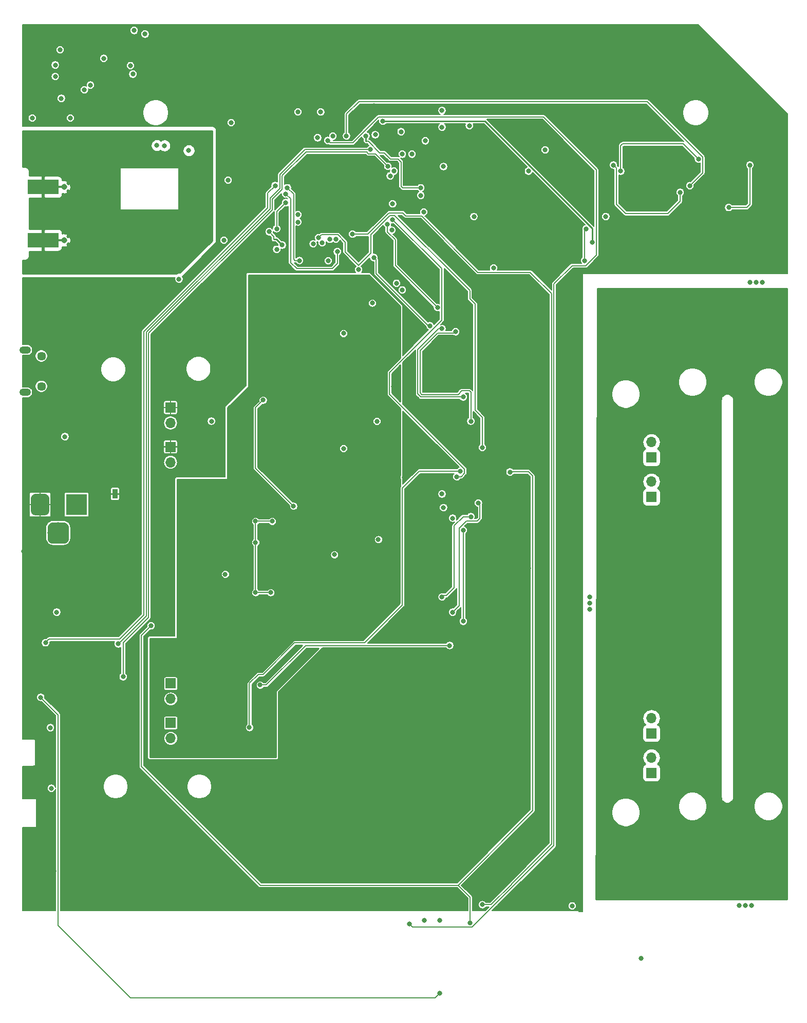
<source format=gbr>
G04 #@! TF.GenerationSoftware,KiCad,Pcbnew,(5.1.0)-1*
G04 #@! TF.CreationDate,2019-10-08T13:20:11+02:00*
G04 #@! TF.ProjectId,cosmicpi_1.7,636f736d-6963-4706-995f-312e372e6b69,rev?*
G04 #@! TF.SameCoordinates,Original*
G04 #@! TF.FileFunction,Copper,L4,Bot*
G04 #@! TF.FilePolarity,Positive*
%FSLAX46Y46*%
G04 Gerber Fmt 4.6, Leading zero omitted, Abs format (unit mm)*
G04 Created by KiCad (PCBNEW (5.1.0)-1) date 2019-10-08 13:20:11*
%MOMM*%
%LPD*%
G04 APERTURE LIST*
%ADD10O,1.700000X1.700000*%
%ADD11R,1.700000X1.700000*%
%ADD12R,0.950000X0.460000*%
%ADD13C,0.970000*%
%ADD14R,5.080000X2.420000*%
%ADD15C,0.100000*%
%ADD16C,3.500000*%
%ADD17C,3.000000*%
%ADD18R,3.500000X3.500000*%
%ADD19O,1.900000X1.200000*%
%ADD20C,1.450000*%
%ADD21R,0.900000X1.600000*%
%ADD22C,0.600000*%
%ADD23C,0.800000*%
%ADD24C,0.200000*%
%ADD25C,0.250000*%
%ADD26C,0.254000*%
G04 APERTURE END LIST*
D10*
X121250000Y-94210000D03*
D11*
X121250000Y-96750000D03*
D10*
X121250000Y-139710000D03*
D11*
X121250000Y-142250000D03*
D10*
X121250000Y-133210000D03*
D11*
X121250000Y-135750000D03*
D10*
X121250000Y-87710000D03*
D11*
X121250000Y-90250000D03*
D10*
X42000000Y-84540000D03*
D11*
X42000000Y-82000000D03*
D10*
X42000000Y-91040000D03*
D11*
X42000000Y-88500000D03*
D10*
X42000000Y-136540000D03*
D11*
X42000000Y-134000000D03*
D10*
X42000000Y-130040000D03*
D11*
X42000000Y-127500000D03*
D12*
X23990000Y-54380000D03*
X23990000Y-45620000D03*
D13*
X24440000Y-54380000D03*
X24440000Y-45620000D03*
D14*
X21000000Y-54380000D03*
X21000000Y-45620000D03*
D15*
G36*
X24460765Y-100954213D02*
G01*
X24545704Y-100966813D01*
X24628999Y-100987677D01*
X24709848Y-101016605D01*
X24787472Y-101053319D01*
X24861124Y-101097464D01*
X24930094Y-101148616D01*
X24993718Y-101206282D01*
X25051384Y-101269906D01*
X25102536Y-101338876D01*
X25146681Y-101412528D01*
X25183395Y-101490152D01*
X25212323Y-101571001D01*
X25233187Y-101654296D01*
X25245787Y-101739235D01*
X25250000Y-101825000D01*
X25250000Y-103575000D01*
X25245787Y-103660765D01*
X25233187Y-103745704D01*
X25212323Y-103828999D01*
X25183395Y-103909848D01*
X25146681Y-103987472D01*
X25102536Y-104061124D01*
X25051384Y-104130094D01*
X24993718Y-104193718D01*
X24930094Y-104251384D01*
X24861124Y-104302536D01*
X24787472Y-104346681D01*
X24709848Y-104383395D01*
X24628999Y-104412323D01*
X24545704Y-104433187D01*
X24460765Y-104445787D01*
X24375000Y-104450000D01*
X22625000Y-104450000D01*
X22539235Y-104445787D01*
X22454296Y-104433187D01*
X22371001Y-104412323D01*
X22290152Y-104383395D01*
X22212528Y-104346681D01*
X22138876Y-104302536D01*
X22069906Y-104251384D01*
X22006282Y-104193718D01*
X21948616Y-104130094D01*
X21897464Y-104061124D01*
X21853319Y-103987472D01*
X21816605Y-103909848D01*
X21787677Y-103828999D01*
X21766813Y-103745704D01*
X21754213Y-103660765D01*
X21750000Y-103575000D01*
X21750000Y-101825000D01*
X21754213Y-101739235D01*
X21766813Y-101654296D01*
X21787677Y-101571001D01*
X21816605Y-101490152D01*
X21853319Y-101412528D01*
X21897464Y-101338876D01*
X21948616Y-101269906D01*
X22006282Y-101206282D01*
X22069906Y-101148616D01*
X22138876Y-101097464D01*
X22212528Y-101053319D01*
X22290152Y-101016605D01*
X22371001Y-100987677D01*
X22454296Y-100966813D01*
X22539235Y-100954213D01*
X22625000Y-100950000D01*
X24375000Y-100950000D01*
X24460765Y-100954213D01*
X24460765Y-100954213D01*
G37*
D16*
X23500000Y-102700000D03*
D15*
G36*
X21323513Y-96253611D02*
G01*
X21396318Y-96264411D01*
X21467714Y-96282295D01*
X21537013Y-96307090D01*
X21603548Y-96338559D01*
X21666678Y-96376398D01*
X21725795Y-96420242D01*
X21780330Y-96469670D01*
X21829758Y-96524205D01*
X21873602Y-96583322D01*
X21911441Y-96646452D01*
X21942910Y-96712987D01*
X21967705Y-96782286D01*
X21985589Y-96853682D01*
X21996389Y-96926487D01*
X22000000Y-97000000D01*
X22000000Y-99000000D01*
X21996389Y-99073513D01*
X21985589Y-99146318D01*
X21967705Y-99217714D01*
X21942910Y-99287013D01*
X21911441Y-99353548D01*
X21873602Y-99416678D01*
X21829758Y-99475795D01*
X21780330Y-99530330D01*
X21725795Y-99579758D01*
X21666678Y-99623602D01*
X21603548Y-99661441D01*
X21537013Y-99692910D01*
X21467714Y-99717705D01*
X21396318Y-99735589D01*
X21323513Y-99746389D01*
X21250000Y-99750000D01*
X19750000Y-99750000D01*
X19676487Y-99746389D01*
X19603682Y-99735589D01*
X19532286Y-99717705D01*
X19462987Y-99692910D01*
X19396452Y-99661441D01*
X19333322Y-99623602D01*
X19274205Y-99579758D01*
X19219670Y-99530330D01*
X19170242Y-99475795D01*
X19126398Y-99416678D01*
X19088559Y-99353548D01*
X19057090Y-99287013D01*
X19032295Y-99217714D01*
X19014411Y-99146318D01*
X19003611Y-99073513D01*
X19000000Y-99000000D01*
X19000000Y-97000000D01*
X19003611Y-96926487D01*
X19014411Y-96853682D01*
X19032295Y-96782286D01*
X19057090Y-96712987D01*
X19088559Y-96646452D01*
X19126398Y-96583322D01*
X19170242Y-96524205D01*
X19219670Y-96469670D01*
X19274205Y-96420242D01*
X19333322Y-96376398D01*
X19396452Y-96338559D01*
X19462987Y-96307090D01*
X19532286Y-96282295D01*
X19603682Y-96264411D01*
X19676487Y-96253611D01*
X19750000Y-96250000D01*
X21250000Y-96250000D01*
X21323513Y-96253611D01*
X21323513Y-96253611D01*
G37*
D17*
X20500000Y-98000000D03*
D18*
X26500000Y-98000000D03*
D19*
X18012500Y-79500000D03*
X18012500Y-72500000D03*
D20*
X20712500Y-78500000D03*
X20712500Y-73500000D03*
D21*
X32850000Y-96250000D03*
D22*
X32850000Y-96750000D03*
X32850000Y-95750000D03*
D23*
X111100000Y-115250000D03*
X111100000Y-114250000D03*
X111100000Y-113250000D03*
X139500000Y-61350000D03*
X138500000Y-61350000D03*
X137500000Y-61350000D03*
X137750000Y-164150000D03*
X136750000Y-164150000D03*
X135750000Y-164150000D03*
X137500000Y-42000000D03*
X134000000Y-49000000D03*
X110250000Y-57750000D03*
X110500000Y-52500000D03*
X63000000Y-33250000D03*
X66750000Y-33250000D03*
X19212500Y-34250000D03*
X92000000Y-50500000D03*
X83250000Y-47000000D03*
X51500000Y-44500000D03*
X25500000Y-34250000D03*
X80000000Y-36500000D03*
X86750000Y-33000000D03*
X113750000Y-50500000D03*
X23250000Y-115750000D03*
X78500000Y-52750000D03*
X58250000Y-53000000D03*
X87000000Y-42250000D03*
X84000000Y-38000000D03*
X73000000Y-59250000D03*
X95250000Y-59000000D03*
X65500000Y-55000000D03*
X31000000Y-24400000D03*
X35400000Y-25600000D03*
X24000000Y-31000000D03*
X23800000Y-23000000D03*
X24600000Y-86800000D03*
X119600000Y-172890000D03*
X108200000Y-164200000D03*
X60399996Y-55200000D03*
X68000000Y-57800000D03*
X68750000Y-37250000D03*
X86750000Y-35750000D03*
X27800000Y-29600000D03*
X23000000Y-27400000D03*
X36000000Y-19800000D03*
X77000000Y-34750000D03*
X111500000Y-54750000D03*
X91250000Y-35500000D03*
X66250000Y-37500000D03*
X23000000Y-25499999D03*
X28800000Y-28800000D03*
X37800000Y-20400000D03*
X52000000Y-35000000D03*
X35800000Y-27000000D03*
X116200000Y-43000000D03*
X129000000Y-41000000D03*
X83250000Y-45750000D03*
X83750000Y-49750000D03*
X74205018Y-37205018D03*
X116500000Y-58500000D03*
X130750000Y-59500000D03*
X142750000Y-59250000D03*
X143000000Y-52500000D03*
X142750000Y-35250000D03*
X129000000Y-20500000D03*
X133500000Y-33250000D03*
X112250000Y-19750000D03*
X58250000Y-19750000D03*
X20750000Y-19500000D03*
X18250000Y-117000000D03*
X22750000Y-158500000D03*
X37500000Y-158750000D03*
X58400000Y-164400000D03*
X73250000Y-158500000D03*
X93000000Y-64750000D03*
X122000000Y-49250000D03*
X66500000Y-47250000D03*
X67000000Y-41500000D03*
X74250000Y-42250000D03*
X73500000Y-49500000D03*
X92250000Y-63500000D03*
X87000000Y-72250000D03*
X92250000Y-83500000D03*
X51500000Y-45500000D03*
X46250000Y-33250000D03*
X29250000Y-26500000D03*
X28000000Y-21000000D03*
X22250000Y-29750000D03*
X23000000Y-34250000D03*
X20250000Y-22250000D03*
X92250000Y-56000000D03*
X97250000Y-52750000D03*
X81500000Y-51250000D03*
X104600000Y-50000000D03*
X129500000Y-56000000D03*
X129500000Y-52000000D03*
X139500000Y-52000000D03*
X141000000Y-41500000D03*
X126500000Y-43000000D03*
X120750000Y-36500000D03*
X21250000Y-123750000D03*
X29000000Y-123750000D03*
X21250000Y-119500000D03*
X20400000Y-151600000D03*
X20200000Y-141400000D03*
X40000000Y-114500000D03*
X40000000Y-116750000D03*
X68750000Y-49500000D03*
X58500000Y-51000000D03*
X78000000Y-56750000D03*
X66000000Y-58250000D03*
X91000000Y-64750000D03*
X95250000Y-69000000D03*
X98750000Y-65000000D03*
X64250000Y-32500000D03*
X75500000Y-32250000D03*
X68250000Y-33250000D03*
X59500000Y-37750000D03*
X59000000Y-35000000D03*
X64000000Y-38250000D03*
X81000000Y-41500000D03*
X83750000Y-41000000D03*
X77000000Y-36750000D03*
X80750000Y-44000000D03*
X93000000Y-103000000D03*
X86500000Y-102750000D03*
X93750000Y-110500000D03*
X94250000Y-115000000D03*
X98750000Y-112000000D03*
X97750000Y-118750000D03*
X84250000Y-117500000D03*
X87750000Y-117250000D03*
X88500000Y-114000000D03*
X90750000Y-121250000D03*
X94250000Y-121250000D03*
X101000000Y-108500000D03*
X100750000Y-100250000D03*
X100750000Y-94250000D03*
X94000000Y-94500000D03*
X91750000Y-95250000D03*
X96000000Y-92500000D03*
X72250000Y-56750000D03*
X89500000Y-84750000D03*
X84250000Y-88250000D03*
X86500000Y-83000000D03*
X80500000Y-115750000D03*
X81000000Y-111500000D03*
X81000000Y-104250000D03*
X80500000Y-93500000D03*
X80250000Y-57500000D03*
X83000000Y-57250000D03*
X97250000Y-85750000D03*
X100250000Y-69000000D03*
X18500000Y-91750000D03*
X18500000Y-85500000D03*
X17750000Y-105750000D03*
X75000000Y-59250000D03*
X87750000Y-45000000D03*
X86500000Y-40750000D03*
X82250000Y-70000000D03*
X83750000Y-69500000D03*
X92250000Y-99000000D03*
X23500000Y-94750000D03*
X113250000Y-46250000D03*
X50500000Y-40250000D03*
X61750000Y-40000000D03*
X99400000Y-162000000D03*
X79000000Y-163800000D03*
X89200000Y-164400000D03*
X81900010Y-120000000D03*
X60000000Y-57000000D03*
X63800000Y-56287500D03*
X61000000Y-54000000D03*
X53400000Y-46400000D03*
X59000000Y-42000000D03*
X103400000Y-36000000D03*
X98200000Y-36800000D03*
X102600000Y-38800000D03*
X101800000Y-41400000D03*
X104600000Y-42600000D03*
X19200000Y-61600000D03*
X19000000Y-70400000D03*
X27200000Y-61400000D03*
X26200000Y-67600000D03*
X19400000Y-24400000D03*
X114400000Y-43200000D03*
X83600000Y-83600000D03*
X59800000Y-47800000D03*
X71000000Y-37200000D03*
X127600000Y-45400000D03*
X89000000Y-69500000D03*
X91500000Y-84250000D03*
X55000000Y-134750000D03*
X89750000Y-92500000D03*
X56750000Y-127750000D03*
X88000000Y-121250000D03*
X90250000Y-102250000D03*
X90250000Y-117250000D03*
X77800000Y-42200000D03*
X34200000Y-126400000D03*
X74955025Y-39444976D03*
X33382850Y-120982850D03*
X20600000Y-129800000D03*
X86400000Y-178600000D03*
X21400000Y-120800000D03*
X59249999Y-45395815D03*
X68250000Y-54250000D03*
X48750000Y-84250000D03*
X78600000Y-51000000D03*
X89200000Y-93400000D03*
X67000000Y-54800000D03*
X80200000Y-62600000D03*
X59500000Y-52500000D03*
X59492889Y-55907120D03*
X61000000Y-48200000D03*
X86750000Y-69000000D03*
X90250000Y-80250000D03*
X88500000Y-100250000D03*
X91500000Y-100000000D03*
X86750000Y-113250000D03*
X88500000Y-115750000D03*
X92750000Y-97750000D03*
X66400000Y-54000000D03*
X93400000Y-88600000D03*
X62250000Y-98250000D03*
X57250000Y-80750000D03*
X76000000Y-84250000D03*
X101000000Y-43000000D03*
X76250000Y-103750000D03*
X103750000Y-39500000D03*
X72250000Y-108500000D03*
X56750000Y-129500000D03*
X56750000Y-133000000D03*
X55250000Y-136250000D03*
X45500000Y-135250000D03*
X60500000Y-104250000D03*
X64000000Y-106250000D03*
X49750000Y-102750000D03*
X54000000Y-102250000D03*
X49750000Y-109500000D03*
X44500000Y-110000000D03*
X44500000Y-118000000D03*
X50500000Y-130000000D03*
X50750000Y-121500000D03*
X45000000Y-138500000D03*
X54500000Y-138500000D03*
X58250000Y-135500000D03*
X58500000Y-128500000D03*
X59750000Y-120500000D03*
X73500000Y-116500000D03*
X79000000Y-93000000D03*
X76750000Y-89500000D03*
X73250000Y-90750000D03*
X69250000Y-86250000D03*
X79000000Y-98750000D03*
X78750000Y-78500000D03*
X78750000Y-69000000D03*
X70000000Y-61500000D03*
X65500000Y-61500000D03*
X59500000Y-61000000D03*
X55750000Y-61000000D03*
X55500000Y-66000000D03*
X55500000Y-73500000D03*
X58750000Y-73750000D03*
X55250000Y-80250000D03*
X52000000Y-84750000D03*
X52000000Y-88750000D03*
X52000000Y-94500000D03*
X44000000Y-94750000D03*
X43750000Y-100000000D03*
X44000000Y-102750000D03*
X39500000Y-120750000D03*
X39250000Y-124750000D03*
X39250000Y-133000000D03*
X39500000Y-139000000D03*
X63750000Y-117250000D03*
X64000000Y-87000000D03*
X62500000Y-94250000D03*
X58750000Y-91750000D03*
X56750000Y-87250000D03*
X68500000Y-65250000D03*
X62250000Y-68000000D03*
X56750000Y-125000000D03*
X51750000Y-117250000D03*
X48000000Y-116000000D03*
X73250000Y-103750000D03*
X61750000Y-101000000D03*
X55500000Y-94500000D03*
X75250000Y-95750000D03*
X73750000Y-81750000D03*
X67750000Y-80250000D03*
X71250000Y-67250000D03*
X73000000Y-74000000D03*
X78299990Y-104700010D03*
X74000000Y-111000000D03*
X56000000Y-112500000D03*
X58500000Y-112500000D03*
X56000000Y-100750000D03*
X58750000Y-100750000D03*
X56000000Y-104250000D03*
X75250000Y-64750000D03*
X69000000Y-106250000D03*
X70500000Y-88750000D03*
X70500000Y-69750000D03*
X51000000Y-109500000D03*
X115000000Y-42000000D03*
X126000000Y-46500000D03*
X38800000Y-118000000D03*
X91400000Y-167000000D03*
X97950001Y-92649999D03*
X61250000Y-45750000D03*
X75500000Y-57250000D03*
X84750000Y-68500000D03*
X63250000Y-57750000D03*
X61000000Y-46750000D03*
X87000000Y-98500000D03*
X79250000Y-61500000D03*
X69500000Y-56287490D03*
X81800000Y-40200000D03*
X83800000Y-166600000D03*
X80200000Y-40200000D03*
X86400000Y-166600000D03*
X72000000Y-53400000D03*
X93400000Y-164000000D03*
X77750000Y-51750000D03*
X86000000Y-65500000D03*
X86750000Y-96250000D03*
X63000000Y-51400000D03*
X45000000Y-39600000D03*
X78200000Y-43800000D03*
X43400000Y-60800000D03*
X78800000Y-43000000D03*
X50800000Y-54400001D03*
X75750000Y-37000000D03*
X39750000Y-38750000D03*
X63000000Y-50200000D03*
X41000000Y-38800000D03*
X67939859Y-37949584D03*
X81400000Y-167200000D03*
X21750000Y-43000000D03*
X18000000Y-37250000D03*
X25000000Y-37250000D03*
X32000000Y-37250000D03*
X47750000Y-37250000D03*
X47000000Y-42250000D03*
X48000000Y-50000000D03*
X45250000Y-55250000D03*
X40500000Y-58750000D03*
X32750000Y-59000000D03*
X20000000Y-58750000D03*
X32750000Y-54500000D03*
X28750000Y-46250000D03*
X41500000Y-54250000D03*
X45500000Y-48000000D03*
X69248620Y-54197442D03*
X22200000Y-134800000D03*
X78600000Y-48400000D03*
X22365698Y-144800000D03*
D24*
X134000000Y-49000000D02*
X137000000Y-49000000D01*
X137500000Y-48500000D02*
X137500000Y-42000000D01*
X137000000Y-49000000D02*
X137500000Y-48500000D01*
X110250000Y-57750000D02*
X110250000Y-52750000D01*
X110250000Y-52750000D02*
X110500000Y-52500000D01*
X59019981Y-53769981D02*
X59019981Y-54269981D01*
X58250000Y-53000000D02*
X59019981Y-53769981D01*
D25*
X59999997Y-54800001D02*
X60399996Y-55200000D01*
X59019981Y-54269981D02*
X59469977Y-54269981D01*
X59469977Y-54269981D02*
X59999997Y-54800001D01*
X77565685Y-34750000D02*
X77000000Y-34750000D01*
X93823002Y-34750000D02*
X77565685Y-34750000D01*
X111500000Y-52426998D02*
X93823002Y-34750000D01*
X111500000Y-54750000D02*
X111500000Y-52426998D01*
D24*
X116200000Y-43000000D02*
X116200000Y-38800000D01*
X116200000Y-38800000D02*
X116500000Y-38500000D01*
X116500000Y-38500000D02*
X126500000Y-38500000D01*
X126500000Y-38500000D02*
X129000000Y-41000000D01*
X80250000Y-45750000D02*
X83250000Y-45750000D01*
X80000000Y-45500000D02*
X80250000Y-45750000D01*
X80000000Y-41500000D02*
X80000000Y-45500000D01*
X74250000Y-38073002D02*
X74573002Y-38073002D01*
X74573002Y-38073002D02*
X76500000Y-40000000D01*
X76500000Y-40000000D02*
X77250000Y-40000000D01*
X77250000Y-40000000D02*
X78250000Y-41000000D01*
X78250000Y-41000000D02*
X79500000Y-41000000D01*
X79500000Y-41000000D02*
X80000000Y-41500000D01*
D25*
X74250000Y-38073002D02*
X74205018Y-38028020D01*
X74205018Y-38028020D02*
X74205018Y-37770703D01*
X74205018Y-37770703D02*
X74205018Y-37205018D01*
D24*
X71000000Y-37200000D02*
X71000000Y-33600000D01*
X129700001Y-40663999D02*
X129700001Y-43299999D01*
X120586001Y-31549999D02*
X129700001Y-40663999D01*
X71000000Y-33600000D02*
X73050001Y-31549999D01*
X73050001Y-31549999D02*
X120586001Y-31549999D01*
X129700001Y-43299999D02*
X127600000Y-45400000D01*
X88799999Y-69700001D02*
X89000000Y-69500000D01*
X86050012Y-69700001D02*
X88799999Y-69700001D01*
X83150010Y-79584312D02*
X83150010Y-72600003D01*
X91500000Y-79500000D02*
X91250000Y-79250000D01*
X91500000Y-84250000D02*
X91500000Y-79500000D01*
X91250000Y-79250000D02*
X90000000Y-79250000D01*
X83150010Y-72600003D02*
X86050012Y-69700001D01*
X90000000Y-79250000D02*
X89400010Y-79849990D01*
X89400010Y-79849990D02*
X83415688Y-79849990D01*
X83415688Y-79849990D02*
X83150010Y-79584312D01*
X80200000Y-95300000D02*
X83000000Y-92500000D01*
X80200000Y-114600000D02*
X80200000Y-95300000D01*
X55000000Y-127500000D02*
X56500000Y-126000000D01*
X55000000Y-134750000D02*
X55000000Y-127500000D01*
X57250000Y-126000000D02*
X62450000Y-120800000D01*
X83000000Y-92500000D02*
X89750000Y-92500000D01*
X56500000Y-126000000D02*
X57250000Y-126000000D01*
X62450000Y-120800000D02*
X74000000Y-120800000D01*
X74000000Y-120800000D02*
X80200000Y-114600000D01*
X57750000Y-127750000D02*
X64250000Y-121250000D01*
X64250000Y-121250000D02*
X88000000Y-121250000D01*
X56750000Y-127750000D02*
X57750000Y-127750000D01*
X90250000Y-113500000D02*
X90250000Y-117250000D01*
X90250000Y-102250000D02*
X90250000Y-113500000D01*
X74619024Y-40144977D02*
X75744977Y-40144977D01*
X74319033Y-39844986D02*
X74619024Y-40144977D01*
X64320712Y-39844986D02*
X74319033Y-39844986D01*
X60400000Y-43765698D02*
X64320712Y-39844986D01*
X60400000Y-46000000D02*
X60400000Y-43765698D01*
X58800000Y-47600000D02*
X60400000Y-46000000D01*
X75744977Y-40144977D02*
X77800000Y-42200000D01*
X58800000Y-49365699D02*
X58800000Y-47600000D01*
X38400010Y-69765689D02*
X58800000Y-49365699D01*
X38400010Y-116599990D02*
X38400010Y-69765689D01*
X34200000Y-120800000D02*
X38400010Y-116599990D01*
X34200000Y-126400000D02*
X34200000Y-120800000D01*
X33365700Y-121000000D02*
X33382850Y-120982850D01*
X33365699Y-121000000D02*
X33365700Y-121000000D01*
X58399989Y-49200010D02*
X37999999Y-69600000D01*
X59999989Y-45834311D02*
X58399989Y-47434311D01*
X33782849Y-120582851D02*
X33382850Y-120982850D01*
X37999999Y-116365701D02*
X33782849Y-120582851D01*
X59999989Y-43600009D02*
X59999989Y-45834311D01*
X64155022Y-39444976D02*
X59999989Y-43600009D01*
X74955025Y-39444976D02*
X64155022Y-39444976D01*
X58399989Y-47434311D02*
X58399989Y-49200010D01*
X37999999Y-69600000D02*
X37999999Y-116365701D01*
X20600000Y-129800000D02*
X23400000Y-132600000D01*
X23450001Y-132650001D02*
X23450001Y-167450001D01*
X23400000Y-132600000D02*
X23450001Y-132650001D01*
X23450001Y-167450001D02*
X35400000Y-179400000D01*
X35400000Y-179400000D02*
X85600000Y-179400000D01*
X85600000Y-179400000D02*
X86400000Y-178600000D01*
X57999978Y-46645836D02*
X57999978Y-49034321D01*
X57999978Y-49034321D02*
X37599988Y-69434311D01*
X37599988Y-69434311D02*
X37599988Y-116200012D01*
X37599988Y-116200012D02*
X33599999Y-120200001D01*
X33599999Y-120200001D02*
X21999999Y-120200001D01*
X21799999Y-120400001D02*
X21400000Y-120800000D01*
X21999999Y-120200001D02*
X21799999Y-120400001D01*
X59249999Y-45395815D02*
X57999978Y-46645836D01*
X90450001Y-92836001D02*
X89886002Y-93400000D01*
X86700001Y-59100001D02*
X86700001Y-67586001D01*
X86700001Y-67586001D02*
X78049999Y-76236003D01*
X78049999Y-76236003D02*
X78049999Y-79763997D01*
X89886002Y-93400000D02*
X89200000Y-93400000D01*
X78600000Y-51000000D02*
X86700001Y-59100001D01*
X78049999Y-79763997D02*
X90450001Y-92163999D01*
X90450001Y-92163999D02*
X90450001Y-92836001D01*
X59500000Y-52500000D02*
X59500000Y-49700000D01*
X60600001Y-48599999D02*
X61000000Y-48200000D01*
X59500000Y-49700000D02*
X60600001Y-48599999D01*
X86184315Y-69000000D02*
X82750000Y-72434315D01*
X86750000Y-69000000D02*
X86184315Y-69000000D01*
X82750000Y-72434315D02*
X82750000Y-79750000D01*
X82750000Y-79750000D02*
X83250000Y-80250000D01*
X83250000Y-80250000D02*
X90250000Y-80250000D01*
X90250000Y-100000000D02*
X88750000Y-101500000D01*
X91500000Y-100000000D02*
X90250000Y-100000000D01*
X88750000Y-101500000D02*
X88750000Y-111750000D01*
X88750000Y-111750000D02*
X87500000Y-113000000D01*
X87500000Y-113000000D02*
X87000000Y-113000000D01*
X87000000Y-113000000D02*
X86750000Y-113250000D01*
X90763997Y-100700001D02*
X92549999Y-100700001D01*
X89549999Y-101913999D02*
X90763997Y-100700001D01*
X88500000Y-115750000D02*
X89549999Y-114700001D01*
X89549999Y-114700001D02*
X89549999Y-101913999D01*
X92549999Y-100700001D02*
X93000000Y-100250000D01*
X93000000Y-100250000D02*
X93000000Y-98000000D01*
X93000000Y-98000000D02*
X92750000Y-97750000D01*
X92200000Y-82413998D02*
X93400000Y-83613998D01*
X92200000Y-64913998D02*
X92200000Y-82413998D01*
X91336001Y-62699999D02*
X91336001Y-64049999D01*
X78163999Y-50299999D02*
X78936001Y-50299999D01*
X75013997Y-53450001D02*
X78163999Y-50299999D01*
X75013997Y-56549999D02*
X75013997Y-53450001D01*
X66400000Y-54000000D02*
X66902559Y-53497441D01*
X91336001Y-64049999D02*
X92200000Y-64913998D01*
X69584621Y-53497441D02*
X70800000Y-54712820D01*
X66902559Y-53497441D02*
X69584621Y-53497441D01*
X70800000Y-54712820D02*
X70800000Y-56336002D01*
X78936001Y-50299999D02*
X91336001Y-62699999D01*
X70800000Y-56336002D02*
X73013997Y-58549999D01*
X73013997Y-58549999D02*
X75013997Y-56549999D01*
X93400000Y-83613998D02*
X93400000Y-88600000D01*
X62250000Y-98250000D02*
X56000000Y-92000000D01*
X56000000Y-92000000D02*
X56000000Y-82000000D01*
X56000000Y-82000000D02*
X57250000Y-80750000D01*
X62500000Y-106250000D02*
X60500000Y-104250000D01*
X64000000Y-106250000D02*
X62500000Y-106250000D01*
X75500000Y-90750000D02*
X76750000Y-89500000D01*
X73250000Y-90750000D02*
X75500000Y-90750000D01*
X76750000Y-90750000D02*
X79000000Y-93000000D01*
X76750000Y-89500000D02*
X76750000Y-90750000D01*
X56000000Y-112500000D02*
X58500000Y-112500000D01*
X56000000Y-100750000D02*
X58750000Y-100750000D01*
X56000000Y-100750000D02*
X56000000Y-104250000D01*
X56000000Y-104250000D02*
X56000000Y-112500000D01*
X115000000Y-42000000D02*
X115500000Y-42500000D01*
X115500000Y-42500000D02*
X115500000Y-48500000D01*
X115500000Y-48500000D02*
X117000000Y-50000000D01*
X117000000Y-50000000D02*
X124000000Y-50000000D01*
X124000000Y-50000000D02*
X126000000Y-48000000D01*
X126000000Y-48000000D02*
X126000000Y-46500000D01*
X38800000Y-118000000D02*
X37200000Y-119600000D01*
X37200000Y-119600000D02*
X37200000Y-141200000D01*
X37200000Y-141200000D02*
X56800000Y-160800000D01*
X56800000Y-160800000D02*
X89400000Y-160800000D01*
X89400000Y-160800000D02*
X91400000Y-162800000D01*
X91400000Y-162800000D02*
X91400000Y-167000000D01*
X101700001Y-121013997D02*
X101700001Y-93300001D01*
X101700001Y-93300001D02*
X101000000Y-92600000D01*
X101000000Y-92600000D02*
X98000000Y-92600000D01*
X98000000Y-92600000D02*
X97950001Y-92649999D01*
X101700001Y-148499999D02*
X101700001Y-121013997D01*
X89400000Y-160800000D02*
X101700001Y-148499999D01*
X62299999Y-46799999D02*
X62299999Y-57549999D01*
X61250000Y-45750000D02*
X62299999Y-46799999D01*
X75899999Y-57649999D02*
X75899999Y-59899999D01*
X75500000Y-57250000D02*
X75899999Y-57649999D01*
X75899999Y-59899999D02*
X84500000Y-68500000D01*
X84500000Y-68500000D02*
X84750000Y-68500000D01*
X62500000Y-57750000D02*
X63250000Y-57750000D01*
X62299999Y-57549999D02*
X62500000Y-57750000D01*
X61799999Y-58086001D02*
X62813988Y-59099990D01*
X61000000Y-46750000D02*
X61799999Y-47549999D01*
X61799999Y-47549999D02*
X61799999Y-58086001D01*
X62813988Y-59099990D02*
X68650010Y-59099990D01*
X69500000Y-58250000D02*
X69500000Y-56287490D01*
X68650010Y-59099990D02*
X69500000Y-58250000D01*
X74498300Y-53400000D02*
X76200000Y-51698300D01*
X72000000Y-53400000D02*
X74498300Y-53400000D01*
X77998309Y-49899991D02*
X80299991Y-49899991D01*
X76200000Y-51698300D02*
X77998309Y-49899991D01*
X92663999Y-59700001D02*
X101299999Y-59700001D01*
X83363997Y-50399999D02*
X92663999Y-59700001D01*
X80299991Y-49899991D02*
X80799999Y-50399999D01*
X80799999Y-50399999D02*
X83363997Y-50399999D01*
X101299999Y-59700001D02*
X104800000Y-63200002D01*
X104800000Y-63200002D02*
X104800000Y-154000000D01*
X98200000Y-160600000D02*
X98200000Y-160670304D01*
X104800000Y-154000000D02*
X98200000Y-160600000D01*
X98200000Y-160670304D02*
X94870304Y-164000000D01*
X94870304Y-164000000D02*
X93400000Y-164000000D01*
X77750000Y-52315685D02*
X77750000Y-51750000D01*
X77750000Y-53036002D02*
X77750000Y-52315685D01*
X79049999Y-54336001D02*
X77750000Y-53036002D01*
X79049999Y-58549999D02*
X79049999Y-54336001D01*
X86000000Y-65500000D02*
X79049999Y-58549999D01*
X81799999Y-167599999D02*
X81400000Y-167200000D01*
X68339858Y-38349583D02*
X72024451Y-38349583D01*
X110436002Y-58600000D02*
X108200000Y-58600000D01*
X105200000Y-154236002D02*
X91736001Y-167700001D01*
X108200000Y-58600000D02*
X105200000Y-61600000D01*
X105200000Y-61600000D02*
X105200000Y-154236002D01*
X67939859Y-37949584D02*
X68339858Y-38349583D01*
X81900001Y-167700001D02*
X81799999Y-167599999D01*
X91736001Y-167700001D02*
X81900001Y-167700001D01*
X112200001Y-56836001D02*
X110436002Y-58600000D01*
X112200001Y-42800001D02*
X112200001Y-56836001D01*
X103449999Y-34049999D02*
X112200001Y-42800001D01*
X72024451Y-38349583D02*
X76324035Y-34049999D01*
X76324035Y-34049999D02*
X103449999Y-34049999D01*
D26*
G36*
X79873000Y-65302606D02*
G01*
X79873000Y-73809134D01*
X77762899Y-75919235D01*
X77746604Y-75932608D01*
X77733232Y-75948902D01*
X77733231Y-75948903D01*
X77693244Y-75997627D01*
X77672051Y-76037277D01*
X77653594Y-76071808D01*
X77629177Y-76152297D01*
X77622999Y-76215026D01*
X77622999Y-76215036D01*
X77620934Y-76236003D01*
X77622999Y-76256970D01*
X77623000Y-79743020D01*
X77620934Y-79763997D01*
X77629178Y-79847703D01*
X77653595Y-79928193D01*
X77693244Y-80002373D01*
X77733231Y-80051097D01*
X77733236Y-80051102D01*
X77746605Y-80067392D01*
X77762895Y-80080761D01*
X79873000Y-82190866D01*
X79873000Y-93129806D01*
X79855741Y-93155636D01*
X79800938Y-93287942D01*
X79773000Y-93428397D01*
X79773000Y-93571603D01*
X79800938Y-93712058D01*
X79855741Y-93844364D01*
X79873000Y-93870194D01*
X79873000Y-95025368D01*
X79843245Y-95061624D01*
X79803596Y-95135804D01*
X79779179Y-95216294D01*
X79770935Y-95300000D01*
X79773001Y-95320977D01*
X79773000Y-114297394D01*
X73697394Y-120373000D01*
X62470967Y-120373000D01*
X62450000Y-120370935D01*
X62429033Y-120373000D01*
X62429022Y-120373000D01*
X62366293Y-120379178D01*
X62304537Y-120397912D01*
X62285803Y-120403595D01*
X62211624Y-120443244D01*
X62162899Y-120483232D01*
X62162895Y-120483236D01*
X62146605Y-120496605D01*
X62133236Y-120512895D01*
X57073132Y-125573000D01*
X56520964Y-125573000D01*
X56499999Y-125570935D01*
X56479034Y-125573000D01*
X56479022Y-125573000D01*
X56416293Y-125579178D01*
X56335804Y-125603595D01*
X56301273Y-125622052D01*
X56261623Y-125643245D01*
X56212898Y-125683232D01*
X56212889Y-125683241D01*
X56196605Y-125696605D01*
X56183241Y-125712889D01*
X54712895Y-127183237D01*
X54696606Y-127196605D01*
X54683237Y-127212895D01*
X54683232Y-127212900D01*
X54643245Y-127261624D01*
X54603596Y-127335804D01*
X54579179Y-127416294D01*
X54570935Y-127500000D01*
X54573001Y-127520977D01*
X54573000Y-134160956D01*
X54536564Y-134185302D01*
X54435302Y-134286564D01*
X54355741Y-134405636D01*
X54300938Y-134537942D01*
X54273000Y-134678397D01*
X54273000Y-134821603D01*
X54300938Y-134962058D01*
X54355741Y-135094364D01*
X54435302Y-135213436D01*
X54536564Y-135314698D01*
X54655636Y-135394259D01*
X54787942Y-135449062D01*
X54928397Y-135477000D01*
X55071603Y-135477000D01*
X55212058Y-135449062D01*
X55344364Y-135394259D01*
X55463436Y-135314698D01*
X55564698Y-135213436D01*
X55644259Y-135094364D01*
X55699062Y-134962058D01*
X55727000Y-134821603D01*
X55727000Y-134678397D01*
X55699062Y-134537942D01*
X55644259Y-134405636D01*
X55564698Y-134286564D01*
X55463436Y-134185302D01*
X55427000Y-134160956D01*
X55427000Y-127676868D01*
X56676870Y-126427000D01*
X57229033Y-126427000D01*
X57250000Y-126429065D01*
X57270967Y-126427000D01*
X57270978Y-126427000D01*
X57333707Y-126420822D01*
X57414196Y-126396405D01*
X57488376Y-126356755D01*
X57553395Y-126303395D01*
X57566768Y-126287100D01*
X62626869Y-121227000D01*
X63669130Y-121227000D01*
X57573132Y-127323000D01*
X57339044Y-127323000D01*
X57314698Y-127286564D01*
X57213436Y-127185302D01*
X57094364Y-127105741D01*
X56962058Y-127050938D01*
X56821603Y-127023000D01*
X56678397Y-127023000D01*
X56537942Y-127050938D01*
X56405636Y-127105741D01*
X56286564Y-127185302D01*
X56185302Y-127286564D01*
X56105741Y-127405636D01*
X56050938Y-127537942D01*
X56023000Y-127678397D01*
X56023000Y-127821603D01*
X56050938Y-127962058D01*
X56105741Y-128094364D01*
X56185302Y-128213436D01*
X56286564Y-128314698D01*
X56405636Y-128394259D01*
X56537942Y-128449062D01*
X56678397Y-128477000D01*
X56821603Y-128477000D01*
X56962058Y-128449062D01*
X57094364Y-128394259D01*
X57213436Y-128314698D01*
X57314698Y-128213436D01*
X57339044Y-128177000D01*
X57729033Y-128177000D01*
X57750000Y-128179065D01*
X57770967Y-128177000D01*
X57770978Y-128177000D01*
X57833707Y-128170822D01*
X57914196Y-128146405D01*
X57988376Y-128106755D01*
X58053395Y-128053395D01*
X58066768Y-128037100D01*
X64426870Y-121677000D01*
X66393394Y-121677000D01*
X59410197Y-128660197D01*
X59394403Y-128679443D01*
X59382667Y-128701399D01*
X59375440Y-128725224D01*
X59373000Y-128750000D01*
X59373000Y-139623000D01*
X38627000Y-139623000D01*
X38627000Y-136540000D01*
X40817306Y-136540000D01*
X40840031Y-136770732D01*
X40907333Y-136992597D01*
X41016626Y-137197070D01*
X41163709Y-137376291D01*
X41342930Y-137523374D01*
X41547403Y-137632667D01*
X41769268Y-137699969D01*
X41942188Y-137717000D01*
X42057812Y-137717000D01*
X42230732Y-137699969D01*
X42452597Y-137632667D01*
X42657070Y-137523374D01*
X42836291Y-137376291D01*
X42983374Y-137197070D01*
X43092667Y-136992597D01*
X43159969Y-136770732D01*
X43182694Y-136540000D01*
X43159969Y-136309268D01*
X43092667Y-136087403D01*
X42983374Y-135882930D01*
X42836291Y-135703709D01*
X42657070Y-135556626D01*
X42452597Y-135447333D01*
X42230732Y-135380031D01*
X42057812Y-135363000D01*
X41942188Y-135363000D01*
X41769268Y-135380031D01*
X41547403Y-135447333D01*
X41342930Y-135556626D01*
X41163709Y-135703709D01*
X41016626Y-135882930D01*
X40907333Y-136087403D01*
X40840031Y-136309268D01*
X40817306Y-136540000D01*
X38627000Y-136540000D01*
X38627000Y-133150000D01*
X40821418Y-133150000D01*
X40821418Y-134850000D01*
X40827732Y-134914103D01*
X40846430Y-134975743D01*
X40876794Y-135032550D01*
X40917657Y-135082343D01*
X40967450Y-135123206D01*
X41024257Y-135153570D01*
X41085897Y-135172268D01*
X41150000Y-135178582D01*
X42850000Y-135178582D01*
X42914103Y-135172268D01*
X42975743Y-135153570D01*
X43032550Y-135123206D01*
X43082343Y-135082343D01*
X43123206Y-135032550D01*
X43153570Y-134975743D01*
X43172268Y-134914103D01*
X43178582Y-134850000D01*
X43178582Y-133150000D01*
X43172268Y-133085897D01*
X43153570Y-133024257D01*
X43123206Y-132967450D01*
X43082343Y-132917657D01*
X43032550Y-132876794D01*
X42975743Y-132846430D01*
X42914103Y-132827732D01*
X42850000Y-132821418D01*
X41150000Y-132821418D01*
X41085897Y-132827732D01*
X41024257Y-132846430D01*
X40967450Y-132876794D01*
X40917657Y-132917657D01*
X40876794Y-132967450D01*
X40846430Y-133024257D01*
X40827732Y-133085897D01*
X40821418Y-133150000D01*
X38627000Y-133150000D01*
X38627000Y-130040000D01*
X40817306Y-130040000D01*
X40840031Y-130270732D01*
X40907333Y-130492597D01*
X41016626Y-130697070D01*
X41163709Y-130876291D01*
X41342930Y-131023374D01*
X41547403Y-131132667D01*
X41769268Y-131199969D01*
X41942188Y-131217000D01*
X42057812Y-131217000D01*
X42230732Y-131199969D01*
X42452597Y-131132667D01*
X42657070Y-131023374D01*
X42836291Y-130876291D01*
X42983374Y-130697070D01*
X43092667Y-130492597D01*
X43159969Y-130270732D01*
X43182694Y-130040000D01*
X43159969Y-129809268D01*
X43092667Y-129587403D01*
X42983374Y-129382930D01*
X42836291Y-129203709D01*
X42657070Y-129056626D01*
X42452597Y-128947333D01*
X42230732Y-128880031D01*
X42057812Y-128863000D01*
X41942188Y-128863000D01*
X41769268Y-128880031D01*
X41547403Y-128947333D01*
X41342930Y-129056626D01*
X41163709Y-129203709D01*
X41016626Y-129382930D01*
X40907333Y-129587403D01*
X40840031Y-129809268D01*
X40817306Y-130040000D01*
X38627000Y-130040000D01*
X38627000Y-126650000D01*
X40821418Y-126650000D01*
X40821418Y-128350000D01*
X40827732Y-128414103D01*
X40846430Y-128475743D01*
X40876794Y-128532550D01*
X40917657Y-128582343D01*
X40967450Y-128623206D01*
X41024257Y-128653570D01*
X41085897Y-128672268D01*
X41150000Y-128678582D01*
X42850000Y-128678582D01*
X42914103Y-128672268D01*
X42975743Y-128653570D01*
X43032550Y-128623206D01*
X43082343Y-128582343D01*
X43123206Y-128532550D01*
X43153570Y-128475743D01*
X43172268Y-128414103D01*
X43178582Y-128350000D01*
X43178582Y-126650000D01*
X43172268Y-126585897D01*
X43153570Y-126524257D01*
X43123206Y-126467450D01*
X43082343Y-126417657D01*
X43032550Y-126376794D01*
X42975743Y-126346430D01*
X42914103Y-126327732D01*
X42850000Y-126321418D01*
X41150000Y-126321418D01*
X41085897Y-126327732D01*
X41024257Y-126346430D01*
X40967450Y-126376794D01*
X40917657Y-126417657D01*
X40876794Y-126467450D01*
X40846430Y-126524257D01*
X40827732Y-126585897D01*
X40821418Y-126650000D01*
X38627000Y-126650000D01*
X38627000Y-120127000D01*
X43000000Y-120127000D01*
X43024776Y-120124560D01*
X43048601Y-120117333D01*
X43070557Y-120105597D01*
X43089803Y-120089803D01*
X43105597Y-120070557D01*
X43117333Y-120048601D01*
X43124560Y-120024776D01*
X43127000Y-120000000D01*
X43127000Y-109428397D01*
X50273000Y-109428397D01*
X50273000Y-109571603D01*
X50300938Y-109712058D01*
X50355741Y-109844364D01*
X50435302Y-109963436D01*
X50536564Y-110064698D01*
X50655636Y-110144259D01*
X50787942Y-110199062D01*
X50928397Y-110227000D01*
X51071603Y-110227000D01*
X51212058Y-110199062D01*
X51344364Y-110144259D01*
X51463436Y-110064698D01*
X51564698Y-109963436D01*
X51644259Y-109844364D01*
X51699062Y-109712058D01*
X51727000Y-109571603D01*
X51727000Y-109428397D01*
X51699062Y-109287942D01*
X51644259Y-109155636D01*
X51564698Y-109036564D01*
X51463436Y-108935302D01*
X51344364Y-108855741D01*
X51212058Y-108800938D01*
X51071603Y-108773000D01*
X50928397Y-108773000D01*
X50787942Y-108800938D01*
X50655636Y-108855741D01*
X50536564Y-108935302D01*
X50435302Y-109036564D01*
X50355741Y-109155636D01*
X50300938Y-109287942D01*
X50273000Y-109428397D01*
X43127000Y-109428397D01*
X43127000Y-100678397D01*
X55273000Y-100678397D01*
X55273000Y-100821603D01*
X55300938Y-100962058D01*
X55355741Y-101094364D01*
X55435302Y-101213436D01*
X55536564Y-101314698D01*
X55573000Y-101339044D01*
X55573001Y-103660956D01*
X55536564Y-103685302D01*
X55435302Y-103786564D01*
X55355741Y-103905636D01*
X55300938Y-104037942D01*
X55273000Y-104178397D01*
X55273000Y-104321603D01*
X55300938Y-104462058D01*
X55355741Y-104594364D01*
X55435302Y-104713436D01*
X55536564Y-104814698D01*
X55573000Y-104839044D01*
X55573001Y-111910956D01*
X55536564Y-111935302D01*
X55435302Y-112036564D01*
X55355741Y-112155636D01*
X55300938Y-112287942D01*
X55273000Y-112428397D01*
X55273000Y-112571603D01*
X55300938Y-112712058D01*
X55355741Y-112844364D01*
X55435302Y-112963436D01*
X55536564Y-113064698D01*
X55655636Y-113144259D01*
X55787942Y-113199062D01*
X55928397Y-113227000D01*
X56071603Y-113227000D01*
X56212058Y-113199062D01*
X56344364Y-113144259D01*
X56463436Y-113064698D01*
X56564698Y-112963436D01*
X56589044Y-112927000D01*
X57910956Y-112927000D01*
X57935302Y-112963436D01*
X58036564Y-113064698D01*
X58155636Y-113144259D01*
X58287942Y-113199062D01*
X58428397Y-113227000D01*
X58571603Y-113227000D01*
X58712058Y-113199062D01*
X58844364Y-113144259D01*
X58963436Y-113064698D01*
X59064698Y-112963436D01*
X59144259Y-112844364D01*
X59199062Y-112712058D01*
X59227000Y-112571603D01*
X59227000Y-112428397D01*
X59199062Y-112287942D01*
X59144259Y-112155636D01*
X59064698Y-112036564D01*
X58963436Y-111935302D01*
X58844364Y-111855741D01*
X58712058Y-111800938D01*
X58571603Y-111773000D01*
X58428397Y-111773000D01*
X58287942Y-111800938D01*
X58155636Y-111855741D01*
X58036564Y-111935302D01*
X57935302Y-112036564D01*
X57910956Y-112073000D01*
X56589044Y-112073000D01*
X56564698Y-112036564D01*
X56463436Y-111935302D01*
X56427000Y-111910956D01*
X56427000Y-106178397D01*
X68273000Y-106178397D01*
X68273000Y-106321603D01*
X68300938Y-106462058D01*
X68355741Y-106594364D01*
X68435302Y-106713436D01*
X68536564Y-106814698D01*
X68655636Y-106894259D01*
X68787942Y-106949062D01*
X68928397Y-106977000D01*
X69071603Y-106977000D01*
X69212058Y-106949062D01*
X69344364Y-106894259D01*
X69463436Y-106814698D01*
X69564698Y-106713436D01*
X69644259Y-106594364D01*
X69699062Y-106462058D01*
X69727000Y-106321603D01*
X69727000Y-106178397D01*
X69699062Y-106037942D01*
X69644259Y-105905636D01*
X69564698Y-105786564D01*
X69463436Y-105685302D01*
X69344364Y-105605741D01*
X69212058Y-105550938D01*
X69071603Y-105523000D01*
X68928397Y-105523000D01*
X68787942Y-105550938D01*
X68655636Y-105605741D01*
X68536564Y-105685302D01*
X68435302Y-105786564D01*
X68355741Y-105905636D01*
X68300938Y-106037942D01*
X68273000Y-106178397D01*
X56427000Y-106178397D01*
X56427000Y-104839044D01*
X56463436Y-104814698D01*
X56564698Y-104713436D01*
X56644259Y-104594364D01*
X56699062Y-104462058D01*
X56727000Y-104321603D01*
X56727000Y-104178397D01*
X56699062Y-104037942D01*
X56644259Y-103905636D01*
X56564698Y-103786564D01*
X56463436Y-103685302D01*
X56453103Y-103678397D01*
X75523000Y-103678397D01*
X75523000Y-103821603D01*
X75550938Y-103962058D01*
X75605741Y-104094364D01*
X75685302Y-104213436D01*
X75786564Y-104314698D01*
X75905636Y-104394259D01*
X76037942Y-104449062D01*
X76178397Y-104477000D01*
X76321603Y-104477000D01*
X76462058Y-104449062D01*
X76594364Y-104394259D01*
X76713436Y-104314698D01*
X76814698Y-104213436D01*
X76894259Y-104094364D01*
X76949062Y-103962058D01*
X76977000Y-103821603D01*
X76977000Y-103678397D01*
X76949062Y-103537942D01*
X76894259Y-103405636D01*
X76814698Y-103286564D01*
X76713436Y-103185302D01*
X76594364Y-103105741D01*
X76462058Y-103050938D01*
X76321603Y-103023000D01*
X76178397Y-103023000D01*
X76037942Y-103050938D01*
X75905636Y-103105741D01*
X75786564Y-103185302D01*
X75685302Y-103286564D01*
X75605741Y-103405636D01*
X75550938Y-103537942D01*
X75523000Y-103678397D01*
X56453103Y-103678397D01*
X56427000Y-103660956D01*
X56427000Y-101339044D01*
X56463436Y-101314698D01*
X56564698Y-101213436D01*
X56589044Y-101177000D01*
X58160956Y-101177000D01*
X58185302Y-101213436D01*
X58286564Y-101314698D01*
X58405636Y-101394259D01*
X58537942Y-101449062D01*
X58678397Y-101477000D01*
X58821603Y-101477000D01*
X58962058Y-101449062D01*
X59094364Y-101394259D01*
X59213436Y-101314698D01*
X59314698Y-101213436D01*
X59394259Y-101094364D01*
X59449062Y-100962058D01*
X59477000Y-100821603D01*
X59477000Y-100678397D01*
X59449062Y-100537942D01*
X59394259Y-100405636D01*
X59314698Y-100286564D01*
X59213436Y-100185302D01*
X59094364Y-100105741D01*
X58962058Y-100050938D01*
X58821603Y-100023000D01*
X58678397Y-100023000D01*
X58537942Y-100050938D01*
X58405636Y-100105741D01*
X58286564Y-100185302D01*
X58185302Y-100286564D01*
X58160956Y-100323000D01*
X56589044Y-100323000D01*
X56564698Y-100286564D01*
X56463436Y-100185302D01*
X56344364Y-100105741D01*
X56212058Y-100050938D01*
X56071603Y-100023000D01*
X55928397Y-100023000D01*
X55787942Y-100050938D01*
X55655636Y-100105741D01*
X55536564Y-100185302D01*
X55435302Y-100286564D01*
X55355741Y-100405636D01*
X55300938Y-100537942D01*
X55273000Y-100678397D01*
X43127000Y-100678397D01*
X43127000Y-93877000D01*
X51250000Y-93877000D01*
X51274776Y-93874560D01*
X51298601Y-93867333D01*
X51320557Y-93855597D01*
X51339803Y-93839803D01*
X51355597Y-93820557D01*
X51367333Y-93798601D01*
X51374560Y-93774776D01*
X51377000Y-93750000D01*
X51377000Y-82052606D01*
X51429606Y-82000000D01*
X55570935Y-82000000D01*
X55573001Y-82020977D01*
X55573000Y-91979033D01*
X55570935Y-92000000D01*
X55573000Y-92020967D01*
X55573000Y-92020977D01*
X55579178Y-92083706D01*
X55603595Y-92164195D01*
X55622052Y-92198726D01*
X55643245Y-92238376D01*
X55683232Y-92287100D01*
X55696605Y-92303395D01*
X55712900Y-92316768D01*
X61531549Y-98135418D01*
X61523000Y-98178397D01*
X61523000Y-98321603D01*
X61550938Y-98462058D01*
X61605741Y-98594364D01*
X61685302Y-98713436D01*
X61786564Y-98814698D01*
X61905636Y-98894259D01*
X62037942Y-98949062D01*
X62178397Y-98977000D01*
X62321603Y-98977000D01*
X62462058Y-98949062D01*
X62594364Y-98894259D01*
X62713436Y-98814698D01*
X62814698Y-98713436D01*
X62894259Y-98594364D01*
X62949062Y-98462058D01*
X62977000Y-98321603D01*
X62977000Y-98178397D01*
X62949062Y-98037942D01*
X62894259Y-97905636D01*
X62814698Y-97786564D01*
X62713436Y-97685302D01*
X62594364Y-97605741D01*
X62462058Y-97550938D01*
X62321603Y-97523000D01*
X62178397Y-97523000D01*
X62135418Y-97531549D01*
X56427000Y-91823132D01*
X56427000Y-88678397D01*
X69773000Y-88678397D01*
X69773000Y-88821603D01*
X69800938Y-88962058D01*
X69855741Y-89094364D01*
X69935302Y-89213436D01*
X70036564Y-89314698D01*
X70155636Y-89394259D01*
X70287942Y-89449062D01*
X70428397Y-89477000D01*
X70571603Y-89477000D01*
X70712058Y-89449062D01*
X70844364Y-89394259D01*
X70963436Y-89314698D01*
X71064698Y-89213436D01*
X71144259Y-89094364D01*
X71199062Y-88962058D01*
X71227000Y-88821603D01*
X71227000Y-88678397D01*
X71199062Y-88537942D01*
X71144259Y-88405636D01*
X71064698Y-88286564D01*
X70963436Y-88185302D01*
X70844364Y-88105741D01*
X70712058Y-88050938D01*
X70571603Y-88023000D01*
X70428397Y-88023000D01*
X70287942Y-88050938D01*
X70155636Y-88105741D01*
X70036564Y-88185302D01*
X69935302Y-88286564D01*
X69855741Y-88405636D01*
X69800938Y-88537942D01*
X69773000Y-88678397D01*
X56427000Y-88678397D01*
X56427000Y-84178397D01*
X75273000Y-84178397D01*
X75273000Y-84321603D01*
X75300938Y-84462058D01*
X75355741Y-84594364D01*
X75435302Y-84713436D01*
X75536564Y-84814698D01*
X75655636Y-84894259D01*
X75787942Y-84949062D01*
X75928397Y-84977000D01*
X76071603Y-84977000D01*
X76212058Y-84949062D01*
X76344364Y-84894259D01*
X76463436Y-84814698D01*
X76564698Y-84713436D01*
X76644259Y-84594364D01*
X76699062Y-84462058D01*
X76727000Y-84321603D01*
X76727000Y-84178397D01*
X76699062Y-84037942D01*
X76644259Y-83905636D01*
X76564698Y-83786564D01*
X76463436Y-83685302D01*
X76344364Y-83605741D01*
X76212058Y-83550938D01*
X76071603Y-83523000D01*
X75928397Y-83523000D01*
X75787942Y-83550938D01*
X75655636Y-83605741D01*
X75536564Y-83685302D01*
X75435302Y-83786564D01*
X75355741Y-83905636D01*
X75300938Y-84037942D01*
X75273000Y-84178397D01*
X56427000Y-84178397D01*
X56427000Y-82176868D01*
X57135418Y-81468451D01*
X57178397Y-81477000D01*
X57321603Y-81477000D01*
X57462058Y-81449062D01*
X57594364Y-81394259D01*
X57713436Y-81314698D01*
X57814698Y-81213436D01*
X57894259Y-81094364D01*
X57949062Y-80962058D01*
X57977000Y-80821603D01*
X57977000Y-80678397D01*
X57949062Y-80537942D01*
X57894259Y-80405636D01*
X57814698Y-80286564D01*
X57713436Y-80185302D01*
X57594364Y-80105741D01*
X57462058Y-80050938D01*
X57321603Y-80023000D01*
X57178397Y-80023000D01*
X57037942Y-80050938D01*
X56905636Y-80105741D01*
X56786564Y-80185302D01*
X56685302Y-80286564D01*
X56605741Y-80405636D01*
X56550938Y-80537942D01*
X56523000Y-80678397D01*
X56523000Y-80821603D01*
X56531549Y-80864582D01*
X55712895Y-81683237D01*
X55696606Y-81696605D01*
X55683237Y-81712895D01*
X55683232Y-81712900D01*
X55643245Y-81761624D01*
X55603596Y-81835804D01*
X55579179Y-81916294D01*
X55570935Y-82000000D01*
X51429606Y-82000000D01*
X54839803Y-78589803D01*
X54855597Y-78570557D01*
X54867333Y-78548601D01*
X54874560Y-78524776D01*
X54877000Y-78500000D01*
X54877000Y-69678397D01*
X69773000Y-69678397D01*
X69773000Y-69821603D01*
X69800938Y-69962058D01*
X69855741Y-70094364D01*
X69935302Y-70213436D01*
X70036564Y-70314698D01*
X70155636Y-70394259D01*
X70287942Y-70449062D01*
X70428397Y-70477000D01*
X70571603Y-70477000D01*
X70712058Y-70449062D01*
X70844364Y-70394259D01*
X70963436Y-70314698D01*
X71064698Y-70213436D01*
X71144259Y-70094364D01*
X71199062Y-69962058D01*
X71227000Y-69821603D01*
X71227000Y-69678397D01*
X71199062Y-69537942D01*
X71144259Y-69405636D01*
X71064698Y-69286564D01*
X70963436Y-69185302D01*
X70844364Y-69105741D01*
X70712058Y-69050938D01*
X70571603Y-69023000D01*
X70428397Y-69023000D01*
X70287942Y-69050938D01*
X70155636Y-69105741D01*
X70036564Y-69185302D01*
X69935302Y-69286564D01*
X69855741Y-69405636D01*
X69800938Y-69537942D01*
X69773000Y-69678397D01*
X54877000Y-69678397D01*
X54877000Y-64678397D01*
X74523000Y-64678397D01*
X74523000Y-64821603D01*
X74550938Y-64962058D01*
X74605741Y-65094364D01*
X74685302Y-65213436D01*
X74786564Y-65314698D01*
X74905636Y-65394259D01*
X75037942Y-65449062D01*
X75178397Y-65477000D01*
X75321603Y-65477000D01*
X75462058Y-65449062D01*
X75594364Y-65394259D01*
X75713436Y-65314698D01*
X75814698Y-65213436D01*
X75894259Y-65094364D01*
X75949062Y-64962058D01*
X75977000Y-64821603D01*
X75977000Y-64678397D01*
X75949062Y-64537942D01*
X75894259Y-64405636D01*
X75814698Y-64286564D01*
X75713436Y-64185302D01*
X75594364Y-64105741D01*
X75462058Y-64050938D01*
X75321603Y-64023000D01*
X75178397Y-64023000D01*
X75037942Y-64050938D01*
X74905636Y-64105741D01*
X74786564Y-64185302D01*
X74685302Y-64286564D01*
X74605741Y-64405636D01*
X74550938Y-64537942D01*
X74523000Y-64678397D01*
X54877000Y-64678397D01*
X54877000Y-60127000D01*
X74697394Y-60127000D01*
X79873000Y-65302606D01*
X79873000Y-65302606D01*
G37*
X79873000Y-65302606D02*
X79873000Y-73809134D01*
X77762899Y-75919235D01*
X77746604Y-75932608D01*
X77733232Y-75948902D01*
X77733231Y-75948903D01*
X77693244Y-75997627D01*
X77672051Y-76037277D01*
X77653594Y-76071808D01*
X77629177Y-76152297D01*
X77622999Y-76215026D01*
X77622999Y-76215036D01*
X77620934Y-76236003D01*
X77622999Y-76256970D01*
X77623000Y-79743020D01*
X77620934Y-79763997D01*
X77629178Y-79847703D01*
X77653595Y-79928193D01*
X77693244Y-80002373D01*
X77733231Y-80051097D01*
X77733236Y-80051102D01*
X77746605Y-80067392D01*
X77762895Y-80080761D01*
X79873000Y-82190866D01*
X79873000Y-93129806D01*
X79855741Y-93155636D01*
X79800938Y-93287942D01*
X79773000Y-93428397D01*
X79773000Y-93571603D01*
X79800938Y-93712058D01*
X79855741Y-93844364D01*
X79873000Y-93870194D01*
X79873000Y-95025368D01*
X79843245Y-95061624D01*
X79803596Y-95135804D01*
X79779179Y-95216294D01*
X79770935Y-95300000D01*
X79773001Y-95320977D01*
X79773000Y-114297394D01*
X73697394Y-120373000D01*
X62470967Y-120373000D01*
X62450000Y-120370935D01*
X62429033Y-120373000D01*
X62429022Y-120373000D01*
X62366293Y-120379178D01*
X62304537Y-120397912D01*
X62285803Y-120403595D01*
X62211624Y-120443244D01*
X62162899Y-120483232D01*
X62162895Y-120483236D01*
X62146605Y-120496605D01*
X62133236Y-120512895D01*
X57073132Y-125573000D01*
X56520964Y-125573000D01*
X56499999Y-125570935D01*
X56479034Y-125573000D01*
X56479022Y-125573000D01*
X56416293Y-125579178D01*
X56335804Y-125603595D01*
X56301273Y-125622052D01*
X56261623Y-125643245D01*
X56212898Y-125683232D01*
X56212889Y-125683241D01*
X56196605Y-125696605D01*
X56183241Y-125712889D01*
X54712895Y-127183237D01*
X54696606Y-127196605D01*
X54683237Y-127212895D01*
X54683232Y-127212900D01*
X54643245Y-127261624D01*
X54603596Y-127335804D01*
X54579179Y-127416294D01*
X54570935Y-127500000D01*
X54573001Y-127520977D01*
X54573000Y-134160956D01*
X54536564Y-134185302D01*
X54435302Y-134286564D01*
X54355741Y-134405636D01*
X54300938Y-134537942D01*
X54273000Y-134678397D01*
X54273000Y-134821603D01*
X54300938Y-134962058D01*
X54355741Y-135094364D01*
X54435302Y-135213436D01*
X54536564Y-135314698D01*
X54655636Y-135394259D01*
X54787942Y-135449062D01*
X54928397Y-135477000D01*
X55071603Y-135477000D01*
X55212058Y-135449062D01*
X55344364Y-135394259D01*
X55463436Y-135314698D01*
X55564698Y-135213436D01*
X55644259Y-135094364D01*
X55699062Y-134962058D01*
X55727000Y-134821603D01*
X55727000Y-134678397D01*
X55699062Y-134537942D01*
X55644259Y-134405636D01*
X55564698Y-134286564D01*
X55463436Y-134185302D01*
X55427000Y-134160956D01*
X55427000Y-127676868D01*
X56676870Y-126427000D01*
X57229033Y-126427000D01*
X57250000Y-126429065D01*
X57270967Y-126427000D01*
X57270978Y-126427000D01*
X57333707Y-126420822D01*
X57414196Y-126396405D01*
X57488376Y-126356755D01*
X57553395Y-126303395D01*
X57566768Y-126287100D01*
X62626869Y-121227000D01*
X63669130Y-121227000D01*
X57573132Y-127323000D01*
X57339044Y-127323000D01*
X57314698Y-127286564D01*
X57213436Y-127185302D01*
X57094364Y-127105741D01*
X56962058Y-127050938D01*
X56821603Y-127023000D01*
X56678397Y-127023000D01*
X56537942Y-127050938D01*
X56405636Y-127105741D01*
X56286564Y-127185302D01*
X56185302Y-127286564D01*
X56105741Y-127405636D01*
X56050938Y-127537942D01*
X56023000Y-127678397D01*
X56023000Y-127821603D01*
X56050938Y-127962058D01*
X56105741Y-128094364D01*
X56185302Y-128213436D01*
X56286564Y-128314698D01*
X56405636Y-128394259D01*
X56537942Y-128449062D01*
X56678397Y-128477000D01*
X56821603Y-128477000D01*
X56962058Y-128449062D01*
X57094364Y-128394259D01*
X57213436Y-128314698D01*
X57314698Y-128213436D01*
X57339044Y-128177000D01*
X57729033Y-128177000D01*
X57750000Y-128179065D01*
X57770967Y-128177000D01*
X57770978Y-128177000D01*
X57833707Y-128170822D01*
X57914196Y-128146405D01*
X57988376Y-128106755D01*
X58053395Y-128053395D01*
X58066768Y-128037100D01*
X64426870Y-121677000D01*
X66393394Y-121677000D01*
X59410197Y-128660197D01*
X59394403Y-128679443D01*
X59382667Y-128701399D01*
X59375440Y-128725224D01*
X59373000Y-128750000D01*
X59373000Y-139623000D01*
X38627000Y-139623000D01*
X38627000Y-136540000D01*
X40817306Y-136540000D01*
X40840031Y-136770732D01*
X40907333Y-136992597D01*
X41016626Y-137197070D01*
X41163709Y-137376291D01*
X41342930Y-137523374D01*
X41547403Y-137632667D01*
X41769268Y-137699969D01*
X41942188Y-137717000D01*
X42057812Y-137717000D01*
X42230732Y-137699969D01*
X42452597Y-137632667D01*
X42657070Y-137523374D01*
X42836291Y-137376291D01*
X42983374Y-137197070D01*
X43092667Y-136992597D01*
X43159969Y-136770732D01*
X43182694Y-136540000D01*
X43159969Y-136309268D01*
X43092667Y-136087403D01*
X42983374Y-135882930D01*
X42836291Y-135703709D01*
X42657070Y-135556626D01*
X42452597Y-135447333D01*
X42230732Y-135380031D01*
X42057812Y-135363000D01*
X41942188Y-135363000D01*
X41769268Y-135380031D01*
X41547403Y-135447333D01*
X41342930Y-135556626D01*
X41163709Y-135703709D01*
X41016626Y-135882930D01*
X40907333Y-136087403D01*
X40840031Y-136309268D01*
X40817306Y-136540000D01*
X38627000Y-136540000D01*
X38627000Y-133150000D01*
X40821418Y-133150000D01*
X40821418Y-134850000D01*
X40827732Y-134914103D01*
X40846430Y-134975743D01*
X40876794Y-135032550D01*
X40917657Y-135082343D01*
X40967450Y-135123206D01*
X41024257Y-135153570D01*
X41085897Y-135172268D01*
X41150000Y-135178582D01*
X42850000Y-135178582D01*
X42914103Y-135172268D01*
X42975743Y-135153570D01*
X43032550Y-135123206D01*
X43082343Y-135082343D01*
X43123206Y-135032550D01*
X43153570Y-134975743D01*
X43172268Y-134914103D01*
X43178582Y-134850000D01*
X43178582Y-133150000D01*
X43172268Y-133085897D01*
X43153570Y-133024257D01*
X43123206Y-132967450D01*
X43082343Y-132917657D01*
X43032550Y-132876794D01*
X42975743Y-132846430D01*
X42914103Y-132827732D01*
X42850000Y-132821418D01*
X41150000Y-132821418D01*
X41085897Y-132827732D01*
X41024257Y-132846430D01*
X40967450Y-132876794D01*
X40917657Y-132917657D01*
X40876794Y-132967450D01*
X40846430Y-133024257D01*
X40827732Y-133085897D01*
X40821418Y-133150000D01*
X38627000Y-133150000D01*
X38627000Y-130040000D01*
X40817306Y-130040000D01*
X40840031Y-130270732D01*
X40907333Y-130492597D01*
X41016626Y-130697070D01*
X41163709Y-130876291D01*
X41342930Y-131023374D01*
X41547403Y-131132667D01*
X41769268Y-131199969D01*
X41942188Y-131217000D01*
X42057812Y-131217000D01*
X42230732Y-131199969D01*
X42452597Y-131132667D01*
X42657070Y-131023374D01*
X42836291Y-130876291D01*
X42983374Y-130697070D01*
X43092667Y-130492597D01*
X43159969Y-130270732D01*
X43182694Y-130040000D01*
X43159969Y-129809268D01*
X43092667Y-129587403D01*
X42983374Y-129382930D01*
X42836291Y-129203709D01*
X42657070Y-129056626D01*
X42452597Y-128947333D01*
X42230732Y-128880031D01*
X42057812Y-128863000D01*
X41942188Y-128863000D01*
X41769268Y-128880031D01*
X41547403Y-128947333D01*
X41342930Y-129056626D01*
X41163709Y-129203709D01*
X41016626Y-129382930D01*
X40907333Y-129587403D01*
X40840031Y-129809268D01*
X40817306Y-130040000D01*
X38627000Y-130040000D01*
X38627000Y-126650000D01*
X40821418Y-126650000D01*
X40821418Y-128350000D01*
X40827732Y-128414103D01*
X40846430Y-128475743D01*
X40876794Y-128532550D01*
X40917657Y-128582343D01*
X40967450Y-128623206D01*
X41024257Y-128653570D01*
X41085897Y-128672268D01*
X41150000Y-128678582D01*
X42850000Y-128678582D01*
X42914103Y-128672268D01*
X42975743Y-128653570D01*
X43032550Y-128623206D01*
X43082343Y-128582343D01*
X43123206Y-128532550D01*
X43153570Y-128475743D01*
X43172268Y-128414103D01*
X43178582Y-128350000D01*
X43178582Y-126650000D01*
X43172268Y-126585897D01*
X43153570Y-126524257D01*
X43123206Y-126467450D01*
X43082343Y-126417657D01*
X43032550Y-126376794D01*
X42975743Y-126346430D01*
X42914103Y-126327732D01*
X42850000Y-126321418D01*
X41150000Y-126321418D01*
X41085897Y-126327732D01*
X41024257Y-126346430D01*
X40967450Y-126376794D01*
X40917657Y-126417657D01*
X40876794Y-126467450D01*
X40846430Y-126524257D01*
X40827732Y-126585897D01*
X40821418Y-126650000D01*
X38627000Y-126650000D01*
X38627000Y-120127000D01*
X43000000Y-120127000D01*
X43024776Y-120124560D01*
X43048601Y-120117333D01*
X43070557Y-120105597D01*
X43089803Y-120089803D01*
X43105597Y-120070557D01*
X43117333Y-120048601D01*
X43124560Y-120024776D01*
X43127000Y-120000000D01*
X43127000Y-109428397D01*
X50273000Y-109428397D01*
X50273000Y-109571603D01*
X50300938Y-109712058D01*
X50355741Y-109844364D01*
X50435302Y-109963436D01*
X50536564Y-110064698D01*
X50655636Y-110144259D01*
X50787942Y-110199062D01*
X50928397Y-110227000D01*
X51071603Y-110227000D01*
X51212058Y-110199062D01*
X51344364Y-110144259D01*
X51463436Y-110064698D01*
X51564698Y-109963436D01*
X51644259Y-109844364D01*
X51699062Y-109712058D01*
X51727000Y-109571603D01*
X51727000Y-109428397D01*
X51699062Y-109287942D01*
X51644259Y-109155636D01*
X51564698Y-109036564D01*
X51463436Y-108935302D01*
X51344364Y-108855741D01*
X51212058Y-108800938D01*
X51071603Y-108773000D01*
X50928397Y-108773000D01*
X50787942Y-108800938D01*
X50655636Y-108855741D01*
X50536564Y-108935302D01*
X50435302Y-109036564D01*
X50355741Y-109155636D01*
X50300938Y-109287942D01*
X50273000Y-109428397D01*
X43127000Y-109428397D01*
X43127000Y-100678397D01*
X55273000Y-100678397D01*
X55273000Y-100821603D01*
X55300938Y-100962058D01*
X55355741Y-101094364D01*
X55435302Y-101213436D01*
X55536564Y-101314698D01*
X55573000Y-101339044D01*
X55573001Y-103660956D01*
X55536564Y-103685302D01*
X55435302Y-103786564D01*
X55355741Y-103905636D01*
X55300938Y-104037942D01*
X55273000Y-104178397D01*
X55273000Y-104321603D01*
X55300938Y-104462058D01*
X55355741Y-104594364D01*
X55435302Y-104713436D01*
X55536564Y-104814698D01*
X55573000Y-104839044D01*
X55573001Y-111910956D01*
X55536564Y-111935302D01*
X55435302Y-112036564D01*
X55355741Y-112155636D01*
X55300938Y-112287942D01*
X55273000Y-112428397D01*
X55273000Y-112571603D01*
X55300938Y-112712058D01*
X55355741Y-112844364D01*
X55435302Y-112963436D01*
X55536564Y-113064698D01*
X55655636Y-113144259D01*
X55787942Y-113199062D01*
X55928397Y-113227000D01*
X56071603Y-113227000D01*
X56212058Y-113199062D01*
X56344364Y-113144259D01*
X56463436Y-113064698D01*
X56564698Y-112963436D01*
X56589044Y-112927000D01*
X57910956Y-112927000D01*
X57935302Y-112963436D01*
X58036564Y-113064698D01*
X58155636Y-113144259D01*
X58287942Y-113199062D01*
X58428397Y-113227000D01*
X58571603Y-113227000D01*
X58712058Y-113199062D01*
X58844364Y-113144259D01*
X58963436Y-113064698D01*
X59064698Y-112963436D01*
X59144259Y-112844364D01*
X59199062Y-112712058D01*
X59227000Y-112571603D01*
X59227000Y-112428397D01*
X59199062Y-112287942D01*
X59144259Y-112155636D01*
X59064698Y-112036564D01*
X58963436Y-111935302D01*
X58844364Y-111855741D01*
X58712058Y-111800938D01*
X58571603Y-111773000D01*
X58428397Y-111773000D01*
X58287942Y-111800938D01*
X58155636Y-111855741D01*
X58036564Y-111935302D01*
X57935302Y-112036564D01*
X57910956Y-112073000D01*
X56589044Y-112073000D01*
X56564698Y-112036564D01*
X56463436Y-111935302D01*
X56427000Y-111910956D01*
X56427000Y-106178397D01*
X68273000Y-106178397D01*
X68273000Y-106321603D01*
X68300938Y-106462058D01*
X68355741Y-106594364D01*
X68435302Y-106713436D01*
X68536564Y-106814698D01*
X68655636Y-106894259D01*
X68787942Y-106949062D01*
X68928397Y-106977000D01*
X69071603Y-106977000D01*
X69212058Y-106949062D01*
X69344364Y-106894259D01*
X69463436Y-106814698D01*
X69564698Y-106713436D01*
X69644259Y-106594364D01*
X69699062Y-106462058D01*
X69727000Y-106321603D01*
X69727000Y-106178397D01*
X69699062Y-106037942D01*
X69644259Y-105905636D01*
X69564698Y-105786564D01*
X69463436Y-105685302D01*
X69344364Y-105605741D01*
X69212058Y-105550938D01*
X69071603Y-105523000D01*
X68928397Y-105523000D01*
X68787942Y-105550938D01*
X68655636Y-105605741D01*
X68536564Y-105685302D01*
X68435302Y-105786564D01*
X68355741Y-105905636D01*
X68300938Y-106037942D01*
X68273000Y-106178397D01*
X56427000Y-106178397D01*
X56427000Y-104839044D01*
X56463436Y-104814698D01*
X56564698Y-104713436D01*
X56644259Y-104594364D01*
X56699062Y-104462058D01*
X56727000Y-104321603D01*
X56727000Y-104178397D01*
X56699062Y-104037942D01*
X56644259Y-103905636D01*
X56564698Y-103786564D01*
X56463436Y-103685302D01*
X56453103Y-103678397D01*
X75523000Y-103678397D01*
X75523000Y-103821603D01*
X75550938Y-103962058D01*
X75605741Y-104094364D01*
X75685302Y-104213436D01*
X75786564Y-104314698D01*
X75905636Y-104394259D01*
X76037942Y-104449062D01*
X76178397Y-104477000D01*
X76321603Y-104477000D01*
X76462058Y-104449062D01*
X76594364Y-104394259D01*
X76713436Y-104314698D01*
X76814698Y-104213436D01*
X76894259Y-104094364D01*
X76949062Y-103962058D01*
X76977000Y-103821603D01*
X76977000Y-103678397D01*
X76949062Y-103537942D01*
X76894259Y-103405636D01*
X76814698Y-103286564D01*
X76713436Y-103185302D01*
X76594364Y-103105741D01*
X76462058Y-103050938D01*
X76321603Y-103023000D01*
X76178397Y-103023000D01*
X76037942Y-103050938D01*
X75905636Y-103105741D01*
X75786564Y-103185302D01*
X75685302Y-103286564D01*
X75605741Y-103405636D01*
X75550938Y-103537942D01*
X75523000Y-103678397D01*
X56453103Y-103678397D01*
X56427000Y-103660956D01*
X56427000Y-101339044D01*
X56463436Y-101314698D01*
X56564698Y-101213436D01*
X56589044Y-101177000D01*
X58160956Y-101177000D01*
X58185302Y-101213436D01*
X58286564Y-101314698D01*
X58405636Y-101394259D01*
X58537942Y-101449062D01*
X58678397Y-101477000D01*
X58821603Y-101477000D01*
X58962058Y-101449062D01*
X59094364Y-101394259D01*
X59213436Y-101314698D01*
X59314698Y-101213436D01*
X59394259Y-101094364D01*
X59449062Y-100962058D01*
X59477000Y-100821603D01*
X59477000Y-100678397D01*
X59449062Y-100537942D01*
X59394259Y-100405636D01*
X59314698Y-100286564D01*
X59213436Y-100185302D01*
X59094364Y-100105741D01*
X58962058Y-100050938D01*
X58821603Y-100023000D01*
X58678397Y-100023000D01*
X58537942Y-100050938D01*
X58405636Y-100105741D01*
X58286564Y-100185302D01*
X58185302Y-100286564D01*
X58160956Y-100323000D01*
X56589044Y-100323000D01*
X56564698Y-100286564D01*
X56463436Y-100185302D01*
X56344364Y-100105741D01*
X56212058Y-100050938D01*
X56071603Y-100023000D01*
X55928397Y-100023000D01*
X55787942Y-100050938D01*
X55655636Y-100105741D01*
X55536564Y-100185302D01*
X55435302Y-100286564D01*
X55355741Y-100405636D01*
X55300938Y-100537942D01*
X55273000Y-100678397D01*
X43127000Y-100678397D01*
X43127000Y-93877000D01*
X51250000Y-93877000D01*
X51274776Y-93874560D01*
X51298601Y-93867333D01*
X51320557Y-93855597D01*
X51339803Y-93839803D01*
X51355597Y-93820557D01*
X51367333Y-93798601D01*
X51374560Y-93774776D01*
X51377000Y-93750000D01*
X51377000Y-82052606D01*
X51429606Y-82000000D01*
X55570935Y-82000000D01*
X55573001Y-82020977D01*
X55573000Y-91979033D01*
X55570935Y-92000000D01*
X55573000Y-92020967D01*
X55573000Y-92020977D01*
X55579178Y-92083706D01*
X55603595Y-92164195D01*
X55622052Y-92198726D01*
X55643245Y-92238376D01*
X55683232Y-92287100D01*
X55696605Y-92303395D01*
X55712900Y-92316768D01*
X61531549Y-98135418D01*
X61523000Y-98178397D01*
X61523000Y-98321603D01*
X61550938Y-98462058D01*
X61605741Y-98594364D01*
X61685302Y-98713436D01*
X61786564Y-98814698D01*
X61905636Y-98894259D01*
X62037942Y-98949062D01*
X62178397Y-98977000D01*
X62321603Y-98977000D01*
X62462058Y-98949062D01*
X62594364Y-98894259D01*
X62713436Y-98814698D01*
X62814698Y-98713436D01*
X62894259Y-98594364D01*
X62949062Y-98462058D01*
X62977000Y-98321603D01*
X62977000Y-98178397D01*
X62949062Y-98037942D01*
X62894259Y-97905636D01*
X62814698Y-97786564D01*
X62713436Y-97685302D01*
X62594364Y-97605741D01*
X62462058Y-97550938D01*
X62321603Y-97523000D01*
X62178397Y-97523000D01*
X62135418Y-97531549D01*
X56427000Y-91823132D01*
X56427000Y-88678397D01*
X69773000Y-88678397D01*
X69773000Y-88821603D01*
X69800938Y-88962058D01*
X69855741Y-89094364D01*
X69935302Y-89213436D01*
X70036564Y-89314698D01*
X70155636Y-89394259D01*
X70287942Y-89449062D01*
X70428397Y-89477000D01*
X70571603Y-89477000D01*
X70712058Y-89449062D01*
X70844364Y-89394259D01*
X70963436Y-89314698D01*
X71064698Y-89213436D01*
X71144259Y-89094364D01*
X71199062Y-88962058D01*
X71227000Y-88821603D01*
X71227000Y-88678397D01*
X71199062Y-88537942D01*
X71144259Y-88405636D01*
X71064698Y-88286564D01*
X70963436Y-88185302D01*
X70844364Y-88105741D01*
X70712058Y-88050938D01*
X70571603Y-88023000D01*
X70428397Y-88023000D01*
X70287942Y-88050938D01*
X70155636Y-88105741D01*
X70036564Y-88185302D01*
X69935302Y-88286564D01*
X69855741Y-88405636D01*
X69800938Y-88537942D01*
X69773000Y-88678397D01*
X56427000Y-88678397D01*
X56427000Y-84178397D01*
X75273000Y-84178397D01*
X75273000Y-84321603D01*
X75300938Y-84462058D01*
X75355741Y-84594364D01*
X75435302Y-84713436D01*
X75536564Y-84814698D01*
X75655636Y-84894259D01*
X75787942Y-84949062D01*
X75928397Y-84977000D01*
X76071603Y-84977000D01*
X76212058Y-84949062D01*
X76344364Y-84894259D01*
X76463436Y-84814698D01*
X76564698Y-84713436D01*
X76644259Y-84594364D01*
X76699062Y-84462058D01*
X76727000Y-84321603D01*
X76727000Y-84178397D01*
X76699062Y-84037942D01*
X76644259Y-83905636D01*
X76564698Y-83786564D01*
X76463436Y-83685302D01*
X76344364Y-83605741D01*
X76212058Y-83550938D01*
X76071603Y-83523000D01*
X75928397Y-83523000D01*
X75787942Y-83550938D01*
X75655636Y-83605741D01*
X75536564Y-83685302D01*
X75435302Y-83786564D01*
X75355741Y-83905636D01*
X75300938Y-84037942D01*
X75273000Y-84178397D01*
X56427000Y-84178397D01*
X56427000Y-82176868D01*
X57135418Y-81468451D01*
X57178397Y-81477000D01*
X57321603Y-81477000D01*
X57462058Y-81449062D01*
X57594364Y-81394259D01*
X57713436Y-81314698D01*
X57814698Y-81213436D01*
X57894259Y-81094364D01*
X57949062Y-80962058D01*
X57977000Y-80821603D01*
X57977000Y-80678397D01*
X57949062Y-80537942D01*
X57894259Y-80405636D01*
X57814698Y-80286564D01*
X57713436Y-80185302D01*
X57594364Y-80105741D01*
X57462058Y-80050938D01*
X57321603Y-80023000D01*
X57178397Y-80023000D01*
X57037942Y-80050938D01*
X56905636Y-80105741D01*
X56786564Y-80185302D01*
X56685302Y-80286564D01*
X56605741Y-80405636D01*
X56550938Y-80537942D01*
X56523000Y-80678397D01*
X56523000Y-80821603D01*
X56531549Y-80864582D01*
X55712895Y-81683237D01*
X55696606Y-81696605D01*
X55683237Y-81712895D01*
X55683232Y-81712900D01*
X55643245Y-81761624D01*
X55603596Y-81835804D01*
X55579179Y-81916294D01*
X55570935Y-82000000D01*
X51429606Y-82000000D01*
X54839803Y-78589803D01*
X54855597Y-78570557D01*
X54867333Y-78548601D01*
X54874560Y-78524776D01*
X54877000Y-78500000D01*
X54877000Y-69678397D01*
X69773000Y-69678397D01*
X69773000Y-69821603D01*
X69800938Y-69962058D01*
X69855741Y-70094364D01*
X69935302Y-70213436D01*
X70036564Y-70314698D01*
X70155636Y-70394259D01*
X70287942Y-70449062D01*
X70428397Y-70477000D01*
X70571603Y-70477000D01*
X70712058Y-70449062D01*
X70844364Y-70394259D01*
X70963436Y-70314698D01*
X71064698Y-70213436D01*
X71144259Y-70094364D01*
X71199062Y-69962058D01*
X71227000Y-69821603D01*
X71227000Y-69678397D01*
X71199062Y-69537942D01*
X71144259Y-69405636D01*
X71064698Y-69286564D01*
X70963436Y-69185302D01*
X70844364Y-69105741D01*
X70712058Y-69050938D01*
X70571603Y-69023000D01*
X70428397Y-69023000D01*
X70287942Y-69050938D01*
X70155636Y-69105741D01*
X70036564Y-69185302D01*
X69935302Y-69286564D01*
X69855741Y-69405636D01*
X69800938Y-69537942D01*
X69773000Y-69678397D01*
X54877000Y-69678397D01*
X54877000Y-64678397D01*
X74523000Y-64678397D01*
X74523000Y-64821603D01*
X74550938Y-64962058D01*
X74605741Y-65094364D01*
X74685302Y-65213436D01*
X74786564Y-65314698D01*
X74905636Y-65394259D01*
X75037942Y-65449062D01*
X75178397Y-65477000D01*
X75321603Y-65477000D01*
X75462058Y-65449062D01*
X75594364Y-65394259D01*
X75713436Y-65314698D01*
X75814698Y-65213436D01*
X75894259Y-65094364D01*
X75949062Y-64962058D01*
X75977000Y-64821603D01*
X75977000Y-64678397D01*
X75949062Y-64537942D01*
X75894259Y-64405636D01*
X75814698Y-64286564D01*
X75713436Y-64185302D01*
X75594364Y-64105741D01*
X75462058Y-64050938D01*
X75321603Y-64023000D01*
X75178397Y-64023000D01*
X75037942Y-64050938D01*
X74905636Y-64105741D01*
X74786564Y-64185302D01*
X74685302Y-64286564D01*
X74605741Y-64405636D01*
X74550938Y-64537942D01*
X74523000Y-64678397D01*
X54877000Y-64678397D01*
X54877000Y-60127000D01*
X74697394Y-60127000D01*
X79873000Y-65302606D01*
G36*
X79873000Y-80983130D02*
G01*
X78476999Y-79587129D01*
X78476999Y-76412871D01*
X79873000Y-75016870D01*
X79873000Y-80983130D01*
X79873000Y-80983130D01*
G37*
X79873000Y-80983130D02*
X78476999Y-79587129D01*
X78476999Y-76412871D01*
X79873000Y-75016870D01*
X79873000Y-80983130D01*
G36*
X48835642Y-54447648D02*
G01*
X43545752Y-59773715D01*
X43501939Y-59765000D01*
X43298061Y-59765000D01*
X43098102Y-59804774D01*
X42933391Y-59873000D01*
X17627000Y-59873000D01*
X17627000Y-57710000D01*
X17965123Y-57710000D01*
X18000000Y-57713435D01*
X18034877Y-57710000D01*
X18139184Y-57699727D01*
X18273020Y-57659128D01*
X18396363Y-57593200D01*
X18504475Y-57504475D01*
X18593200Y-57396363D01*
X18659128Y-57273020D01*
X18699727Y-57139184D01*
X18713435Y-57000000D01*
X18710000Y-56965123D01*
X18710000Y-56227731D01*
X20714250Y-56225000D01*
X20873000Y-56066250D01*
X20873000Y-54507000D01*
X20853000Y-54507000D01*
X20853000Y-54253000D01*
X20873000Y-54253000D01*
X20873000Y-52693750D01*
X21127000Y-52693750D01*
X21127000Y-54253000D01*
X21147000Y-54253000D01*
X21147000Y-54507000D01*
X21127000Y-54507000D01*
X21127000Y-56066250D01*
X21285750Y-56225000D01*
X23540000Y-56228072D01*
X23664482Y-56215812D01*
X23784180Y-56179502D01*
X23894494Y-56120537D01*
X23991185Y-56041185D01*
X24070537Y-55944494D01*
X24129502Y-55834180D01*
X24165812Y-55714482D01*
X24178072Y-55590000D01*
X24177670Y-55468986D01*
X24302445Y-55496981D01*
X24523001Y-55502355D01*
X24740367Y-55464596D01*
X24946189Y-55385158D01*
X24994534Y-55359316D01*
X25027811Y-55147416D01*
X24927090Y-55046695D01*
X24988331Y-54975048D01*
X25049493Y-54865937D01*
X25063252Y-54823647D01*
X25207416Y-54967811D01*
X25419316Y-54934534D01*
X25508683Y-54732824D01*
X25556981Y-54517555D01*
X25562355Y-54296999D01*
X25524596Y-54079633D01*
X25445158Y-53873811D01*
X25419316Y-53825466D01*
X25207416Y-53792189D01*
X25063252Y-53936353D01*
X25049493Y-53894063D01*
X24988331Y-53784952D01*
X24927090Y-53713305D01*
X25027811Y-53612584D01*
X24994534Y-53400684D01*
X24792824Y-53311317D01*
X24577555Y-53263019D01*
X24356999Y-53257645D01*
X24177677Y-53288795D01*
X24178072Y-53170000D01*
X24165812Y-53045518D01*
X24129502Y-52925820D01*
X24070537Y-52815506D01*
X23991185Y-52718815D01*
X23894494Y-52639463D01*
X23784180Y-52580498D01*
X23664482Y-52544188D01*
X23540000Y-52531928D01*
X21285750Y-52535000D01*
X21127000Y-52693750D01*
X20873000Y-52693750D01*
X20714250Y-52535000D01*
X18710000Y-52532269D01*
X18710000Y-47467731D01*
X20714250Y-47465000D01*
X20873000Y-47306250D01*
X20873000Y-45747000D01*
X20853000Y-45747000D01*
X20853000Y-45493000D01*
X20873000Y-45493000D01*
X20873000Y-43933750D01*
X21127000Y-43933750D01*
X21127000Y-45493000D01*
X21147000Y-45493000D01*
X21147000Y-45747000D01*
X21127000Y-45747000D01*
X21127000Y-47306250D01*
X21285750Y-47465000D01*
X23540000Y-47468072D01*
X23664482Y-47455812D01*
X23784180Y-47419502D01*
X23894494Y-47360537D01*
X23991185Y-47281185D01*
X24070537Y-47184494D01*
X24129502Y-47074180D01*
X24165812Y-46954482D01*
X24178072Y-46830000D01*
X24177670Y-46708986D01*
X24302445Y-46736981D01*
X24523001Y-46742355D01*
X24740367Y-46704596D01*
X24946189Y-46625158D01*
X24994534Y-46599316D01*
X25027811Y-46387416D01*
X24927090Y-46286695D01*
X24988331Y-46215048D01*
X25049493Y-46105937D01*
X25063252Y-46063647D01*
X25207416Y-46207811D01*
X25419316Y-46174534D01*
X25508683Y-45972824D01*
X25556981Y-45757555D01*
X25562355Y-45536999D01*
X25524596Y-45319633D01*
X25445158Y-45113811D01*
X25419316Y-45065466D01*
X25207416Y-45032189D01*
X25063252Y-45176353D01*
X25049493Y-45134063D01*
X24988331Y-45024952D01*
X24927090Y-44953305D01*
X25027811Y-44852584D01*
X24994534Y-44640684D01*
X24792824Y-44551317D01*
X24577555Y-44503019D01*
X24356999Y-44497645D01*
X24177677Y-44528795D01*
X24178072Y-44410000D01*
X24165812Y-44285518D01*
X24129502Y-44165820D01*
X24070537Y-44055506D01*
X23991185Y-43958815D01*
X23894494Y-43879463D01*
X23784180Y-43820498D01*
X23664482Y-43784188D01*
X23540000Y-43771928D01*
X21285750Y-43775000D01*
X21127000Y-43933750D01*
X20873000Y-43933750D01*
X20714250Y-43775000D01*
X18710000Y-43772269D01*
X18710000Y-43034877D01*
X18713435Y-43000000D01*
X18699727Y-42860816D01*
X18659128Y-42726980D01*
X18593200Y-42603637D01*
X18508148Y-42500000D01*
X33623000Y-42500000D01*
X33623000Y-49250000D01*
X33625440Y-49274776D01*
X33632667Y-49298601D01*
X33644403Y-49320557D01*
X33660197Y-49339803D01*
X33679443Y-49355597D01*
X33701399Y-49367333D01*
X33725224Y-49374560D01*
X33750000Y-49377000D01*
X43250000Y-49377000D01*
X43274776Y-49374560D01*
X43298601Y-49367333D01*
X43320557Y-49355597D01*
X43339803Y-49339803D01*
X43355597Y-49320557D01*
X43367333Y-49298601D01*
X43374560Y-49274776D01*
X43377000Y-49250000D01*
X43377000Y-42500000D01*
X43374560Y-42475224D01*
X43367333Y-42451399D01*
X43355597Y-42429443D01*
X43339803Y-42410197D01*
X43320557Y-42394403D01*
X43298601Y-42382667D01*
X43274776Y-42375440D01*
X43250000Y-42373000D01*
X33750000Y-42373000D01*
X33725224Y-42375440D01*
X33701399Y-42382667D01*
X33679443Y-42394403D01*
X33660197Y-42410197D01*
X33644403Y-42429443D01*
X33632667Y-42451399D01*
X33625440Y-42475224D01*
X33623000Y-42500000D01*
X18508148Y-42500000D01*
X18504475Y-42495525D01*
X18396363Y-42406800D01*
X18273020Y-42340872D01*
X18139184Y-42300273D01*
X18034877Y-42290000D01*
X18000000Y-42286565D01*
X17965123Y-42290000D01*
X17627000Y-42290000D01*
X17627000Y-38648061D01*
X38715000Y-38648061D01*
X38715000Y-38851939D01*
X38754774Y-39051898D01*
X38832795Y-39240256D01*
X38946063Y-39409774D01*
X39090226Y-39553937D01*
X39259744Y-39667205D01*
X39448102Y-39745226D01*
X39648061Y-39785000D01*
X39851939Y-39785000D01*
X40051898Y-39745226D01*
X40240256Y-39667205D01*
X40338110Y-39601821D01*
X40340226Y-39603937D01*
X40509744Y-39717205D01*
X40698102Y-39795226D01*
X40898061Y-39835000D01*
X41101939Y-39835000D01*
X41301898Y-39795226D01*
X41490256Y-39717205D01*
X41659774Y-39603937D01*
X41765650Y-39498061D01*
X43965000Y-39498061D01*
X43965000Y-39701939D01*
X44004774Y-39901898D01*
X44082795Y-40090256D01*
X44196063Y-40259774D01*
X44340226Y-40403937D01*
X44509744Y-40517205D01*
X44698102Y-40595226D01*
X44898061Y-40635000D01*
X45101939Y-40635000D01*
X45301898Y-40595226D01*
X45490256Y-40517205D01*
X45659774Y-40403937D01*
X45803937Y-40259774D01*
X45917205Y-40090256D01*
X45995226Y-39901898D01*
X46035000Y-39701939D01*
X46035000Y-39498061D01*
X45995226Y-39298102D01*
X45917205Y-39109744D01*
X45803937Y-38940226D01*
X45659774Y-38796063D01*
X45490256Y-38682795D01*
X45301898Y-38604774D01*
X45101939Y-38565000D01*
X44898061Y-38565000D01*
X44698102Y-38604774D01*
X44509744Y-38682795D01*
X44340226Y-38796063D01*
X44196063Y-38940226D01*
X44082795Y-39109744D01*
X44004774Y-39298102D01*
X43965000Y-39498061D01*
X41765650Y-39498061D01*
X41803937Y-39459774D01*
X41917205Y-39290256D01*
X41995226Y-39101898D01*
X42035000Y-38901939D01*
X42035000Y-38698061D01*
X41995226Y-38498102D01*
X41917205Y-38309744D01*
X41803937Y-38140226D01*
X41659774Y-37996063D01*
X41490256Y-37882795D01*
X41301898Y-37804774D01*
X41101939Y-37765000D01*
X40898061Y-37765000D01*
X40698102Y-37804774D01*
X40509744Y-37882795D01*
X40411890Y-37948179D01*
X40409774Y-37946063D01*
X40240256Y-37832795D01*
X40051898Y-37754774D01*
X39851939Y-37715000D01*
X39648061Y-37715000D01*
X39448102Y-37754774D01*
X39259744Y-37832795D01*
X39090226Y-37946063D01*
X38946063Y-38090226D01*
X38832795Y-38259744D01*
X38754774Y-38448102D01*
X38715000Y-38648061D01*
X17627000Y-38648061D01*
X17627000Y-36377000D01*
X48835642Y-36377000D01*
X48835642Y-54447648D01*
X48835642Y-54447648D01*
G37*
X48835642Y-54447648D02*
X43545752Y-59773715D01*
X43501939Y-59765000D01*
X43298061Y-59765000D01*
X43098102Y-59804774D01*
X42933391Y-59873000D01*
X17627000Y-59873000D01*
X17627000Y-57710000D01*
X17965123Y-57710000D01*
X18000000Y-57713435D01*
X18034877Y-57710000D01*
X18139184Y-57699727D01*
X18273020Y-57659128D01*
X18396363Y-57593200D01*
X18504475Y-57504475D01*
X18593200Y-57396363D01*
X18659128Y-57273020D01*
X18699727Y-57139184D01*
X18713435Y-57000000D01*
X18710000Y-56965123D01*
X18710000Y-56227731D01*
X20714250Y-56225000D01*
X20873000Y-56066250D01*
X20873000Y-54507000D01*
X20853000Y-54507000D01*
X20853000Y-54253000D01*
X20873000Y-54253000D01*
X20873000Y-52693750D01*
X21127000Y-52693750D01*
X21127000Y-54253000D01*
X21147000Y-54253000D01*
X21147000Y-54507000D01*
X21127000Y-54507000D01*
X21127000Y-56066250D01*
X21285750Y-56225000D01*
X23540000Y-56228072D01*
X23664482Y-56215812D01*
X23784180Y-56179502D01*
X23894494Y-56120537D01*
X23991185Y-56041185D01*
X24070537Y-55944494D01*
X24129502Y-55834180D01*
X24165812Y-55714482D01*
X24178072Y-55590000D01*
X24177670Y-55468986D01*
X24302445Y-55496981D01*
X24523001Y-55502355D01*
X24740367Y-55464596D01*
X24946189Y-55385158D01*
X24994534Y-55359316D01*
X25027811Y-55147416D01*
X24927090Y-55046695D01*
X24988331Y-54975048D01*
X25049493Y-54865937D01*
X25063252Y-54823647D01*
X25207416Y-54967811D01*
X25419316Y-54934534D01*
X25508683Y-54732824D01*
X25556981Y-54517555D01*
X25562355Y-54296999D01*
X25524596Y-54079633D01*
X25445158Y-53873811D01*
X25419316Y-53825466D01*
X25207416Y-53792189D01*
X25063252Y-53936353D01*
X25049493Y-53894063D01*
X24988331Y-53784952D01*
X24927090Y-53713305D01*
X25027811Y-53612584D01*
X24994534Y-53400684D01*
X24792824Y-53311317D01*
X24577555Y-53263019D01*
X24356999Y-53257645D01*
X24177677Y-53288795D01*
X24178072Y-53170000D01*
X24165812Y-53045518D01*
X24129502Y-52925820D01*
X24070537Y-52815506D01*
X23991185Y-52718815D01*
X23894494Y-52639463D01*
X23784180Y-52580498D01*
X23664482Y-52544188D01*
X23540000Y-52531928D01*
X21285750Y-52535000D01*
X21127000Y-52693750D01*
X20873000Y-52693750D01*
X20714250Y-52535000D01*
X18710000Y-52532269D01*
X18710000Y-47467731D01*
X20714250Y-47465000D01*
X20873000Y-47306250D01*
X20873000Y-45747000D01*
X20853000Y-45747000D01*
X20853000Y-45493000D01*
X20873000Y-45493000D01*
X20873000Y-43933750D01*
X21127000Y-43933750D01*
X21127000Y-45493000D01*
X21147000Y-45493000D01*
X21147000Y-45747000D01*
X21127000Y-45747000D01*
X21127000Y-47306250D01*
X21285750Y-47465000D01*
X23540000Y-47468072D01*
X23664482Y-47455812D01*
X23784180Y-47419502D01*
X23894494Y-47360537D01*
X23991185Y-47281185D01*
X24070537Y-47184494D01*
X24129502Y-47074180D01*
X24165812Y-46954482D01*
X24178072Y-46830000D01*
X24177670Y-46708986D01*
X24302445Y-46736981D01*
X24523001Y-46742355D01*
X24740367Y-46704596D01*
X24946189Y-46625158D01*
X24994534Y-46599316D01*
X25027811Y-46387416D01*
X24927090Y-46286695D01*
X24988331Y-46215048D01*
X25049493Y-46105937D01*
X25063252Y-46063647D01*
X25207416Y-46207811D01*
X25419316Y-46174534D01*
X25508683Y-45972824D01*
X25556981Y-45757555D01*
X25562355Y-45536999D01*
X25524596Y-45319633D01*
X25445158Y-45113811D01*
X25419316Y-45065466D01*
X25207416Y-45032189D01*
X25063252Y-45176353D01*
X25049493Y-45134063D01*
X24988331Y-45024952D01*
X24927090Y-44953305D01*
X25027811Y-44852584D01*
X24994534Y-44640684D01*
X24792824Y-44551317D01*
X24577555Y-44503019D01*
X24356999Y-44497645D01*
X24177677Y-44528795D01*
X24178072Y-44410000D01*
X24165812Y-44285518D01*
X24129502Y-44165820D01*
X24070537Y-44055506D01*
X23991185Y-43958815D01*
X23894494Y-43879463D01*
X23784180Y-43820498D01*
X23664482Y-43784188D01*
X23540000Y-43771928D01*
X21285750Y-43775000D01*
X21127000Y-43933750D01*
X20873000Y-43933750D01*
X20714250Y-43775000D01*
X18710000Y-43772269D01*
X18710000Y-43034877D01*
X18713435Y-43000000D01*
X18699727Y-42860816D01*
X18659128Y-42726980D01*
X18593200Y-42603637D01*
X18508148Y-42500000D01*
X33623000Y-42500000D01*
X33623000Y-49250000D01*
X33625440Y-49274776D01*
X33632667Y-49298601D01*
X33644403Y-49320557D01*
X33660197Y-49339803D01*
X33679443Y-49355597D01*
X33701399Y-49367333D01*
X33725224Y-49374560D01*
X33750000Y-49377000D01*
X43250000Y-49377000D01*
X43274776Y-49374560D01*
X43298601Y-49367333D01*
X43320557Y-49355597D01*
X43339803Y-49339803D01*
X43355597Y-49320557D01*
X43367333Y-49298601D01*
X43374560Y-49274776D01*
X43377000Y-49250000D01*
X43377000Y-42500000D01*
X43374560Y-42475224D01*
X43367333Y-42451399D01*
X43355597Y-42429443D01*
X43339803Y-42410197D01*
X43320557Y-42394403D01*
X43298601Y-42382667D01*
X43274776Y-42375440D01*
X43250000Y-42373000D01*
X33750000Y-42373000D01*
X33725224Y-42375440D01*
X33701399Y-42382667D01*
X33679443Y-42394403D01*
X33660197Y-42410197D01*
X33644403Y-42429443D01*
X33632667Y-42451399D01*
X33625440Y-42475224D01*
X33623000Y-42500000D01*
X18508148Y-42500000D01*
X18504475Y-42495525D01*
X18396363Y-42406800D01*
X18273020Y-42340872D01*
X18139184Y-42300273D01*
X18034877Y-42290000D01*
X18000000Y-42286565D01*
X17965123Y-42290000D01*
X17627000Y-42290000D01*
X17627000Y-38648061D01*
X38715000Y-38648061D01*
X38715000Y-38851939D01*
X38754774Y-39051898D01*
X38832795Y-39240256D01*
X38946063Y-39409774D01*
X39090226Y-39553937D01*
X39259744Y-39667205D01*
X39448102Y-39745226D01*
X39648061Y-39785000D01*
X39851939Y-39785000D01*
X40051898Y-39745226D01*
X40240256Y-39667205D01*
X40338110Y-39601821D01*
X40340226Y-39603937D01*
X40509744Y-39717205D01*
X40698102Y-39795226D01*
X40898061Y-39835000D01*
X41101939Y-39835000D01*
X41301898Y-39795226D01*
X41490256Y-39717205D01*
X41659774Y-39603937D01*
X41765650Y-39498061D01*
X43965000Y-39498061D01*
X43965000Y-39701939D01*
X44004774Y-39901898D01*
X44082795Y-40090256D01*
X44196063Y-40259774D01*
X44340226Y-40403937D01*
X44509744Y-40517205D01*
X44698102Y-40595226D01*
X44898061Y-40635000D01*
X45101939Y-40635000D01*
X45301898Y-40595226D01*
X45490256Y-40517205D01*
X45659774Y-40403937D01*
X45803937Y-40259774D01*
X45917205Y-40090256D01*
X45995226Y-39901898D01*
X46035000Y-39701939D01*
X46035000Y-39498061D01*
X45995226Y-39298102D01*
X45917205Y-39109744D01*
X45803937Y-38940226D01*
X45659774Y-38796063D01*
X45490256Y-38682795D01*
X45301898Y-38604774D01*
X45101939Y-38565000D01*
X44898061Y-38565000D01*
X44698102Y-38604774D01*
X44509744Y-38682795D01*
X44340226Y-38796063D01*
X44196063Y-38940226D01*
X44082795Y-39109744D01*
X44004774Y-39298102D01*
X43965000Y-39498061D01*
X41765650Y-39498061D01*
X41803937Y-39459774D01*
X41917205Y-39290256D01*
X41995226Y-39101898D01*
X42035000Y-38901939D01*
X42035000Y-38698061D01*
X41995226Y-38498102D01*
X41917205Y-38309744D01*
X41803937Y-38140226D01*
X41659774Y-37996063D01*
X41490256Y-37882795D01*
X41301898Y-37804774D01*
X41101939Y-37765000D01*
X40898061Y-37765000D01*
X40698102Y-37804774D01*
X40509744Y-37882795D01*
X40411890Y-37948179D01*
X40409774Y-37946063D01*
X40240256Y-37832795D01*
X40051898Y-37754774D01*
X39851939Y-37715000D01*
X39648061Y-37715000D01*
X39448102Y-37754774D01*
X39259744Y-37832795D01*
X39090226Y-37946063D01*
X38946063Y-38090226D01*
X38832795Y-38259744D01*
X38754774Y-38448102D01*
X38715000Y-38648061D01*
X17627000Y-38648061D01*
X17627000Y-36377000D01*
X48835642Y-36377000D01*
X48835642Y-54447648D01*
D24*
G36*
X143650000Y-33541422D02*
G01*
X143650000Y-59900000D01*
X110000000Y-59900000D01*
X109980491Y-59901921D01*
X109961732Y-59907612D01*
X109944443Y-59916853D01*
X109929289Y-59929289D01*
X109916853Y-59944443D01*
X109907612Y-59961732D01*
X109901921Y-59980491D01*
X109900000Y-60000000D01*
X109900000Y-165150000D01*
X109320000Y-165150000D01*
X109320000Y-165100000D01*
X109318079Y-165080491D01*
X109312388Y-165061732D01*
X109303147Y-165044443D01*
X109290711Y-165029289D01*
X109275557Y-165016853D01*
X109258268Y-165007612D01*
X109239509Y-165001921D01*
X109220000Y-165000000D01*
X95001687Y-165000000D01*
X95870631Y-164131056D01*
X107500000Y-164131056D01*
X107500000Y-164268944D01*
X107526901Y-164404182D01*
X107579668Y-164531574D01*
X107656274Y-164646224D01*
X107753776Y-164743726D01*
X107868426Y-164820332D01*
X107995818Y-164873099D01*
X108131056Y-164900000D01*
X108268944Y-164900000D01*
X108404182Y-164873099D01*
X108531574Y-164820332D01*
X108646224Y-164743726D01*
X108743726Y-164646224D01*
X108820332Y-164531574D01*
X108873099Y-164404182D01*
X108900000Y-164268944D01*
X108900000Y-164131056D01*
X108873099Y-163995818D01*
X108820332Y-163868426D01*
X108743726Y-163753776D01*
X108646224Y-163656274D01*
X108531574Y-163579668D01*
X108404182Y-163526901D01*
X108268944Y-163500000D01*
X108131056Y-163500000D01*
X107995818Y-163526901D01*
X107868426Y-163579668D01*
X107753776Y-163656274D01*
X107656274Y-163753776D01*
X107579668Y-163868426D01*
X107526901Y-163995818D01*
X107500000Y-164131056D01*
X95870631Y-164131056D01*
X105468953Y-154532735D01*
X105484211Y-154520213D01*
X105534197Y-154459305D01*
X105571340Y-154389816D01*
X105594212Y-154314416D01*
X105600000Y-154255649D01*
X105601935Y-154236002D01*
X105600000Y-154216356D01*
X105600000Y-61765685D01*
X108365685Y-59000000D01*
X110416356Y-59000000D01*
X110436002Y-59001935D01*
X110455648Y-59000000D01*
X110455649Y-59000000D01*
X110514416Y-58994212D01*
X110589816Y-58971340D01*
X110659305Y-58934197D01*
X110720213Y-58884211D01*
X110732739Y-58868948D01*
X112468954Y-57132734D01*
X112484212Y-57120212D01*
X112519757Y-57076901D01*
X112534197Y-57059305D01*
X112551626Y-57026698D01*
X112571341Y-56989815D01*
X112594213Y-56914415D01*
X112600001Y-56855648D01*
X112600001Y-56855638D01*
X112601935Y-56836002D01*
X112600001Y-56816366D01*
X112600001Y-50431056D01*
X113050000Y-50431056D01*
X113050000Y-50568944D01*
X113076901Y-50704182D01*
X113129668Y-50831574D01*
X113206274Y-50946224D01*
X113303776Y-51043726D01*
X113418426Y-51120332D01*
X113545818Y-51173099D01*
X113681056Y-51200000D01*
X113818944Y-51200000D01*
X113954182Y-51173099D01*
X114081574Y-51120332D01*
X114196224Y-51043726D01*
X114293726Y-50946224D01*
X114370332Y-50831574D01*
X114423099Y-50704182D01*
X114450000Y-50568944D01*
X114450000Y-50431056D01*
X114423099Y-50295818D01*
X114370332Y-50168426D01*
X114293726Y-50053776D01*
X114196224Y-49956274D01*
X114081574Y-49879668D01*
X113954182Y-49826901D01*
X113818944Y-49800000D01*
X113681056Y-49800000D01*
X113545818Y-49826901D01*
X113418426Y-49879668D01*
X113303776Y-49956274D01*
X113206274Y-50053776D01*
X113129668Y-50168426D01*
X113076901Y-50295818D01*
X113050000Y-50431056D01*
X112600001Y-50431056D01*
X112600001Y-42819636D01*
X112601935Y-42800000D01*
X112600001Y-42780364D01*
X112600001Y-42780354D01*
X112594213Y-42721587D01*
X112571341Y-42646187D01*
X112534198Y-42576698D01*
X112484212Y-42515790D01*
X112468950Y-42503265D01*
X103746736Y-33781051D01*
X103734210Y-33765788D01*
X103673302Y-33715802D01*
X103603813Y-33678659D01*
X103528413Y-33655787D01*
X103469646Y-33649999D01*
X103469645Y-33649999D01*
X103449999Y-33648064D01*
X103430353Y-33649999D01*
X87009951Y-33649999D01*
X87081574Y-33620332D01*
X87196224Y-33543726D01*
X87293726Y-33446224D01*
X87370332Y-33331574D01*
X87423099Y-33204182D01*
X87450000Y-33068944D01*
X87450000Y-32931056D01*
X87423099Y-32795818D01*
X87370332Y-32668426D01*
X87293726Y-32553776D01*
X87196224Y-32456274D01*
X87081574Y-32379668D01*
X86954182Y-32326901D01*
X86818944Y-32300000D01*
X86681056Y-32300000D01*
X86545818Y-32326901D01*
X86418426Y-32379668D01*
X86303776Y-32456274D01*
X86206274Y-32553776D01*
X86129668Y-32668426D01*
X86076901Y-32795818D01*
X86050000Y-32931056D01*
X86050000Y-33068944D01*
X86076901Y-33204182D01*
X86129668Y-33331574D01*
X86206274Y-33446224D01*
X86303776Y-33543726D01*
X86418426Y-33620332D01*
X86490049Y-33649999D01*
X76343681Y-33649999D01*
X76324034Y-33648064D01*
X76304388Y-33649999D01*
X76245621Y-33655787D01*
X76170221Y-33678659D01*
X76100732Y-33715802D01*
X76055084Y-33753264D01*
X76055082Y-33753266D01*
X76039824Y-33765788D01*
X76027302Y-33781046D01*
X71858766Y-37949583D01*
X68821040Y-37949583D01*
X68954182Y-37923099D01*
X69081574Y-37870332D01*
X69196224Y-37793726D01*
X69293726Y-37696224D01*
X69370332Y-37581574D01*
X69423099Y-37454182D01*
X69450000Y-37318944D01*
X69450000Y-37181056D01*
X69440055Y-37131056D01*
X70300000Y-37131056D01*
X70300000Y-37268944D01*
X70326901Y-37404182D01*
X70379668Y-37531574D01*
X70456274Y-37646224D01*
X70553776Y-37743726D01*
X70668426Y-37820332D01*
X70795818Y-37873099D01*
X70931056Y-37900000D01*
X71068944Y-37900000D01*
X71204182Y-37873099D01*
X71331574Y-37820332D01*
X71446224Y-37743726D01*
X71543726Y-37646224D01*
X71620332Y-37531574D01*
X71673099Y-37404182D01*
X71700000Y-37268944D01*
X71700000Y-37131056D01*
X71673099Y-36995818D01*
X71620332Y-36868426D01*
X71543726Y-36753776D01*
X71446224Y-36656274D01*
X71400000Y-36625388D01*
X71400000Y-33765685D01*
X73215687Y-31949999D01*
X120420316Y-31949999D01*
X126575853Y-38105536D01*
X126519647Y-38100000D01*
X126519646Y-38100000D01*
X126500000Y-38098065D01*
X126480354Y-38100000D01*
X116519643Y-38100000D01*
X116499999Y-38098065D01*
X116480355Y-38100000D01*
X116480353Y-38100000D01*
X116421586Y-38105788D01*
X116346186Y-38128660D01*
X116294446Y-38156316D01*
X116276697Y-38165803D01*
X116231049Y-38203265D01*
X116231047Y-38203267D01*
X116215789Y-38215789D01*
X116203267Y-38231047D01*
X115931047Y-38503268D01*
X115915790Y-38515789D01*
X115903268Y-38531047D01*
X115903265Y-38531050D01*
X115865803Y-38576698D01*
X115828661Y-38646186D01*
X115805788Y-38721587D01*
X115798065Y-38800000D01*
X115800001Y-38819656D01*
X115800000Y-42235028D01*
X115796735Y-42231049D01*
X115796733Y-42231047D01*
X115784211Y-42215789D01*
X115768954Y-42203268D01*
X115689154Y-42123468D01*
X115700000Y-42068944D01*
X115700000Y-41931056D01*
X115673099Y-41795818D01*
X115620332Y-41668426D01*
X115543726Y-41553776D01*
X115446224Y-41456274D01*
X115331574Y-41379668D01*
X115204182Y-41326901D01*
X115068944Y-41300000D01*
X114931056Y-41300000D01*
X114795818Y-41326901D01*
X114668426Y-41379668D01*
X114553776Y-41456274D01*
X114456274Y-41553776D01*
X114379668Y-41668426D01*
X114326901Y-41795818D01*
X114300000Y-41931056D01*
X114300000Y-42068944D01*
X114326901Y-42204182D01*
X114379668Y-42331574D01*
X114456274Y-42446224D01*
X114553776Y-42543726D01*
X114668426Y-42620332D01*
X114795818Y-42673099D01*
X114931056Y-42700000D01*
X115068944Y-42700000D01*
X115100000Y-42693822D01*
X115100001Y-48480344D01*
X115098065Y-48500000D01*
X115105788Y-48578413D01*
X115128661Y-48653814D01*
X115165803Y-48723302D01*
X115203265Y-48768950D01*
X115203266Y-48768951D01*
X115215790Y-48784211D01*
X115231048Y-48796733D01*
X116703263Y-50268948D01*
X116715789Y-50284211D01*
X116776697Y-50334197D01*
X116846186Y-50371340D01*
X116921586Y-50394212D01*
X116980353Y-50400000D01*
X116980363Y-50400000D01*
X116999999Y-50401934D01*
X117019635Y-50400000D01*
X123980354Y-50400000D01*
X124000000Y-50401935D01*
X124019646Y-50400000D01*
X124019647Y-50400000D01*
X124078414Y-50394212D01*
X124153814Y-50371340D01*
X124223303Y-50334197D01*
X124284211Y-50284211D01*
X124296737Y-50268948D01*
X125634629Y-48931056D01*
X133300000Y-48931056D01*
X133300000Y-49068944D01*
X133326901Y-49204182D01*
X133379668Y-49331574D01*
X133456274Y-49446224D01*
X133553776Y-49543726D01*
X133668426Y-49620332D01*
X133795818Y-49673099D01*
X133931056Y-49700000D01*
X134068944Y-49700000D01*
X134204182Y-49673099D01*
X134331574Y-49620332D01*
X134446224Y-49543726D01*
X134543726Y-49446224D01*
X134574612Y-49400000D01*
X136980354Y-49400000D01*
X137000000Y-49401935D01*
X137019646Y-49400000D01*
X137019647Y-49400000D01*
X137078414Y-49394212D01*
X137153814Y-49371340D01*
X137223303Y-49334197D01*
X137284211Y-49284211D01*
X137296737Y-49268948D01*
X137768954Y-48796732D01*
X137784211Y-48784211D01*
X137796736Y-48768950D01*
X137834197Y-48723303D01*
X137871340Y-48653814D01*
X137894212Y-48578414D01*
X137901935Y-48500000D01*
X137900000Y-48480353D01*
X137900000Y-42574612D01*
X137946224Y-42543726D01*
X138043726Y-42446224D01*
X138120332Y-42331574D01*
X138173099Y-42204182D01*
X138200000Y-42068944D01*
X138200000Y-41931056D01*
X138173099Y-41795818D01*
X138120332Y-41668426D01*
X138043726Y-41553776D01*
X137946224Y-41456274D01*
X137831574Y-41379668D01*
X137704182Y-41326901D01*
X137568944Y-41300000D01*
X137431056Y-41300000D01*
X137295818Y-41326901D01*
X137168426Y-41379668D01*
X137053776Y-41456274D01*
X136956274Y-41553776D01*
X136879668Y-41668426D01*
X136826901Y-41795818D01*
X136800000Y-41931056D01*
X136800000Y-42068944D01*
X136826901Y-42204182D01*
X136879668Y-42331574D01*
X136956274Y-42446224D01*
X137053776Y-42543726D01*
X137100001Y-42574612D01*
X137100000Y-48334314D01*
X136834315Y-48600000D01*
X134574612Y-48600000D01*
X134543726Y-48553776D01*
X134446224Y-48456274D01*
X134331574Y-48379668D01*
X134204182Y-48326901D01*
X134068944Y-48300000D01*
X133931056Y-48300000D01*
X133795818Y-48326901D01*
X133668426Y-48379668D01*
X133553776Y-48456274D01*
X133456274Y-48553776D01*
X133379668Y-48668426D01*
X133326901Y-48795818D01*
X133300000Y-48931056D01*
X125634629Y-48931056D01*
X126268954Y-48296732D01*
X126284211Y-48284211D01*
X126296741Y-48268944D01*
X126307769Y-48255505D01*
X126334197Y-48223303D01*
X126371340Y-48153814D01*
X126394212Y-48078414D01*
X126400000Y-48019647D01*
X126400000Y-48019637D01*
X126401934Y-48000001D01*
X126400000Y-47980365D01*
X126400000Y-47074612D01*
X126446224Y-47043726D01*
X126543726Y-46946224D01*
X126620332Y-46831574D01*
X126673099Y-46704182D01*
X126700000Y-46568944D01*
X126700000Y-46431056D01*
X126673099Y-46295818D01*
X126620332Y-46168426D01*
X126543726Y-46053776D01*
X126446224Y-45956274D01*
X126331574Y-45879668D01*
X126204182Y-45826901D01*
X126068944Y-45800000D01*
X125931056Y-45800000D01*
X125795818Y-45826901D01*
X125668426Y-45879668D01*
X125553776Y-45956274D01*
X125456274Y-46053776D01*
X125379668Y-46168426D01*
X125326901Y-46295818D01*
X125300000Y-46431056D01*
X125300000Y-46568944D01*
X125326901Y-46704182D01*
X125379668Y-46831574D01*
X125456274Y-46946224D01*
X125553776Y-47043726D01*
X125600001Y-47074612D01*
X125600000Y-47834314D01*
X123834315Y-49600000D01*
X117165685Y-49600000D01*
X115900000Y-48334315D01*
X115900000Y-43633410D01*
X115995818Y-43673099D01*
X116131056Y-43700000D01*
X116268944Y-43700000D01*
X116404182Y-43673099D01*
X116531574Y-43620332D01*
X116646224Y-43543726D01*
X116743726Y-43446224D01*
X116820332Y-43331574D01*
X116873099Y-43204182D01*
X116900000Y-43068944D01*
X116900000Y-42931056D01*
X116873099Y-42795818D01*
X116820332Y-42668426D01*
X116743726Y-42553776D01*
X116646224Y-42456274D01*
X116600000Y-42425388D01*
X116600000Y-38965685D01*
X116665686Y-38900000D01*
X126334315Y-38900000D01*
X128310846Y-40876532D01*
X128300000Y-40931056D01*
X128300000Y-41068944D01*
X128326901Y-41204182D01*
X128379668Y-41331574D01*
X128456274Y-41446224D01*
X128553776Y-41543726D01*
X128668426Y-41620332D01*
X128795818Y-41673099D01*
X128931056Y-41700000D01*
X129068944Y-41700000D01*
X129204182Y-41673099D01*
X129300001Y-41633410D01*
X129300002Y-43134312D01*
X127723469Y-44710846D01*
X127668944Y-44700000D01*
X127531056Y-44700000D01*
X127395818Y-44726901D01*
X127268426Y-44779668D01*
X127153776Y-44856274D01*
X127056274Y-44953776D01*
X126979668Y-45068426D01*
X126926901Y-45195818D01*
X126900000Y-45331056D01*
X126900000Y-45468944D01*
X126926901Y-45604182D01*
X126979668Y-45731574D01*
X127056274Y-45846224D01*
X127153776Y-45943726D01*
X127268426Y-46020332D01*
X127395818Y-46073099D01*
X127531056Y-46100000D01*
X127668944Y-46100000D01*
X127804182Y-46073099D01*
X127931574Y-46020332D01*
X128046224Y-45943726D01*
X128143726Y-45846224D01*
X128220332Y-45731574D01*
X128273099Y-45604182D01*
X128300000Y-45468944D01*
X128300000Y-45331056D01*
X128289154Y-45276531D01*
X129968954Y-43596732D01*
X129984212Y-43584210D01*
X130017437Y-43543726D01*
X130034198Y-43523302D01*
X130071341Y-43453814D01*
X130094213Y-43378413D01*
X130095656Y-43363763D01*
X130100001Y-43319646D01*
X130101936Y-43299999D01*
X130100001Y-43280353D01*
X130100001Y-40683634D01*
X130101935Y-40663998D01*
X130100001Y-40644362D01*
X130100001Y-40644352D01*
X130094213Y-40585585D01*
X130071341Y-40510185D01*
X130034198Y-40440696D01*
X129984212Y-40379788D01*
X129968950Y-40367263D01*
X122759930Y-33158243D01*
X126400000Y-33158243D01*
X126400000Y-33581757D01*
X126482623Y-33997132D01*
X126644695Y-34388407D01*
X126879986Y-34740545D01*
X127179455Y-35040014D01*
X127531593Y-35275305D01*
X127922868Y-35437377D01*
X128338243Y-35520000D01*
X128761757Y-35520000D01*
X129177132Y-35437377D01*
X129568407Y-35275305D01*
X129920545Y-35040014D01*
X130220014Y-34740545D01*
X130455305Y-34388407D01*
X130617377Y-33997132D01*
X130700000Y-33581757D01*
X130700000Y-33158243D01*
X130617377Y-32742868D01*
X130455305Y-32351593D01*
X130220014Y-31999455D01*
X129920545Y-31699986D01*
X129568407Y-31464695D01*
X129177132Y-31302623D01*
X128761757Y-31220000D01*
X128338243Y-31220000D01*
X127922868Y-31302623D01*
X127531593Y-31464695D01*
X127179455Y-31699986D01*
X126879986Y-31999455D01*
X126644695Y-32351593D01*
X126482623Y-32742868D01*
X126400000Y-33158243D01*
X122759930Y-33158243D01*
X120882738Y-31281051D01*
X120870212Y-31265788D01*
X120809304Y-31215802D01*
X120739815Y-31178659D01*
X120664415Y-31155787D01*
X120605648Y-31149999D01*
X120605647Y-31149999D01*
X120586001Y-31148064D01*
X120566355Y-31149999D01*
X73069636Y-31149999D01*
X73050000Y-31148065D01*
X73030364Y-31149999D01*
X73030354Y-31149999D01*
X72971587Y-31155787D01*
X72896187Y-31178659D01*
X72826698Y-31215802D01*
X72826696Y-31215803D01*
X72826697Y-31215803D01*
X72781050Y-31253264D01*
X72781048Y-31253266D01*
X72765790Y-31265788D01*
X72753268Y-31281046D01*
X70731048Y-33303267D01*
X70715790Y-33315789D01*
X70703268Y-33331047D01*
X70703265Y-33331050D01*
X70665803Y-33376698D01*
X70628661Y-33446186D01*
X70605788Y-33521587D01*
X70598065Y-33600000D01*
X70600001Y-33619656D01*
X70600000Y-36625388D01*
X70553776Y-36656274D01*
X70456274Y-36753776D01*
X70379668Y-36868426D01*
X70326901Y-36995818D01*
X70300000Y-37131056D01*
X69440055Y-37131056D01*
X69423099Y-37045818D01*
X69370332Y-36918426D01*
X69293726Y-36803776D01*
X69196224Y-36706274D01*
X69081574Y-36629668D01*
X68954182Y-36576901D01*
X68818944Y-36550000D01*
X68681056Y-36550000D01*
X68545818Y-36576901D01*
X68418426Y-36629668D01*
X68303776Y-36706274D01*
X68206274Y-36803776D01*
X68129668Y-36918426D01*
X68076901Y-37045818D01*
X68050000Y-37181056D01*
X68050000Y-37257779D01*
X68008803Y-37249584D01*
X67870915Y-37249584D01*
X67735677Y-37276485D01*
X67608285Y-37329252D01*
X67493635Y-37405858D01*
X67396133Y-37503360D01*
X67319527Y-37618010D01*
X67266760Y-37745402D01*
X67239859Y-37880640D01*
X67239859Y-38018528D01*
X67266760Y-38153766D01*
X67319527Y-38281158D01*
X67396133Y-38395808D01*
X67493635Y-38493310D01*
X67608285Y-38569916D01*
X67735677Y-38622683D01*
X67870915Y-38649584D01*
X68008803Y-38649584D01*
X68061995Y-38639003D01*
X68070905Y-38646316D01*
X68070907Y-38646318D01*
X68103540Y-38673099D01*
X68116555Y-38683780D01*
X68186044Y-38720923D01*
X68261444Y-38743795D01*
X68339857Y-38751518D01*
X68359504Y-38749583D01*
X72004805Y-38749583D01*
X72024451Y-38751518D01*
X72044097Y-38749583D01*
X72044098Y-38749583D01*
X72102865Y-38743795D01*
X72178265Y-38720923D01*
X72247754Y-38683780D01*
X72308662Y-38633794D01*
X72321188Y-38618531D01*
X73531687Y-37408033D01*
X73531919Y-37409200D01*
X73584686Y-37536592D01*
X73661292Y-37651242D01*
X73758794Y-37748744D01*
X73780018Y-37762925D01*
X73780018Y-38007153D01*
X73777963Y-38028020D01*
X73780018Y-38048887D01*
X73780018Y-38048893D01*
X73781993Y-38068944D01*
X73786168Y-38111334D01*
X73790702Y-38126280D01*
X73810470Y-38191446D01*
X73849934Y-38265279D01*
X73903044Y-38329994D01*
X73919262Y-38343304D01*
X73964240Y-38388282D01*
X74012741Y-38428085D01*
X74086573Y-38467549D01*
X74166686Y-38491852D01*
X74249999Y-38500057D01*
X74333314Y-38491852D01*
X74395452Y-38473002D01*
X74407317Y-38473002D01*
X74719270Y-38784955D01*
X74623451Y-38824644D01*
X74508801Y-38901250D01*
X74411299Y-38998752D01*
X74380413Y-39044976D01*
X64174668Y-39044976D01*
X64155021Y-39043041D01*
X64135375Y-39044976D01*
X64076608Y-39050764D01*
X64001208Y-39073636D01*
X63931719Y-39110779D01*
X63886071Y-39148241D01*
X63886069Y-39148243D01*
X63870811Y-39160765D01*
X63858289Y-39176023D01*
X59731041Y-43303272D01*
X59715778Y-43315798D01*
X59665792Y-43376707D01*
X59628649Y-43446196D01*
X59605777Y-43521595D01*
X59605777Y-43521596D01*
X59598054Y-43600009D01*
X59599989Y-43619656D01*
X59599990Y-44787788D01*
X59581573Y-44775483D01*
X59454181Y-44722716D01*
X59318943Y-44695815D01*
X59181055Y-44695815D01*
X59045817Y-44722716D01*
X58918425Y-44775483D01*
X58803775Y-44852089D01*
X58706273Y-44949591D01*
X58629667Y-45064241D01*
X58576900Y-45191633D01*
X58549999Y-45326871D01*
X58549999Y-45464759D01*
X58560845Y-45519284D01*
X57731030Y-46349099D01*
X57715767Y-46361625D01*
X57665781Y-46422534D01*
X57628638Y-46492023D01*
X57618120Y-46526698D01*
X57605766Y-46567423D01*
X57598043Y-46645836D01*
X57599978Y-46665483D01*
X57599979Y-48868635D01*
X37331040Y-69137574D01*
X37315777Y-69150100D01*
X37265791Y-69211009D01*
X37228648Y-69280498D01*
X37212359Y-69334197D01*
X37205776Y-69355898D01*
X37198053Y-69434311D01*
X37199988Y-69453957D01*
X37199989Y-116034326D01*
X33434314Y-119800001D01*
X22019646Y-119800001D01*
X21999999Y-119798066D01*
X21980352Y-119800001D01*
X21921585Y-119805789D01*
X21846185Y-119828661D01*
X21776696Y-119865804D01*
X21715788Y-119915790D01*
X21703258Y-119931058D01*
X21531054Y-120103261D01*
X21531048Y-120103266D01*
X21523468Y-120110846D01*
X21468944Y-120100000D01*
X21331056Y-120100000D01*
X21195818Y-120126901D01*
X21068426Y-120179668D01*
X20953776Y-120256274D01*
X20856274Y-120353776D01*
X20779668Y-120468426D01*
X20726901Y-120595818D01*
X20700000Y-120731056D01*
X20700000Y-120868944D01*
X20726901Y-121004182D01*
X20779668Y-121131574D01*
X20856274Y-121246224D01*
X20953776Y-121343726D01*
X21068426Y-121420332D01*
X21195818Y-121473099D01*
X21331056Y-121500000D01*
X21468944Y-121500000D01*
X21604182Y-121473099D01*
X21731574Y-121420332D01*
X21846224Y-121343726D01*
X21943726Y-121246224D01*
X22020332Y-121131574D01*
X22073099Y-121004182D01*
X22100000Y-120868944D01*
X22100000Y-120731056D01*
X22089154Y-120676532D01*
X22096734Y-120668952D01*
X22096739Y-120668946D01*
X22165684Y-120600001D01*
X32796779Y-120600001D01*
X32762518Y-120651276D01*
X32709751Y-120778668D01*
X32682850Y-120913906D01*
X32682850Y-121051794D01*
X32709751Y-121187032D01*
X32762518Y-121314424D01*
X32839124Y-121429074D01*
X32936626Y-121526576D01*
X33051276Y-121603182D01*
X33178668Y-121655949D01*
X33313906Y-121682850D01*
X33451794Y-121682850D01*
X33587032Y-121655949D01*
X33714424Y-121603182D01*
X33800001Y-121546002D01*
X33800000Y-125825388D01*
X33753776Y-125856274D01*
X33656274Y-125953776D01*
X33579668Y-126068426D01*
X33526901Y-126195818D01*
X33500000Y-126331056D01*
X33500000Y-126468944D01*
X33526901Y-126604182D01*
X33579668Y-126731574D01*
X33656274Y-126846224D01*
X33753776Y-126943726D01*
X33868426Y-127020332D01*
X33995818Y-127073099D01*
X34131056Y-127100000D01*
X34268944Y-127100000D01*
X34404182Y-127073099D01*
X34531574Y-127020332D01*
X34646224Y-126943726D01*
X34743726Y-126846224D01*
X34820332Y-126731574D01*
X34873099Y-126604182D01*
X34900000Y-126468944D01*
X34900000Y-126331056D01*
X34873099Y-126195818D01*
X34820332Y-126068426D01*
X34743726Y-125953776D01*
X34646224Y-125856274D01*
X34600000Y-125825388D01*
X34600000Y-120965685D01*
X38668964Y-116896722D01*
X38684221Y-116884201D01*
X38734207Y-116823293D01*
X38771350Y-116753804D01*
X38794222Y-116678404D01*
X38800010Y-116619637D01*
X38800010Y-116619627D01*
X38801944Y-116599991D01*
X38800010Y-116580355D01*
X38800010Y-91040000D01*
X40844436Y-91040000D01*
X40866640Y-91265439D01*
X40932398Y-91482215D01*
X41039184Y-91681997D01*
X41182893Y-91857107D01*
X41358003Y-92000816D01*
X41557785Y-92107602D01*
X41774561Y-92173360D01*
X41943508Y-92190000D01*
X42056492Y-92190000D01*
X42225439Y-92173360D01*
X42442215Y-92107602D01*
X42641997Y-92000816D01*
X42817107Y-91857107D01*
X42960816Y-91681997D01*
X43067602Y-91482215D01*
X43133360Y-91265439D01*
X43155564Y-91040000D01*
X43133360Y-90814561D01*
X43067602Y-90597785D01*
X42960816Y-90398003D01*
X42817107Y-90222893D01*
X42641997Y-90079184D01*
X42442215Y-89972398D01*
X42225439Y-89906640D01*
X42056492Y-89890000D01*
X41943508Y-89890000D01*
X41774561Y-89906640D01*
X41557785Y-89972398D01*
X41358003Y-90079184D01*
X41182893Y-90222893D01*
X41039184Y-90398003D01*
X40932398Y-90597785D01*
X40866640Y-90814561D01*
X40844436Y-91040000D01*
X38800010Y-91040000D01*
X38800010Y-89350000D01*
X40848548Y-89350000D01*
X40854340Y-89408810D01*
X40871495Y-89465361D01*
X40899352Y-89517478D01*
X40936841Y-89563159D01*
X40982522Y-89600648D01*
X41034639Y-89628505D01*
X41091190Y-89645660D01*
X41150000Y-89651452D01*
X41900000Y-89650000D01*
X41975000Y-89575000D01*
X41975000Y-88525000D01*
X42025000Y-88525000D01*
X42025000Y-89575000D01*
X42100000Y-89650000D01*
X42850000Y-89651452D01*
X42908810Y-89645660D01*
X42965361Y-89628505D01*
X43017478Y-89600648D01*
X43063159Y-89563159D01*
X43100648Y-89517478D01*
X43128505Y-89465361D01*
X43145660Y-89408810D01*
X43151452Y-89350000D01*
X43150000Y-88600000D01*
X43075000Y-88525000D01*
X42025000Y-88525000D01*
X41975000Y-88525000D01*
X40925000Y-88525000D01*
X40850000Y-88600000D01*
X40848548Y-89350000D01*
X38800010Y-89350000D01*
X38800010Y-87650000D01*
X40848548Y-87650000D01*
X40850000Y-88400000D01*
X40925000Y-88475000D01*
X41975000Y-88475000D01*
X41975000Y-87425000D01*
X42025000Y-87425000D01*
X42025000Y-88475000D01*
X43075000Y-88475000D01*
X43150000Y-88400000D01*
X43151452Y-87650000D01*
X43145660Y-87591190D01*
X43128505Y-87534639D01*
X43100648Y-87482522D01*
X43063159Y-87436841D01*
X43017478Y-87399352D01*
X42965361Y-87371495D01*
X42908810Y-87354340D01*
X42850000Y-87348548D01*
X42100000Y-87350000D01*
X42025000Y-87425000D01*
X41975000Y-87425000D01*
X41900000Y-87350000D01*
X41150000Y-87348548D01*
X41091190Y-87354340D01*
X41034639Y-87371495D01*
X40982522Y-87399352D01*
X40936841Y-87436841D01*
X40899352Y-87482522D01*
X40871495Y-87534639D01*
X40854340Y-87591190D01*
X40848548Y-87650000D01*
X38800010Y-87650000D01*
X38800010Y-84540000D01*
X40844436Y-84540000D01*
X40866640Y-84765439D01*
X40932398Y-84982215D01*
X41039184Y-85181997D01*
X41182893Y-85357107D01*
X41358003Y-85500816D01*
X41557785Y-85607602D01*
X41774561Y-85673360D01*
X41943508Y-85690000D01*
X42056492Y-85690000D01*
X42225439Y-85673360D01*
X42442215Y-85607602D01*
X42641997Y-85500816D01*
X42817107Y-85357107D01*
X42960816Y-85181997D01*
X43067602Y-84982215D01*
X43133360Y-84765439D01*
X43155564Y-84540000D01*
X43133360Y-84314561D01*
X43092862Y-84181056D01*
X48050000Y-84181056D01*
X48050000Y-84318944D01*
X48076901Y-84454182D01*
X48129668Y-84581574D01*
X48206274Y-84696224D01*
X48303776Y-84793726D01*
X48418426Y-84870332D01*
X48545818Y-84923099D01*
X48681056Y-84950000D01*
X48818944Y-84950000D01*
X48954182Y-84923099D01*
X49081574Y-84870332D01*
X49196224Y-84793726D01*
X49293726Y-84696224D01*
X49370332Y-84581574D01*
X49423099Y-84454182D01*
X49450000Y-84318944D01*
X49450000Y-84181056D01*
X49423099Y-84045818D01*
X49370332Y-83918426D01*
X49293726Y-83803776D01*
X49196224Y-83706274D01*
X49081574Y-83629668D01*
X48954182Y-83576901D01*
X48818944Y-83550000D01*
X48681056Y-83550000D01*
X48545818Y-83576901D01*
X48418426Y-83629668D01*
X48303776Y-83706274D01*
X48206274Y-83803776D01*
X48129668Y-83918426D01*
X48076901Y-84045818D01*
X48050000Y-84181056D01*
X43092862Y-84181056D01*
X43067602Y-84097785D01*
X42960816Y-83898003D01*
X42817107Y-83722893D01*
X42641997Y-83579184D01*
X42442215Y-83472398D01*
X42225439Y-83406640D01*
X42056492Y-83390000D01*
X41943508Y-83390000D01*
X41774561Y-83406640D01*
X41557785Y-83472398D01*
X41358003Y-83579184D01*
X41182893Y-83722893D01*
X41039184Y-83898003D01*
X40932398Y-84097785D01*
X40866640Y-84314561D01*
X40844436Y-84540000D01*
X38800010Y-84540000D01*
X38800010Y-82850000D01*
X40848548Y-82850000D01*
X40854340Y-82908810D01*
X40871495Y-82965361D01*
X40899352Y-83017478D01*
X40936841Y-83063159D01*
X40982522Y-83100648D01*
X41034639Y-83128505D01*
X41091190Y-83145660D01*
X41150000Y-83151452D01*
X41900000Y-83150000D01*
X41975000Y-83075000D01*
X41975000Y-82025000D01*
X42025000Y-82025000D01*
X42025000Y-83075000D01*
X42100000Y-83150000D01*
X42850000Y-83151452D01*
X42908810Y-83145660D01*
X42965361Y-83128505D01*
X43017478Y-83100648D01*
X43063159Y-83063159D01*
X43100648Y-83017478D01*
X43128505Y-82965361D01*
X43145660Y-82908810D01*
X43151452Y-82850000D01*
X43150000Y-82100000D01*
X43075000Y-82025000D01*
X42025000Y-82025000D01*
X41975000Y-82025000D01*
X40925000Y-82025000D01*
X40850000Y-82100000D01*
X40848548Y-82850000D01*
X38800010Y-82850000D01*
X38800010Y-81150000D01*
X40848548Y-81150000D01*
X40850000Y-81900000D01*
X40925000Y-81975000D01*
X41975000Y-81975000D01*
X41975000Y-80925000D01*
X42025000Y-80925000D01*
X42025000Y-81975000D01*
X43075000Y-81975000D01*
X43150000Y-81900000D01*
X43151452Y-81150000D01*
X43145660Y-81091190D01*
X43128505Y-81034639D01*
X43100648Y-80982522D01*
X43063159Y-80936841D01*
X43017478Y-80899352D01*
X42965361Y-80871495D01*
X42908810Y-80854340D01*
X42850000Y-80848548D01*
X42100000Y-80850000D01*
X42025000Y-80925000D01*
X41975000Y-80925000D01*
X41900000Y-80850000D01*
X41150000Y-80848548D01*
X41091190Y-80854340D01*
X41034639Y-80871495D01*
X40982522Y-80899352D01*
X40936841Y-80936841D01*
X40899352Y-80982522D01*
X40871495Y-81034639D01*
X40854340Y-81091190D01*
X40848548Y-81150000D01*
X38800010Y-81150000D01*
X38800010Y-75398093D01*
X44550000Y-75398093D01*
X44550000Y-75801907D01*
X44628780Y-76197963D01*
X44783314Y-76571039D01*
X45007661Y-76906799D01*
X45293201Y-77192339D01*
X45628961Y-77416686D01*
X46002037Y-77571220D01*
X46398093Y-77650000D01*
X46801907Y-77650000D01*
X47197963Y-77571220D01*
X47571039Y-77416686D01*
X47906799Y-77192339D01*
X48192339Y-76906799D01*
X48416686Y-76571039D01*
X48571220Y-76197963D01*
X48650000Y-75801907D01*
X48650000Y-75398093D01*
X48571220Y-75002037D01*
X48416686Y-74628961D01*
X48192339Y-74293201D01*
X47906799Y-74007661D01*
X47571039Y-73783314D01*
X47197963Y-73628780D01*
X46801907Y-73550000D01*
X46398093Y-73550000D01*
X46002037Y-73628780D01*
X45628961Y-73783314D01*
X45293201Y-74007661D01*
X45007661Y-74293201D01*
X44783314Y-74628961D01*
X44628780Y-75002037D01*
X44550000Y-75398093D01*
X38800010Y-75398093D01*
X38800010Y-69931374D01*
X59068949Y-49662435D01*
X59084211Y-49649910D01*
X59105561Y-49623895D01*
X59098065Y-49700000D01*
X59100001Y-49719656D01*
X59100000Y-51925388D01*
X59053776Y-51956274D01*
X58956274Y-52053776D01*
X58879668Y-52168426D01*
X58826901Y-52295818D01*
X58800000Y-52431056D01*
X58800000Y-52563166D01*
X58793726Y-52553776D01*
X58696224Y-52456274D01*
X58581574Y-52379668D01*
X58454182Y-52326901D01*
X58318944Y-52300000D01*
X58181056Y-52300000D01*
X58045818Y-52326901D01*
X57918426Y-52379668D01*
X57803776Y-52456274D01*
X57706274Y-52553776D01*
X57629668Y-52668426D01*
X57576901Y-52795818D01*
X57550000Y-52931056D01*
X57550000Y-53068944D01*
X57576901Y-53204182D01*
X57629668Y-53331574D01*
X57706274Y-53446224D01*
X57803776Y-53543726D01*
X57918426Y-53620332D01*
X58045818Y-53673099D01*
X58181056Y-53700000D01*
X58318944Y-53700000D01*
X58373469Y-53689154D01*
X58619981Y-53935666D01*
X58619982Y-54124525D01*
X58601131Y-54186667D01*
X58592925Y-54269981D01*
X58601131Y-54353295D01*
X58625433Y-54433408D01*
X58664897Y-54507241D01*
X58718007Y-54571955D01*
X58782721Y-54625065D01*
X58856554Y-54664529D01*
X58936667Y-54688831D01*
X58999107Y-54694981D01*
X59293937Y-54694981D01*
X59704976Y-55106021D01*
X59699996Y-55131056D01*
X59699996Y-55235233D01*
X59697071Y-55234021D01*
X59561833Y-55207120D01*
X59423945Y-55207120D01*
X59288707Y-55234021D01*
X59161315Y-55286788D01*
X59046665Y-55363394D01*
X58949163Y-55460896D01*
X58872557Y-55575546D01*
X58819790Y-55702938D01*
X58792889Y-55838176D01*
X58792889Y-55976064D01*
X58819790Y-56111302D01*
X58872557Y-56238694D01*
X58949163Y-56353344D01*
X59046665Y-56450846D01*
X59161315Y-56527452D01*
X59288707Y-56580219D01*
X59423945Y-56607120D01*
X59561833Y-56607120D01*
X59697071Y-56580219D01*
X59824463Y-56527452D01*
X59939113Y-56450846D01*
X60036615Y-56353344D01*
X60113221Y-56238694D01*
X60165988Y-56111302D01*
X60192889Y-55976064D01*
X60192889Y-55871887D01*
X60195814Y-55873099D01*
X60331052Y-55900000D01*
X60468940Y-55900000D01*
X60604178Y-55873099D01*
X60731570Y-55820332D01*
X60846220Y-55743726D01*
X60943722Y-55646224D01*
X61020328Y-55531574D01*
X61073095Y-55404182D01*
X61099996Y-55268944D01*
X61099996Y-55131056D01*
X61073095Y-54995818D01*
X61020328Y-54868426D01*
X60943722Y-54753776D01*
X60846220Y-54656274D01*
X60731570Y-54579668D01*
X60604178Y-54526901D01*
X60468940Y-54500000D01*
X60331052Y-54500000D01*
X60306017Y-54504980D01*
X59785260Y-53984224D01*
X59771951Y-53968007D01*
X59707237Y-53914897D01*
X59633404Y-53875433D01*
X59553291Y-53851131D01*
X59490851Y-53844981D01*
X59490844Y-53844981D01*
X59469977Y-53842926D01*
X59449110Y-53844981D01*
X59419981Y-53844981D01*
X59419981Y-53789628D01*
X59421916Y-53769981D01*
X59415642Y-53706274D01*
X59414193Y-53691567D01*
X59391321Y-53616167D01*
X59354178Y-53546678D01*
X59304192Y-53485770D01*
X59288930Y-53473245D01*
X58939154Y-53123469D01*
X58950000Y-53068944D01*
X58950000Y-52936834D01*
X58956274Y-52946224D01*
X59053776Y-53043726D01*
X59168426Y-53120332D01*
X59295818Y-53173099D01*
X59431056Y-53200000D01*
X59568944Y-53200000D01*
X59704182Y-53173099D01*
X59831574Y-53120332D01*
X59946224Y-53043726D01*
X60043726Y-52946224D01*
X60120332Y-52831574D01*
X60173099Y-52704182D01*
X60200000Y-52568944D01*
X60200000Y-52431056D01*
X60173099Y-52295818D01*
X60120332Y-52168426D01*
X60043726Y-52053776D01*
X59946224Y-51956274D01*
X59900000Y-51925388D01*
X59900000Y-49865685D01*
X60876532Y-48889154D01*
X60931056Y-48900000D01*
X61068944Y-48900000D01*
X61204182Y-48873099D01*
X61331574Y-48820332D01*
X61399999Y-48774612D01*
X61400000Y-58066344D01*
X61398064Y-58086001D01*
X61405787Y-58164414D01*
X61428660Y-58239815D01*
X61465802Y-58309303D01*
X61503264Y-58354951D01*
X61503267Y-58354954D01*
X61515789Y-58370212D01*
X61531047Y-58382734D01*
X62517255Y-59368943D01*
X62529777Y-59384201D01*
X62545035Y-59396723D01*
X62545037Y-59396725D01*
X62568268Y-59415790D01*
X62590685Y-59434187D01*
X62660174Y-59471330D01*
X62735574Y-59494202D01*
X62813988Y-59501925D01*
X62833634Y-59499990D01*
X68630364Y-59499990D01*
X68650010Y-59501925D01*
X68669656Y-59499990D01*
X68669657Y-59499990D01*
X68728424Y-59494202D01*
X68803824Y-59471330D01*
X68873313Y-59434187D01*
X68934221Y-59384201D01*
X68946747Y-59368938D01*
X69768949Y-58546736D01*
X69784211Y-58534211D01*
X69834197Y-58473303D01*
X69871340Y-58403814D01*
X69894212Y-58328414D01*
X69900000Y-58269647D01*
X69900000Y-58269637D01*
X69901934Y-58250001D01*
X69900000Y-58230365D01*
X69900000Y-56862102D01*
X69946224Y-56831216D01*
X70043726Y-56733714D01*
X70120332Y-56619064D01*
X70173099Y-56491672D01*
X70200000Y-56356434D01*
X70200000Y-56218546D01*
X70173099Y-56083308D01*
X70120332Y-55955916D01*
X70043726Y-55841266D01*
X69946224Y-55743764D01*
X69831574Y-55667158D01*
X69704182Y-55614391D01*
X69568944Y-55587490D01*
X69431056Y-55587490D01*
X69295818Y-55614391D01*
X69168426Y-55667158D01*
X69053776Y-55743764D01*
X68956274Y-55841266D01*
X68879668Y-55955916D01*
X68826901Y-56083308D01*
X68800000Y-56218546D01*
X68800000Y-56356434D01*
X68826901Y-56491672D01*
X68879668Y-56619064D01*
X68956274Y-56733714D01*
X69053776Y-56831216D01*
X69100001Y-56862102D01*
X69100000Y-58084315D01*
X68484325Y-58699990D01*
X62979674Y-58699990D01*
X62424148Y-58144464D01*
X62480353Y-58150000D01*
X62480363Y-58150000D01*
X62499999Y-58151934D01*
X62519635Y-58150000D01*
X62675388Y-58150000D01*
X62706274Y-58196224D01*
X62803776Y-58293726D01*
X62918426Y-58370332D01*
X63045818Y-58423099D01*
X63181056Y-58450000D01*
X63318944Y-58450000D01*
X63454182Y-58423099D01*
X63581574Y-58370332D01*
X63696224Y-58293726D01*
X63793726Y-58196224D01*
X63870332Y-58081574D01*
X63923099Y-57954182D01*
X63950000Y-57818944D01*
X63950000Y-57731056D01*
X67300000Y-57731056D01*
X67300000Y-57868944D01*
X67326901Y-58004182D01*
X67379668Y-58131574D01*
X67456274Y-58246224D01*
X67553776Y-58343726D01*
X67668426Y-58420332D01*
X67795818Y-58473099D01*
X67931056Y-58500000D01*
X68068944Y-58500000D01*
X68204182Y-58473099D01*
X68331574Y-58420332D01*
X68446224Y-58343726D01*
X68543726Y-58246224D01*
X68620332Y-58131574D01*
X68673099Y-58004182D01*
X68700000Y-57868944D01*
X68700000Y-57731056D01*
X68673099Y-57595818D01*
X68620332Y-57468426D01*
X68543726Y-57353776D01*
X68446224Y-57256274D01*
X68331574Y-57179668D01*
X68204182Y-57126901D01*
X68068944Y-57100000D01*
X67931056Y-57100000D01*
X67795818Y-57126901D01*
X67668426Y-57179668D01*
X67553776Y-57256274D01*
X67456274Y-57353776D01*
X67379668Y-57468426D01*
X67326901Y-57595818D01*
X67300000Y-57731056D01*
X63950000Y-57731056D01*
X63950000Y-57681056D01*
X63923099Y-57545818D01*
X63870332Y-57418426D01*
X63793726Y-57303776D01*
X63696224Y-57206274D01*
X63581574Y-57129668D01*
X63454182Y-57076901D01*
X63318944Y-57050000D01*
X63181056Y-57050000D01*
X63045818Y-57076901D01*
X62918426Y-57129668D01*
X62803776Y-57206274D01*
X62706274Y-57303776D01*
X62699999Y-57313167D01*
X62699999Y-52033410D01*
X62795818Y-52073099D01*
X62931056Y-52100000D01*
X63068944Y-52100000D01*
X63204182Y-52073099D01*
X63331574Y-52020332D01*
X63446224Y-51943726D01*
X63543726Y-51846224D01*
X63620332Y-51731574D01*
X63673099Y-51604182D01*
X63700000Y-51468944D01*
X63700000Y-51331056D01*
X63673099Y-51195818D01*
X63620332Y-51068426D01*
X63543726Y-50953776D01*
X63446224Y-50856274D01*
X63362003Y-50800000D01*
X63446224Y-50743726D01*
X63543726Y-50646224D01*
X63620332Y-50531574D01*
X63673099Y-50404182D01*
X63700000Y-50268944D01*
X63700000Y-50131056D01*
X63673099Y-49995818D01*
X63620332Y-49868426D01*
X63543726Y-49753776D01*
X63446224Y-49656274D01*
X63331574Y-49579668D01*
X63204182Y-49526901D01*
X63068944Y-49500000D01*
X62931056Y-49500000D01*
X62795818Y-49526901D01*
X62699999Y-49566590D01*
X62699999Y-48331056D01*
X77900000Y-48331056D01*
X77900000Y-48468944D01*
X77926901Y-48604182D01*
X77979668Y-48731574D01*
X78056274Y-48846224D01*
X78153776Y-48943726D01*
X78268426Y-49020332D01*
X78395818Y-49073099D01*
X78531056Y-49100000D01*
X78668944Y-49100000D01*
X78804182Y-49073099D01*
X78931574Y-49020332D01*
X79046224Y-48943726D01*
X79143726Y-48846224D01*
X79220332Y-48731574D01*
X79273099Y-48604182D01*
X79300000Y-48468944D01*
X79300000Y-48331056D01*
X79273099Y-48195818D01*
X79220332Y-48068426D01*
X79143726Y-47953776D01*
X79046224Y-47856274D01*
X78931574Y-47779668D01*
X78804182Y-47726901D01*
X78668944Y-47700000D01*
X78531056Y-47700000D01*
X78395818Y-47726901D01*
X78268426Y-47779668D01*
X78153776Y-47856274D01*
X78056274Y-47953776D01*
X77979668Y-48068426D01*
X77926901Y-48195818D01*
X77900000Y-48331056D01*
X62699999Y-48331056D01*
X62699999Y-46819646D01*
X62701934Y-46799999D01*
X62694211Y-46721585D01*
X62671339Y-46646185D01*
X62634196Y-46576696D01*
X62596734Y-46531048D01*
X62596732Y-46531046D01*
X62584210Y-46515788D01*
X62568953Y-46503267D01*
X61939154Y-45873469D01*
X61950000Y-45818944D01*
X61950000Y-45681056D01*
X61923099Y-45545818D01*
X61870332Y-45418426D01*
X61793726Y-45303776D01*
X61696224Y-45206274D01*
X61581574Y-45129668D01*
X61454182Y-45076901D01*
X61318944Y-45050000D01*
X61181056Y-45050000D01*
X61045818Y-45076901D01*
X60918426Y-45129668D01*
X60803776Y-45206274D01*
X60800000Y-45210050D01*
X60800000Y-43931383D01*
X64486398Y-40244986D01*
X74153348Y-40244986D01*
X74322287Y-40413925D01*
X74334813Y-40429188D01*
X74395721Y-40479174D01*
X74465210Y-40516317D01*
X74540610Y-40539189D01*
X74599377Y-40544977D01*
X74599387Y-40544977D01*
X74619023Y-40546911D01*
X74638659Y-40544977D01*
X75579292Y-40544977D01*
X77110846Y-42076531D01*
X77100000Y-42131056D01*
X77100000Y-42268944D01*
X77126901Y-42404182D01*
X77179668Y-42531574D01*
X77256274Y-42646224D01*
X77353776Y-42743726D01*
X77468426Y-42820332D01*
X77595818Y-42873099D01*
X77731056Y-42900000D01*
X77868944Y-42900000D01*
X78004182Y-42873099D01*
X78121167Y-42824643D01*
X78100000Y-42931056D01*
X78100000Y-43068944D01*
X78107124Y-43104760D01*
X77995818Y-43126901D01*
X77868426Y-43179668D01*
X77753776Y-43256274D01*
X77656274Y-43353776D01*
X77579668Y-43468426D01*
X77526901Y-43595818D01*
X77500000Y-43731056D01*
X77500000Y-43868944D01*
X77526901Y-44004182D01*
X77579668Y-44131574D01*
X77656274Y-44246224D01*
X77753776Y-44343726D01*
X77868426Y-44420332D01*
X77995818Y-44473099D01*
X78131056Y-44500000D01*
X78268944Y-44500000D01*
X78404182Y-44473099D01*
X78531574Y-44420332D01*
X78646224Y-44343726D01*
X78743726Y-44246224D01*
X78820332Y-44131574D01*
X78873099Y-44004182D01*
X78900000Y-43868944D01*
X78900000Y-43731056D01*
X78892876Y-43695240D01*
X79004182Y-43673099D01*
X79131574Y-43620332D01*
X79246224Y-43543726D01*
X79343726Y-43446224D01*
X79420332Y-43331574D01*
X79473099Y-43204182D01*
X79500000Y-43068944D01*
X79500000Y-42931056D01*
X79473099Y-42795818D01*
X79420332Y-42668426D01*
X79343726Y-42553776D01*
X79246224Y-42456274D01*
X79131574Y-42379668D01*
X79004182Y-42326901D01*
X78868944Y-42300000D01*
X78731056Y-42300000D01*
X78595818Y-42326901D01*
X78478833Y-42375357D01*
X78500000Y-42268944D01*
X78500000Y-42131056D01*
X78473099Y-41995818D01*
X78420332Y-41868426D01*
X78343726Y-41753776D01*
X78246224Y-41656274D01*
X78131574Y-41579668D01*
X78004182Y-41526901D01*
X77868944Y-41500000D01*
X77731056Y-41500000D01*
X77676531Y-41510846D01*
X76565685Y-40400000D01*
X77084315Y-40400000D01*
X77953263Y-41268948D01*
X77965789Y-41284211D01*
X77981050Y-41296735D01*
X78026697Y-41334197D01*
X78096186Y-41371340D01*
X78171586Y-41394212D01*
X78250000Y-41401935D01*
X78269647Y-41400000D01*
X79334315Y-41400000D01*
X79600000Y-41665686D01*
X79600001Y-45480344D01*
X79598065Y-45500000D01*
X79605788Y-45578413D01*
X79628661Y-45653814D01*
X79665803Y-45723302D01*
X79703265Y-45768950D01*
X79703268Y-45768953D01*
X79715790Y-45784211D01*
X79731048Y-45796733D01*
X79953259Y-46018943D01*
X79965789Y-46034211D01*
X80026697Y-46084197D01*
X80096186Y-46121340D01*
X80171586Y-46144212D01*
X80230353Y-46150000D01*
X80230363Y-46150000D01*
X80249999Y-46151934D01*
X80269635Y-46150000D01*
X82675388Y-46150000D01*
X82706274Y-46196224D01*
X82803776Y-46293726D01*
X82918426Y-46370332D01*
X82929696Y-46375000D01*
X82918426Y-46379668D01*
X82803776Y-46456274D01*
X82706274Y-46553776D01*
X82629668Y-46668426D01*
X82576901Y-46795818D01*
X82550000Y-46931056D01*
X82550000Y-47068944D01*
X82576901Y-47204182D01*
X82629668Y-47331574D01*
X82706274Y-47446224D01*
X82803776Y-47543726D01*
X82918426Y-47620332D01*
X83045818Y-47673099D01*
X83181056Y-47700000D01*
X83318944Y-47700000D01*
X83454182Y-47673099D01*
X83581574Y-47620332D01*
X83696224Y-47543726D01*
X83793726Y-47446224D01*
X83870332Y-47331574D01*
X83923099Y-47204182D01*
X83950000Y-47068944D01*
X83950000Y-46931056D01*
X83923099Y-46795818D01*
X83870332Y-46668426D01*
X83793726Y-46553776D01*
X83696224Y-46456274D01*
X83581574Y-46379668D01*
X83570304Y-46375000D01*
X83581574Y-46370332D01*
X83696224Y-46293726D01*
X83793726Y-46196224D01*
X83870332Y-46081574D01*
X83923099Y-45954182D01*
X83950000Y-45818944D01*
X83950000Y-45681056D01*
X83923099Y-45545818D01*
X83870332Y-45418426D01*
X83793726Y-45303776D01*
X83696224Y-45206274D01*
X83581574Y-45129668D01*
X83454182Y-45076901D01*
X83318944Y-45050000D01*
X83181056Y-45050000D01*
X83045818Y-45076901D01*
X82918426Y-45129668D01*
X82803776Y-45206274D01*
X82706274Y-45303776D01*
X82675388Y-45350000D01*
X80415684Y-45350000D01*
X80400000Y-45334315D01*
X80400000Y-42181056D01*
X86300000Y-42181056D01*
X86300000Y-42318944D01*
X86326901Y-42454182D01*
X86379668Y-42581574D01*
X86456274Y-42696224D01*
X86553776Y-42793726D01*
X86668426Y-42870332D01*
X86795818Y-42923099D01*
X86931056Y-42950000D01*
X87068944Y-42950000D01*
X87204182Y-42923099D01*
X87331574Y-42870332D01*
X87446224Y-42793726D01*
X87543726Y-42696224D01*
X87620332Y-42581574D01*
X87673099Y-42454182D01*
X87700000Y-42318944D01*
X87700000Y-42181056D01*
X87673099Y-42045818D01*
X87620332Y-41918426D01*
X87543726Y-41803776D01*
X87446224Y-41706274D01*
X87331574Y-41629668D01*
X87204182Y-41576901D01*
X87068944Y-41550000D01*
X86931056Y-41550000D01*
X86795818Y-41576901D01*
X86668426Y-41629668D01*
X86553776Y-41706274D01*
X86456274Y-41803776D01*
X86379668Y-41918426D01*
X86326901Y-42045818D01*
X86300000Y-42181056D01*
X80400000Y-42181056D01*
X80400000Y-41519647D01*
X80401935Y-41500000D01*
X80394212Y-41421586D01*
X80371340Y-41346186D01*
X80334197Y-41276697D01*
X80296735Y-41231049D01*
X80296733Y-41231047D01*
X80284211Y-41215789D01*
X80268954Y-41203268D01*
X79898456Y-40832771D01*
X79995818Y-40873099D01*
X80131056Y-40900000D01*
X80268944Y-40900000D01*
X80404182Y-40873099D01*
X80531574Y-40820332D01*
X80646224Y-40743726D01*
X80743726Y-40646224D01*
X80820332Y-40531574D01*
X80873099Y-40404182D01*
X80900000Y-40268944D01*
X80900000Y-40131056D01*
X81100000Y-40131056D01*
X81100000Y-40268944D01*
X81126901Y-40404182D01*
X81179668Y-40531574D01*
X81256274Y-40646224D01*
X81353776Y-40743726D01*
X81468426Y-40820332D01*
X81595818Y-40873099D01*
X81731056Y-40900000D01*
X81868944Y-40900000D01*
X82004182Y-40873099D01*
X82131574Y-40820332D01*
X82246224Y-40743726D01*
X82343726Y-40646224D01*
X82420332Y-40531574D01*
X82473099Y-40404182D01*
X82500000Y-40268944D01*
X82500000Y-40131056D01*
X82473099Y-39995818D01*
X82420332Y-39868426D01*
X82343726Y-39753776D01*
X82246224Y-39656274D01*
X82131574Y-39579668D01*
X82004182Y-39526901D01*
X81868944Y-39500000D01*
X81731056Y-39500000D01*
X81595818Y-39526901D01*
X81468426Y-39579668D01*
X81353776Y-39656274D01*
X81256274Y-39753776D01*
X81179668Y-39868426D01*
X81126901Y-39995818D01*
X81100000Y-40131056D01*
X80900000Y-40131056D01*
X80873099Y-39995818D01*
X80820332Y-39868426D01*
X80743726Y-39753776D01*
X80646224Y-39656274D01*
X80531574Y-39579668D01*
X80404182Y-39526901D01*
X80268944Y-39500000D01*
X80131056Y-39500000D01*
X79995818Y-39526901D01*
X79868426Y-39579668D01*
X79753776Y-39656274D01*
X79656274Y-39753776D01*
X79579668Y-39868426D01*
X79526901Y-39995818D01*
X79500000Y-40131056D01*
X79500000Y-40268944D01*
X79526901Y-40404182D01*
X79579668Y-40531574D01*
X79642180Y-40625131D01*
X79578414Y-40605788D01*
X79519647Y-40600000D01*
X79519646Y-40600000D01*
X79500000Y-40598065D01*
X79480354Y-40600000D01*
X78415685Y-40600000D01*
X77546735Y-39731050D01*
X77534211Y-39715789D01*
X77473303Y-39665803D01*
X77403814Y-39628660D01*
X77328414Y-39605788D01*
X77269647Y-39600000D01*
X77269646Y-39600000D01*
X77250000Y-39598065D01*
X77230354Y-39600000D01*
X76665685Y-39600000D01*
X74996741Y-37931056D01*
X83300000Y-37931056D01*
X83300000Y-38068944D01*
X83326901Y-38204182D01*
X83379668Y-38331574D01*
X83456274Y-38446224D01*
X83553776Y-38543726D01*
X83668426Y-38620332D01*
X83795818Y-38673099D01*
X83931056Y-38700000D01*
X84068944Y-38700000D01*
X84204182Y-38673099D01*
X84331574Y-38620332D01*
X84446224Y-38543726D01*
X84543726Y-38446224D01*
X84620332Y-38331574D01*
X84673099Y-38204182D01*
X84700000Y-38068944D01*
X84700000Y-37931056D01*
X84673099Y-37795818D01*
X84620332Y-37668426D01*
X84543726Y-37553776D01*
X84446224Y-37456274D01*
X84331574Y-37379668D01*
X84204182Y-37326901D01*
X84068944Y-37300000D01*
X83931056Y-37300000D01*
X83795818Y-37326901D01*
X83668426Y-37379668D01*
X83553776Y-37456274D01*
X83456274Y-37553776D01*
X83379668Y-37668426D01*
X83326901Y-37795818D01*
X83300000Y-37931056D01*
X74996741Y-37931056D01*
X74869739Y-37804054D01*
X74857213Y-37788791D01*
X74796305Y-37738805D01*
X74726816Y-37701662D01*
X74704955Y-37695031D01*
X74748744Y-37651242D01*
X74825350Y-37536592D01*
X74878117Y-37409200D01*
X74905018Y-37273962D01*
X74905018Y-37136074D01*
X74878117Y-37000836D01*
X74849214Y-36931056D01*
X75050000Y-36931056D01*
X75050000Y-37068944D01*
X75076901Y-37204182D01*
X75129668Y-37331574D01*
X75206274Y-37446224D01*
X75303776Y-37543726D01*
X75418426Y-37620332D01*
X75545818Y-37673099D01*
X75681056Y-37700000D01*
X75818944Y-37700000D01*
X75954182Y-37673099D01*
X76081574Y-37620332D01*
X76196224Y-37543726D01*
X76293726Y-37446224D01*
X76370332Y-37331574D01*
X76423099Y-37204182D01*
X76450000Y-37068944D01*
X76450000Y-36931056D01*
X76423099Y-36795818D01*
X76370332Y-36668426D01*
X76293726Y-36553776D01*
X76196224Y-36456274D01*
X76158483Y-36431056D01*
X79300000Y-36431056D01*
X79300000Y-36568944D01*
X79326901Y-36704182D01*
X79379668Y-36831574D01*
X79456274Y-36946224D01*
X79553776Y-37043726D01*
X79668426Y-37120332D01*
X79795818Y-37173099D01*
X79931056Y-37200000D01*
X80068944Y-37200000D01*
X80204182Y-37173099D01*
X80331574Y-37120332D01*
X80446224Y-37043726D01*
X80543726Y-36946224D01*
X80620332Y-36831574D01*
X80673099Y-36704182D01*
X80700000Y-36568944D01*
X80700000Y-36431056D01*
X80673099Y-36295818D01*
X80620332Y-36168426D01*
X80543726Y-36053776D01*
X80446224Y-35956274D01*
X80331574Y-35879668D01*
X80204182Y-35826901D01*
X80068944Y-35800000D01*
X79931056Y-35800000D01*
X79795818Y-35826901D01*
X79668426Y-35879668D01*
X79553776Y-35956274D01*
X79456274Y-36053776D01*
X79379668Y-36168426D01*
X79326901Y-36295818D01*
X79300000Y-36431056D01*
X76158483Y-36431056D01*
X76081574Y-36379668D01*
X75954182Y-36326901D01*
X75818944Y-36300000D01*
X75681056Y-36300000D01*
X75545818Y-36326901D01*
X75418426Y-36379668D01*
X75303776Y-36456274D01*
X75206274Y-36553776D01*
X75129668Y-36668426D01*
X75076901Y-36795818D01*
X75050000Y-36931056D01*
X74849214Y-36931056D01*
X74825350Y-36873444D01*
X74748744Y-36758794D01*
X74651242Y-36661292D01*
X74536592Y-36584686D01*
X74409200Y-36531919D01*
X74408033Y-36531687D01*
X76310264Y-34629456D01*
X76300000Y-34681056D01*
X76300000Y-34818944D01*
X76326901Y-34954182D01*
X76379668Y-35081574D01*
X76456274Y-35196224D01*
X76553776Y-35293726D01*
X76668426Y-35370332D01*
X76795818Y-35423099D01*
X76931056Y-35450000D01*
X77068944Y-35450000D01*
X77204182Y-35423099D01*
X77331574Y-35370332D01*
X77446224Y-35293726D01*
X77543726Y-35196224D01*
X77557907Y-35175000D01*
X86350581Y-35175000D01*
X86303776Y-35206274D01*
X86206274Y-35303776D01*
X86129668Y-35418426D01*
X86076901Y-35545818D01*
X86050000Y-35681056D01*
X86050000Y-35818944D01*
X86076901Y-35954182D01*
X86129668Y-36081574D01*
X86206274Y-36196224D01*
X86303776Y-36293726D01*
X86418426Y-36370332D01*
X86545818Y-36423099D01*
X86681056Y-36450000D01*
X86818944Y-36450000D01*
X86954182Y-36423099D01*
X87081574Y-36370332D01*
X87196224Y-36293726D01*
X87293726Y-36196224D01*
X87370332Y-36081574D01*
X87423099Y-35954182D01*
X87450000Y-35818944D01*
X87450000Y-35681056D01*
X87423099Y-35545818D01*
X87370332Y-35418426D01*
X87293726Y-35303776D01*
X87196224Y-35206274D01*
X87149419Y-35175000D01*
X90626945Y-35175000D01*
X90576901Y-35295818D01*
X90550000Y-35431056D01*
X90550000Y-35568944D01*
X90576901Y-35704182D01*
X90629668Y-35831574D01*
X90706274Y-35946224D01*
X90803776Y-36043726D01*
X90918426Y-36120332D01*
X91045818Y-36173099D01*
X91181056Y-36200000D01*
X91318944Y-36200000D01*
X91454182Y-36173099D01*
X91581574Y-36120332D01*
X91696224Y-36043726D01*
X91793726Y-35946224D01*
X91870332Y-35831574D01*
X91923099Y-35704182D01*
X91950000Y-35568944D01*
X91950000Y-35431056D01*
X91923099Y-35295818D01*
X91873055Y-35175000D01*
X93646962Y-35175000D01*
X100798357Y-42326396D01*
X100795818Y-42326901D01*
X100668426Y-42379668D01*
X100553776Y-42456274D01*
X100456274Y-42553776D01*
X100379668Y-42668426D01*
X100326901Y-42795818D01*
X100300000Y-42931056D01*
X100300000Y-43068944D01*
X100326901Y-43204182D01*
X100379668Y-43331574D01*
X100456274Y-43446224D01*
X100553776Y-43543726D01*
X100668426Y-43620332D01*
X100795818Y-43673099D01*
X100931056Y-43700000D01*
X101068944Y-43700000D01*
X101204182Y-43673099D01*
X101331574Y-43620332D01*
X101446224Y-43543726D01*
X101543726Y-43446224D01*
X101620332Y-43331574D01*
X101673099Y-43204182D01*
X101673604Y-43201643D01*
X110298357Y-51826396D01*
X110295818Y-51826901D01*
X110168426Y-51879668D01*
X110053776Y-51956274D01*
X109956274Y-52053776D01*
X109879668Y-52168426D01*
X109826901Y-52295818D01*
X109800000Y-52431056D01*
X109800000Y-52568944D01*
X109826901Y-52704182D01*
X109848747Y-52756923D01*
X109850001Y-52769656D01*
X109850000Y-57175388D01*
X109803776Y-57206274D01*
X109706274Y-57303776D01*
X109629668Y-57418426D01*
X109576901Y-57545818D01*
X109550000Y-57681056D01*
X109550000Y-57818944D01*
X109576901Y-57954182D01*
X109629668Y-58081574D01*
X109706274Y-58196224D01*
X109710050Y-58200000D01*
X108219647Y-58200000D01*
X108200000Y-58198065D01*
X108180353Y-58200000D01*
X108121586Y-58205788D01*
X108046186Y-58228660D01*
X107976697Y-58265803D01*
X107915789Y-58315789D01*
X107903265Y-58331050D01*
X104931052Y-61303263D01*
X104915789Y-61315789D01*
X104865803Y-61376698D01*
X104828660Y-61446187D01*
X104812336Y-61500000D01*
X104805788Y-61521587D01*
X104798065Y-61600000D01*
X104800000Y-61619646D01*
X104800000Y-62634316D01*
X101596736Y-59431053D01*
X101584210Y-59415790D01*
X101523302Y-59365804D01*
X101453813Y-59328661D01*
X101378413Y-59305789D01*
X101319646Y-59300001D01*
X101319645Y-59300001D01*
X101299999Y-59298066D01*
X101280353Y-59300001D01*
X95883410Y-59300001D01*
X95923099Y-59204182D01*
X95950000Y-59068944D01*
X95950000Y-58931056D01*
X95923099Y-58795818D01*
X95870332Y-58668426D01*
X95793726Y-58553776D01*
X95696224Y-58456274D01*
X95581574Y-58379668D01*
X95454182Y-58326901D01*
X95318944Y-58300000D01*
X95181056Y-58300000D01*
X95045818Y-58326901D01*
X94918426Y-58379668D01*
X94803776Y-58456274D01*
X94706274Y-58553776D01*
X94629668Y-58668426D01*
X94576901Y-58795818D01*
X94550000Y-58931056D01*
X94550000Y-59068944D01*
X94576901Y-59204182D01*
X94616590Y-59300001D01*
X92829685Y-59300001D01*
X83960740Y-50431056D01*
X91300000Y-50431056D01*
X91300000Y-50568944D01*
X91326901Y-50704182D01*
X91379668Y-50831574D01*
X91456274Y-50946224D01*
X91553776Y-51043726D01*
X91668426Y-51120332D01*
X91795818Y-51173099D01*
X91931056Y-51200000D01*
X92068944Y-51200000D01*
X92204182Y-51173099D01*
X92331574Y-51120332D01*
X92446224Y-51043726D01*
X92543726Y-50946224D01*
X92620332Y-50831574D01*
X92673099Y-50704182D01*
X92700000Y-50568944D01*
X92700000Y-50431056D01*
X92673099Y-50295818D01*
X92620332Y-50168426D01*
X92543726Y-50053776D01*
X92446224Y-49956274D01*
X92331574Y-49879668D01*
X92204182Y-49826901D01*
X92068944Y-49800000D01*
X91931056Y-49800000D01*
X91795818Y-49826901D01*
X91668426Y-49879668D01*
X91553776Y-49956274D01*
X91456274Y-50053776D01*
X91379668Y-50168426D01*
X91326901Y-50295818D01*
X91300000Y-50431056D01*
X83960740Y-50431056D01*
X83953014Y-50423331D01*
X83954182Y-50423099D01*
X84081574Y-50370332D01*
X84196224Y-50293726D01*
X84293726Y-50196224D01*
X84370332Y-50081574D01*
X84423099Y-49954182D01*
X84450000Y-49818944D01*
X84450000Y-49681056D01*
X84423099Y-49545818D01*
X84370332Y-49418426D01*
X84293726Y-49303776D01*
X84196224Y-49206274D01*
X84081574Y-49129668D01*
X83954182Y-49076901D01*
X83818944Y-49050000D01*
X83681056Y-49050000D01*
X83545818Y-49076901D01*
X83418426Y-49129668D01*
X83303776Y-49206274D01*
X83206274Y-49303776D01*
X83129668Y-49418426D01*
X83076901Y-49545818D01*
X83050000Y-49681056D01*
X83050000Y-49818944D01*
X83076901Y-49954182D01*
X83095879Y-49999999D01*
X80965685Y-49999999D01*
X80596728Y-49631043D01*
X80584202Y-49615780D01*
X80523294Y-49565794D01*
X80453805Y-49528651D01*
X80378405Y-49505779D01*
X80319638Y-49499991D01*
X80319637Y-49499991D01*
X80299991Y-49498056D01*
X80280345Y-49499991D01*
X78017955Y-49499991D01*
X77998309Y-49498056D01*
X77978662Y-49499991D01*
X77919895Y-49505779D01*
X77844495Y-49528651D01*
X77811690Y-49546186D01*
X77775006Y-49565794D01*
X77729358Y-49603256D01*
X77729356Y-49603258D01*
X77714098Y-49615780D01*
X77701576Y-49631038D01*
X75931049Y-51401565D01*
X74332615Y-53000000D01*
X72574612Y-53000000D01*
X72543726Y-52953776D01*
X72446224Y-52856274D01*
X72331574Y-52779668D01*
X72204182Y-52726901D01*
X72068944Y-52700000D01*
X71931056Y-52700000D01*
X71795818Y-52726901D01*
X71668426Y-52779668D01*
X71553776Y-52856274D01*
X71456274Y-52953776D01*
X71379668Y-53068426D01*
X71326901Y-53195818D01*
X71300000Y-53331056D01*
X71300000Y-53468944D01*
X71326901Y-53604182D01*
X71379668Y-53731574D01*
X71456274Y-53846224D01*
X71553776Y-53943726D01*
X71668426Y-54020332D01*
X71795818Y-54073099D01*
X71931056Y-54100000D01*
X72068944Y-54100000D01*
X72204182Y-54073099D01*
X72331574Y-54020332D01*
X72446224Y-53943726D01*
X72543726Y-53846224D01*
X72574612Y-53800000D01*
X74478654Y-53800000D01*
X74498300Y-53801935D01*
X74517946Y-53800000D01*
X74517947Y-53800000D01*
X74576714Y-53794212D01*
X74613998Y-53782902D01*
X74613997Y-56384313D01*
X73013997Y-57984314D01*
X71200000Y-56170317D01*
X71200000Y-54732455D01*
X71201934Y-54712819D01*
X71200000Y-54693183D01*
X71200000Y-54693173D01*
X71194212Y-54634406D01*
X71171340Y-54559006D01*
X71134197Y-54489517D01*
X71084211Y-54428609D01*
X71068949Y-54416084D01*
X69881358Y-53228493D01*
X69868832Y-53213230D01*
X69807924Y-53163244D01*
X69738435Y-53126101D01*
X69663035Y-53103229D01*
X69604268Y-53097441D01*
X69604267Y-53097441D01*
X69584621Y-53095506D01*
X69564975Y-53097441D01*
X66922206Y-53097441D01*
X66902559Y-53095506D01*
X66824145Y-53103229D01*
X66748745Y-53126101D01*
X66679256Y-53163244D01*
X66633608Y-53200706D01*
X66633606Y-53200708D01*
X66618348Y-53213230D01*
X66605826Y-53228488D01*
X66523468Y-53310846D01*
X66468944Y-53300000D01*
X66331056Y-53300000D01*
X66195818Y-53326901D01*
X66068426Y-53379668D01*
X65953776Y-53456274D01*
X65856274Y-53553776D01*
X65779668Y-53668426D01*
X65726901Y-53795818D01*
X65700000Y-53931056D01*
X65700000Y-54068944D01*
X65726901Y-54204182D01*
X65779668Y-54331574D01*
X65804237Y-54368345D01*
X65704182Y-54326901D01*
X65568944Y-54300000D01*
X65431056Y-54300000D01*
X65295818Y-54326901D01*
X65168426Y-54379668D01*
X65053776Y-54456274D01*
X64956274Y-54553776D01*
X64879668Y-54668426D01*
X64826901Y-54795818D01*
X64800000Y-54931056D01*
X64800000Y-55068944D01*
X64826901Y-55204182D01*
X64879668Y-55331574D01*
X64956274Y-55446224D01*
X65053776Y-55543726D01*
X65168426Y-55620332D01*
X65295818Y-55673099D01*
X65431056Y-55700000D01*
X65568944Y-55700000D01*
X65704182Y-55673099D01*
X65831574Y-55620332D01*
X65946224Y-55543726D01*
X66043726Y-55446224D01*
X66120332Y-55331574D01*
X66173099Y-55204182D01*
X66200000Y-55068944D01*
X66200000Y-54931056D01*
X66173099Y-54795818D01*
X66120332Y-54668426D01*
X66095763Y-54631655D01*
X66195818Y-54673099D01*
X66307124Y-54695240D01*
X66300000Y-54731056D01*
X66300000Y-54868944D01*
X66326901Y-55004182D01*
X66379668Y-55131574D01*
X66456274Y-55246224D01*
X66553776Y-55343726D01*
X66668426Y-55420332D01*
X66795818Y-55473099D01*
X66931056Y-55500000D01*
X67068944Y-55500000D01*
X67204182Y-55473099D01*
X67331574Y-55420332D01*
X67446224Y-55343726D01*
X67543726Y-55246224D01*
X67620332Y-55131574D01*
X67673099Y-55004182D01*
X67700000Y-54868944D01*
X67700000Y-54731056D01*
X67687475Y-54668089D01*
X67706274Y-54696224D01*
X67803776Y-54793726D01*
X67918426Y-54870332D01*
X68045818Y-54923099D01*
X68181056Y-54950000D01*
X68318944Y-54950000D01*
X68454182Y-54923099D01*
X68581574Y-54870332D01*
X68696224Y-54793726D01*
X68775589Y-54714361D01*
X68802396Y-54741168D01*
X68917046Y-54817774D01*
X69044438Y-54870541D01*
X69179676Y-54897442D01*
X69317564Y-54897442D01*
X69452802Y-54870541D01*
X69580194Y-54817774D01*
X69694844Y-54741168D01*
X69792346Y-54643666D01*
X69868952Y-54529016D01*
X69921719Y-54401624D01*
X69921951Y-54400456D01*
X70400000Y-54878505D01*
X70400001Y-56316346D01*
X70398065Y-56336002D01*
X70405788Y-56414415D01*
X70428661Y-56489816D01*
X70465803Y-56559304D01*
X70503265Y-56604952D01*
X70503268Y-56604955D01*
X70515790Y-56620213D01*
X70531048Y-56632735D01*
X72584235Y-58685922D01*
X72553776Y-58706274D01*
X72456274Y-58803776D01*
X72379668Y-58918426D01*
X72326901Y-59045818D01*
X72300000Y-59181056D01*
X72300000Y-59318944D01*
X72326901Y-59454182D01*
X72379668Y-59581574D01*
X72456274Y-59696224D01*
X72460050Y-59700000D01*
X54750000Y-59700000D01*
X54691473Y-59705764D01*
X54635195Y-59722836D01*
X54583329Y-59750559D01*
X54537868Y-59787868D01*
X54500559Y-59833329D01*
X54472836Y-59885195D01*
X54455764Y-59941473D01*
X54450000Y-60000000D01*
X54450000Y-78375736D01*
X51037868Y-81787868D01*
X51000559Y-81833329D01*
X50972836Y-81885195D01*
X50955764Y-81941473D01*
X50950000Y-82000000D01*
X50950000Y-93450000D01*
X43000000Y-93450000D01*
X42941473Y-93455764D01*
X42885195Y-93472836D01*
X42833329Y-93500559D01*
X42787868Y-93537868D01*
X42750559Y-93583329D01*
X42722836Y-93635195D01*
X42705764Y-93691473D01*
X42700000Y-93750000D01*
X42700000Y-119700000D01*
X38500000Y-119700000D01*
X38441473Y-119705764D01*
X38385195Y-119722836D01*
X38333329Y-119750559D01*
X38287868Y-119787868D01*
X38250559Y-119833329D01*
X38222836Y-119885195D01*
X38205764Y-119941473D01*
X38200000Y-120000000D01*
X38200000Y-139750000D01*
X38205764Y-139808527D01*
X38222836Y-139864805D01*
X38250559Y-139916671D01*
X38287868Y-139962132D01*
X38333329Y-139999441D01*
X38385195Y-140027164D01*
X38441473Y-140044236D01*
X38500000Y-140050000D01*
X59500000Y-140050000D01*
X59558527Y-140044236D01*
X59614805Y-140027164D01*
X59666671Y-139999441D01*
X59712132Y-139962132D01*
X59749441Y-139916671D01*
X59777164Y-139864805D01*
X59794236Y-139808527D01*
X59800000Y-139750000D01*
X59800000Y-128874264D01*
X67024264Y-121650000D01*
X87425388Y-121650000D01*
X87456274Y-121696224D01*
X87553776Y-121793726D01*
X87668426Y-121870332D01*
X87795818Y-121923099D01*
X87931056Y-121950000D01*
X88068944Y-121950000D01*
X88204182Y-121923099D01*
X88331574Y-121870332D01*
X88446224Y-121793726D01*
X88543726Y-121696224D01*
X88620332Y-121581574D01*
X88673099Y-121454182D01*
X88700000Y-121318944D01*
X88700000Y-121181056D01*
X88673099Y-121045818D01*
X88620332Y-120918426D01*
X88543726Y-120803776D01*
X88446224Y-120706274D01*
X88331574Y-120629668D01*
X88204182Y-120576901D01*
X88068944Y-120550000D01*
X87931056Y-120550000D01*
X87795818Y-120576901D01*
X87668426Y-120629668D01*
X87553776Y-120706274D01*
X87456274Y-120803776D01*
X87425388Y-120850000D01*
X74515685Y-120850000D01*
X80468954Y-114896732D01*
X80484211Y-114884211D01*
X80534197Y-114823303D01*
X80571340Y-114753814D01*
X80594212Y-114678414D01*
X80600000Y-114619647D01*
X80600000Y-114619637D01*
X80601934Y-114600001D01*
X80600000Y-114580365D01*
X80600000Y-113181056D01*
X86050000Y-113181056D01*
X86050000Y-113318944D01*
X86076901Y-113454182D01*
X86129668Y-113581574D01*
X86206274Y-113696224D01*
X86303776Y-113793726D01*
X86418426Y-113870332D01*
X86545818Y-113923099D01*
X86681056Y-113950000D01*
X86818944Y-113950000D01*
X86954182Y-113923099D01*
X87081574Y-113870332D01*
X87196224Y-113793726D01*
X87293726Y-113696224D01*
X87370332Y-113581574D01*
X87423099Y-113454182D01*
X87433877Y-113400000D01*
X87480354Y-113400000D01*
X87500000Y-113401935D01*
X87519646Y-113400000D01*
X87519647Y-113400000D01*
X87578414Y-113394212D01*
X87653814Y-113371340D01*
X87723303Y-113334197D01*
X87784211Y-113284211D01*
X87796737Y-113268948D01*
X89018953Y-112046733D01*
X89034211Y-112034211D01*
X89084197Y-111973303D01*
X89121340Y-111903814D01*
X89144212Y-111828414D01*
X89149999Y-111769655D01*
X89149999Y-114534315D01*
X88623469Y-115060846D01*
X88568944Y-115050000D01*
X88431056Y-115050000D01*
X88295818Y-115076901D01*
X88168426Y-115129668D01*
X88053776Y-115206274D01*
X87956274Y-115303776D01*
X87879668Y-115418426D01*
X87826901Y-115545818D01*
X87800000Y-115681056D01*
X87800000Y-115818944D01*
X87826901Y-115954182D01*
X87879668Y-116081574D01*
X87956274Y-116196224D01*
X88053776Y-116293726D01*
X88168426Y-116370332D01*
X88295818Y-116423099D01*
X88431056Y-116450000D01*
X88568944Y-116450000D01*
X88704182Y-116423099D01*
X88831574Y-116370332D01*
X88946224Y-116293726D01*
X89043726Y-116196224D01*
X89120332Y-116081574D01*
X89173099Y-115954182D01*
X89200000Y-115818944D01*
X89200000Y-115681056D01*
X89189154Y-115626531D01*
X89818953Y-114996733D01*
X89834210Y-114984212D01*
X89850000Y-114964971D01*
X89850001Y-116675388D01*
X89803776Y-116706274D01*
X89706274Y-116803776D01*
X89629668Y-116918426D01*
X89576901Y-117045818D01*
X89550000Y-117181056D01*
X89550000Y-117318944D01*
X89576901Y-117454182D01*
X89629668Y-117581574D01*
X89706274Y-117696224D01*
X89803776Y-117793726D01*
X89918426Y-117870332D01*
X90045818Y-117923099D01*
X90181056Y-117950000D01*
X90318944Y-117950000D01*
X90454182Y-117923099D01*
X90581574Y-117870332D01*
X90696224Y-117793726D01*
X90793726Y-117696224D01*
X90870332Y-117581574D01*
X90923099Y-117454182D01*
X90950000Y-117318944D01*
X90950000Y-117181056D01*
X90923099Y-117045818D01*
X90870332Y-116918426D01*
X90793726Y-116803776D01*
X90696224Y-116706274D01*
X90650000Y-116675388D01*
X90650000Y-102824612D01*
X90696224Y-102793726D01*
X90793726Y-102696224D01*
X90870332Y-102581574D01*
X90923099Y-102454182D01*
X90950000Y-102318944D01*
X90950000Y-102181056D01*
X90923099Y-102045818D01*
X90870332Y-101918426D01*
X90793726Y-101803776D01*
X90696224Y-101706274D01*
X90581574Y-101629668D01*
X90454182Y-101576901D01*
X90453014Y-101576669D01*
X90929682Y-101100001D01*
X92530353Y-101100001D01*
X92549999Y-101101936D01*
X92569645Y-101100001D01*
X92569646Y-101100001D01*
X92628413Y-101094213D01*
X92703813Y-101071341D01*
X92773302Y-101034198D01*
X92834210Y-100984212D01*
X92846736Y-100968949D01*
X93268949Y-100546736D01*
X93284211Y-100534211D01*
X93334197Y-100473303D01*
X93371340Y-100403814D01*
X93394212Y-100328414D01*
X93400000Y-100269647D01*
X93400000Y-100269646D01*
X93401935Y-100250000D01*
X93400000Y-100230353D01*
X93400000Y-98019635D01*
X93401252Y-98006927D01*
X93423099Y-97954182D01*
X93450000Y-97818944D01*
X93450000Y-97681056D01*
X93423099Y-97545818D01*
X93370332Y-97418426D01*
X93293726Y-97303776D01*
X93196224Y-97206274D01*
X93081574Y-97129668D01*
X92954182Y-97076901D01*
X92818944Y-97050000D01*
X92681056Y-97050000D01*
X92545818Y-97076901D01*
X92418426Y-97129668D01*
X92303776Y-97206274D01*
X92206274Y-97303776D01*
X92129668Y-97418426D01*
X92076901Y-97545818D01*
X92050000Y-97681056D01*
X92050000Y-97818944D01*
X92076901Y-97954182D01*
X92129668Y-98081574D01*
X92206274Y-98196224D01*
X92303776Y-98293726D01*
X92418426Y-98370332D01*
X92545818Y-98423099D01*
X92600001Y-98433877D01*
X92600000Y-100084315D01*
X92384314Y-100300001D01*
X92133410Y-100300001D01*
X92173099Y-100204182D01*
X92200000Y-100068944D01*
X92200000Y-99931056D01*
X92173099Y-99795818D01*
X92120332Y-99668426D01*
X92043726Y-99553776D01*
X91946224Y-99456274D01*
X91831574Y-99379668D01*
X91704182Y-99326901D01*
X91568944Y-99300000D01*
X91431056Y-99300000D01*
X91295818Y-99326901D01*
X91168426Y-99379668D01*
X91053776Y-99456274D01*
X90956274Y-99553776D01*
X90925388Y-99600000D01*
X90269635Y-99600000D01*
X90249999Y-99598066D01*
X90230363Y-99600000D01*
X90230353Y-99600000D01*
X90171586Y-99605788D01*
X90096186Y-99628660D01*
X90026697Y-99665803D01*
X89965789Y-99715789D01*
X89953263Y-99731052D01*
X89132771Y-100551544D01*
X89173099Y-100454182D01*
X89200000Y-100318944D01*
X89200000Y-100181056D01*
X89173099Y-100045818D01*
X89120332Y-99918426D01*
X89043726Y-99803776D01*
X88946224Y-99706274D01*
X88831574Y-99629668D01*
X88704182Y-99576901D01*
X88568944Y-99550000D01*
X88431056Y-99550000D01*
X88295818Y-99576901D01*
X88168426Y-99629668D01*
X88053776Y-99706274D01*
X87956274Y-99803776D01*
X87879668Y-99918426D01*
X87826901Y-100045818D01*
X87800000Y-100181056D01*
X87800000Y-100318944D01*
X87826901Y-100454182D01*
X87879668Y-100581574D01*
X87956274Y-100696224D01*
X88053776Y-100793726D01*
X88168426Y-100870332D01*
X88295818Y-100923099D01*
X88431056Y-100950000D01*
X88568944Y-100950000D01*
X88704182Y-100923099D01*
X88801544Y-100882771D01*
X88481052Y-101203263D01*
X88465789Y-101215789D01*
X88415803Y-101276698D01*
X88378660Y-101346187D01*
X88371336Y-101370332D01*
X88355788Y-101421587D01*
X88348065Y-101500000D01*
X88350000Y-101519646D01*
X88350001Y-111584313D01*
X87334315Y-112600000D01*
X87019635Y-112600000D01*
X87006927Y-112598748D01*
X86954182Y-112576901D01*
X86818944Y-112550000D01*
X86681056Y-112550000D01*
X86545818Y-112576901D01*
X86418426Y-112629668D01*
X86303776Y-112706274D01*
X86206274Y-112803776D01*
X86129668Y-112918426D01*
X86076901Y-113045818D01*
X86050000Y-113181056D01*
X80600000Y-113181056D01*
X80600000Y-98431056D01*
X86300000Y-98431056D01*
X86300000Y-98568944D01*
X86326901Y-98704182D01*
X86379668Y-98831574D01*
X86456274Y-98946224D01*
X86553776Y-99043726D01*
X86668426Y-99120332D01*
X86795818Y-99173099D01*
X86931056Y-99200000D01*
X87068944Y-99200000D01*
X87204182Y-99173099D01*
X87331574Y-99120332D01*
X87446224Y-99043726D01*
X87543726Y-98946224D01*
X87620332Y-98831574D01*
X87673099Y-98704182D01*
X87700000Y-98568944D01*
X87700000Y-98431056D01*
X87673099Y-98295818D01*
X87620332Y-98168426D01*
X87543726Y-98053776D01*
X87446224Y-97956274D01*
X87331574Y-97879668D01*
X87204182Y-97826901D01*
X87068944Y-97800000D01*
X86931056Y-97800000D01*
X86795818Y-97826901D01*
X86668426Y-97879668D01*
X86553776Y-97956274D01*
X86456274Y-98053776D01*
X86379668Y-98168426D01*
X86326901Y-98295818D01*
X86300000Y-98431056D01*
X80600000Y-98431056D01*
X80600000Y-96181056D01*
X86050000Y-96181056D01*
X86050000Y-96318944D01*
X86076901Y-96454182D01*
X86129668Y-96581574D01*
X86206274Y-96696224D01*
X86303776Y-96793726D01*
X86418426Y-96870332D01*
X86545818Y-96923099D01*
X86681056Y-96950000D01*
X86818944Y-96950000D01*
X86954182Y-96923099D01*
X87081574Y-96870332D01*
X87196224Y-96793726D01*
X87293726Y-96696224D01*
X87370332Y-96581574D01*
X87423099Y-96454182D01*
X87450000Y-96318944D01*
X87450000Y-96181056D01*
X87423099Y-96045818D01*
X87370332Y-95918426D01*
X87293726Y-95803776D01*
X87196224Y-95706274D01*
X87081574Y-95629668D01*
X86954182Y-95576901D01*
X86818944Y-95550000D01*
X86681056Y-95550000D01*
X86545818Y-95576901D01*
X86418426Y-95629668D01*
X86303776Y-95706274D01*
X86206274Y-95803776D01*
X86129668Y-95918426D01*
X86076901Y-96045818D01*
X86050000Y-96181056D01*
X80600000Y-96181056D01*
X80600000Y-95465685D01*
X83165686Y-92900000D01*
X88710050Y-92900000D01*
X88656274Y-92953776D01*
X88579668Y-93068426D01*
X88526901Y-93195818D01*
X88500000Y-93331056D01*
X88500000Y-93468944D01*
X88526901Y-93604182D01*
X88579668Y-93731574D01*
X88656274Y-93846224D01*
X88753776Y-93943726D01*
X88868426Y-94020332D01*
X88995818Y-94073099D01*
X89131056Y-94100000D01*
X89268944Y-94100000D01*
X89404182Y-94073099D01*
X89531574Y-94020332D01*
X89646224Y-93943726D01*
X89743726Y-93846224D01*
X89774612Y-93800000D01*
X89866356Y-93800000D01*
X89886002Y-93801935D01*
X89905648Y-93800000D01*
X89905649Y-93800000D01*
X89964416Y-93794212D01*
X90039816Y-93771340D01*
X90109305Y-93734197D01*
X90170213Y-93684211D01*
X90182739Y-93668948D01*
X90718954Y-93132734D01*
X90734212Y-93120212D01*
X90753900Y-93096223D01*
X90784198Y-93059304D01*
X90815897Y-93000000D01*
X90821341Y-92989815D01*
X90844213Y-92914415D01*
X90848262Y-92873301D01*
X90851936Y-92836002D01*
X90850001Y-92816355D01*
X90850001Y-92183645D01*
X90851936Y-92163998D01*
X90844213Y-92085585D01*
X90834564Y-92053776D01*
X90821341Y-92010185D01*
X90784198Y-91940696D01*
X90734212Y-91879788D01*
X90718955Y-91867267D01*
X80300000Y-81448313D01*
X80300000Y-74551687D01*
X82350000Y-72501687D01*
X82350001Y-79730344D01*
X82348065Y-79750000D01*
X82355788Y-79828413D01*
X82378661Y-79903814D01*
X82415803Y-79973302D01*
X82453265Y-80018950D01*
X82453268Y-80018953D01*
X82465790Y-80034211D01*
X82481047Y-80046732D01*
X82953267Y-80518953D01*
X82965789Y-80534211D01*
X82981047Y-80546733D01*
X82981049Y-80546735D01*
X83026697Y-80584197D01*
X83096186Y-80621340D01*
X83171586Y-80644212D01*
X83250000Y-80651935D01*
X83269647Y-80650000D01*
X89675388Y-80650000D01*
X89706274Y-80696224D01*
X89803776Y-80793726D01*
X89918426Y-80870332D01*
X90045818Y-80923099D01*
X90181056Y-80950000D01*
X90318944Y-80950000D01*
X90454182Y-80923099D01*
X90581574Y-80870332D01*
X90696224Y-80793726D01*
X90793726Y-80696224D01*
X90870332Y-80581574D01*
X90923099Y-80454182D01*
X90950000Y-80318944D01*
X90950000Y-80181056D01*
X90923099Y-80045818D01*
X90870332Y-79918426D01*
X90793726Y-79803776D01*
X90696224Y-79706274D01*
X90612003Y-79650000D01*
X91084315Y-79650000D01*
X91100001Y-79665685D01*
X91100000Y-83675388D01*
X91053776Y-83706274D01*
X90956274Y-83803776D01*
X90879668Y-83918426D01*
X90826901Y-84045818D01*
X90800000Y-84181056D01*
X90800000Y-84318944D01*
X90826901Y-84454182D01*
X90879668Y-84581574D01*
X90956274Y-84696224D01*
X91053776Y-84793726D01*
X91168426Y-84870332D01*
X91295818Y-84923099D01*
X91431056Y-84950000D01*
X91568944Y-84950000D01*
X91704182Y-84923099D01*
X91831574Y-84870332D01*
X91946224Y-84793726D01*
X92043726Y-84696224D01*
X92120332Y-84581574D01*
X92173099Y-84454182D01*
X92200000Y-84318944D01*
X92200000Y-84181056D01*
X92173099Y-84045818D01*
X92120332Y-83918426D01*
X92043726Y-83803776D01*
X91946224Y-83706274D01*
X91900000Y-83675388D01*
X91900000Y-82678970D01*
X91903265Y-82682948D01*
X91903268Y-82682951D01*
X91915790Y-82698209D01*
X91931048Y-82710731D01*
X93000000Y-83779684D01*
X93000001Y-88025388D01*
X92953776Y-88056274D01*
X92856274Y-88153776D01*
X92779668Y-88268426D01*
X92726901Y-88395818D01*
X92700000Y-88531056D01*
X92700000Y-88668944D01*
X92726901Y-88804182D01*
X92779668Y-88931574D01*
X92856274Y-89046224D01*
X92953776Y-89143726D01*
X93068426Y-89220332D01*
X93195818Y-89273099D01*
X93331056Y-89300000D01*
X93468944Y-89300000D01*
X93604182Y-89273099D01*
X93731574Y-89220332D01*
X93846224Y-89143726D01*
X93943726Y-89046224D01*
X94020332Y-88931574D01*
X94073099Y-88804182D01*
X94100000Y-88668944D01*
X94100000Y-88531056D01*
X94073099Y-88395818D01*
X94020332Y-88268426D01*
X93943726Y-88153776D01*
X93846224Y-88056274D01*
X93800000Y-88025388D01*
X93800000Y-83633633D01*
X93801934Y-83613997D01*
X93800000Y-83594361D01*
X93800000Y-83594351D01*
X93794212Y-83535584D01*
X93771340Y-83460184D01*
X93734197Y-83390695D01*
X93684211Y-83329787D01*
X93668954Y-83317266D01*
X92600000Y-82248313D01*
X92600000Y-64933633D01*
X92601934Y-64913997D01*
X92600000Y-64894361D01*
X92600000Y-64894351D01*
X92594212Y-64835584D01*
X92571340Y-64760184D01*
X92534197Y-64690695D01*
X92484211Y-64629787D01*
X92468954Y-64617266D01*
X91736001Y-63884314D01*
X91736001Y-62719634D01*
X91737935Y-62699998D01*
X91736001Y-62680362D01*
X91736001Y-62680352D01*
X91730213Y-62621585D01*
X91707341Y-62546185D01*
X91670198Y-62476696D01*
X91620212Y-62415788D01*
X91604955Y-62403267D01*
X79501678Y-50299991D01*
X80134306Y-50299991D01*
X80503266Y-50668952D01*
X80515788Y-50684210D01*
X80531046Y-50696732D01*
X80531048Y-50696734D01*
X80540124Y-50704182D01*
X80576696Y-50734196D01*
X80646185Y-50771339D01*
X80721585Y-50794211D01*
X80780352Y-50799999D01*
X80780362Y-50799999D01*
X80799998Y-50801933D01*
X80819634Y-50799999D01*
X83198312Y-50799999D01*
X92367266Y-59968954D01*
X92379788Y-59984212D01*
X92395046Y-59996734D01*
X92395048Y-59996736D01*
X92440696Y-60034198D01*
X92510185Y-60071341D01*
X92585585Y-60094213D01*
X92663999Y-60101936D01*
X92683645Y-60100001D01*
X101134314Y-60100001D01*
X104400000Y-63365688D01*
X104400001Y-153834314D01*
X97931052Y-160303263D01*
X97915789Y-160315789D01*
X97865803Y-160376698D01*
X97828660Y-160446187D01*
X97815697Y-160488921D01*
X94704619Y-163600000D01*
X93974612Y-163600000D01*
X93943726Y-163553776D01*
X93846224Y-163456274D01*
X93731574Y-163379668D01*
X93604182Y-163326901D01*
X93468944Y-163300000D01*
X93331056Y-163300000D01*
X93195818Y-163326901D01*
X93068426Y-163379668D01*
X92953776Y-163456274D01*
X92856274Y-163553776D01*
X92779668Y-163668426D01*
X92726901Y-163795818D01*
X92700000Y-163931056D01*
X92700000Y-164068944D01*
X92726901Y-164204182D01*
X92779668Y-164331574D01*
X92856274Y-164446224D01*
X92953776Y-164543726D01*
X93068426Y-164620332D01*
X93195818Y-164673099D01*
X93331056Y-164700000D01*
X93468944Y-164700000D01*
X93604182Y-164673099D01*
X93731574Y-164620332D01*
X93846224Y-164543726D01*
X93943726Y-164446224D01*
X93974612Y-164400000D01*
X94470317Y-164400000D01*
X93870317Y-165000000D01*
X91800000Y-165000000D01*
X91800000Y-162819635D01*
X91801934Y-162799999D01*
X91800000Y-162780363D01*
X91800000Y-162780353D01*
X91794212Y-162721586D01*
X91771340Y-162646186D01*
X91734197Y-162576697D01*
X91684211Y-162515789D01*
X91668954Y-162503268D01*
X89965685Y-160800000D01*
X101968955Y-148796731D01*
X101984212Y-148784210D01*
X102034198Y-148723302D01*
X102071341Y-148653813D01*
X102094213Y-148578413D01*
X102100001Y-148519646D01*
X102100001Y-148519636D01*
X102101935Y-148500000D01*
X102100001Y-148480364D01*
X102100001Y-93319647D01*
X102101936Y-93300001D01*
X102094213Y-93221587D01*
X102071341Y-93146186D01*
X102034198Y-93076698D01*
X101996736Y-93031050D01*
X101996734Y-93031048D01*
X101984212Y-93015790D01*
X101968954Y-93003268D01*
X101296737Y-92331052D01*
X101284211Y-92315789D01*
X101223303Y-92265803D01*
X101153814Y-92228660D01*
X101078414Y-92205788D01*
X101019647Y-92200000D01*
X101019646Y-92200000D01*
X101000000Y-92198065D01*
X100980354Y-92200000D01*
X98489952Y-92200000D01*
X98396225Y-92106273D01*
X98281575Y-92029667D01*
X98154183Y-91976900D01*
X98018945Y-91949999D01*
X97881057Y-91949999D01*
X97745819Y-91976900D01*
X97618427Y-92029667D01*
X97503777Y-92106273D01*
X97406275Y-92203775D01*
X97329669Y-92318425D01*
X97276902Y-92445817D01*
X97250001Y-92581055D01*
X97250001Y-92718943D01*
X97276902Y-92854181D01*
X97329669Y-92981573D01*
X97406275Y-93096223D01*
X97503777Y-93193725D01*
X97618427Y-93270331D01*
X97745819Y-93323098D01*
X97881057Y-93349999D01*
X98018945Y-93349999D01*
X98154183Y-93323098D01*
X98281575Y-93270331D01*
X98396225Y-93193725D01*
X98493727Y-93096223D01*
X98558021Y-93000000D01*
X100834315Y-93000000D01*
X101300002Y-93465688D01*
X101300001Y-121033643D01*
X101300002Y-121033653D01*
X101300001Y-148334313D01*
X89234315Y-160400000D01*
X56965686Y-160400000D01*
X40863779Y-144298093D01*
X44700000Y-144298093D01*
X44700000Y-144701907D01*
X44778780Y-145097963D01*
X44933314Y-145471039D01*
X45157661Y-145806799D01*
X45443201Y-146092339D01*
X45778961Y-146316686D01*
X46152037Y-146471220D01*
X46548093Y-146550000D01*
X46951907Y-146550000D01*
X47347963Y-146471220D01*
X47721039Y-146316686D01*
X48056799Y-146092339D01*
X48342339Y-145806799D01*
X48566686Y-145471039D01*
X48721220Y-145097963D01*
X48800000Y-144701907D01*
X48800000Y-144298093D01*
X48721220Y-143902037D01*
X48566686Y-143528961D01*
X48342339Y-143193201D01*
X48056799Y-142907661D01*
X47721039Y-142683314D01*
X47347963Y-142528780D01*
X46951907Y-142450000D01*
X46548093Y-142450000D01*
X46152037Y-142528780D01*
X45778961Y-142683314D01*
X45443201Y-142907661D01*
X45157661Y-143193201D01*
X44933314Y-143528961D01*
X44778780Y-143902037D01*
X44700000Y-144298093D01*
X40863779Y-144298093D01*
X37600000Y-141034315D01*
X37600000Y-119765685D01*
X38676531Y-118689154D01*
X38731056Y-118700000D01*
X38868944Y-118700000D01*
X39004182Y-118673099D01*
X39131574Y-118620332D01*
X39246224Y-118543726D01*
X39343726Y-118446224D01*
X39420332Y-118331574D01*
X39473099Y-118204182D01*
X39500000Y-118068944D01*
X39500000Y-117931056D01*
X39473099Y-117795818D01*
X39420332Y-117668426D01*
X39343726Y-117553776D01*
X39246224Y-117456274D01*
X39131574Y-117379668D01*
X39004182Y-117326901D01*
X38868944Y-117300000D01*
X38731056Y-117300000D01*
X38595818Y-117326901D01*
X38468426Y-117379668D01*
X38353776Y-117456274D01*
X38256274Y-117553776D01*
X38179668Y-117668426D01*
X38126901Y-117795818D01*
X38100000Y-117931056D01*
X38100000Y-118068944D01*
X38110846Y-118123469D01*
X36931052Y-119303263D01*
X36915789Y-119315789D01*
X36865803Y-119376698D01*
X36828660Y-119446187D01*
X36805788Y-119521586D01*
X36805788Y-119521587D01*
X36798065Y-119600000D01*
X36800000Y-119619646D01*
X36800001Y-141180343D01*
X36798065Y-141200000D01*
X36805788Y-141278413D01*
X36828661Y-141353814D01*
X36865803Y-141423302D01*
X36903265Y-141468950D01*
X36903268Y-141468953D01*
X36915790Y-141484211D01*
X36931048Y-141496733D01*
X56503267Y-161068953D01*
X56515789Y-161084211D01*
X56531047Y-161096733D01*
X56531049Y-161096735D01*
X56576697Y-161134197D01*
X56646186Y-161171340D01*
X56721586Y-161194212D01*
X56800000Y-161201935D01*
X56819647Y-161200000D01*
X89234315Y-161200000D01*
X91000000Y-162965686D01*
X91000001Y-165000000D01*
X23850001Y-165000000D01*
X23850001Y-144298093D01*
X30900000Y-144298093D01*
X30900000Y-144701907D01*
X30978780Y-145097963D01*
X31133314Y-145471039D01*
X31357661Y-145806799D01*
X31643201Y-146092339D01*
X31978961Y-146316686D01*
X32352037Y-146471220D01*
X32748093Y-146550000D01*
X33151907Y-146550000D01*
X33547963Y-146471220D01*
X33921039Y-146316686D01*
X34256799Y-146092339D01*
X34542339Y-145806799D01*
X34766686Y-145471039D01*
X34921220Y-145097963D01*
X35000000Y-144701907D01*
X35000000Y-144298093D01*
X34921220Y-143902037D01*
X34766686Y-143528961D01*
X34542339Y-143193201D01*
X34256799Y-142907661D01*
X33921039Y-142683314D01*
X33547963Y-142528780D01*
X33151907Y-142450000D01*
X32748093Y-142450000D01*
X32352037Y-142528780D01*
X31978961Y-142683314D01*
X31643201Y-142907661D01*
X31357661Y-143193201D01*
X31133314Y-143528961D01*
X30978780Y-143902037D01*
X30900000Y-144298093D01*
X23850001Y-144298093D01*
X23850001Y-132669636D01*
X23851935Y-132650000D01*
X23850001Y-132630364D01*
X23850001Y-132630354D01*
X23844213Y-132571587D01*
X23821341Y-132496187D01*
X23784198Y-132426698D01*
X23734212Y-132365790D01*
X23718950Y-132353265D01*
X23696740Y-132331055D01*
X23696735Y-132331049D01*
X21289154Y-129923469D01*
X21300000Y-129868944D01*
X21300000Y-129731056D01*
X21273099Y-129595818D01*
X21220332Y-129468426D01*
X21143726Y-129353776D01*
X21046224Y-129256274D01*
X20931574Y-129179668D01*
X20804182Y-129126901D01*
X20668944Y-129100000D01*
X20531056Y-129100000D01*
X20395818Y-129126901D01*
X20268426Y-129179668D01*
X20153776Y-129256274D01*
X20056274Y-129353776D01*
X19979668Y-129468426D01*
X19926901Y-129595818D01*
X19900000Y-129731056D01*
X19900000Y-129868944D01*
X19926901Y-130004182D01*
X19979668Y-130131574D01*
X20056274Y-130246224D01*
X20153776Y-130343726D01*
X20268426Y-130420332D01*
X20395818Y-130473099D01*
X20531056Y-130500000D01*
X20668944Y-130500000D01*
X20723469Y-130489154D01*
X23050001Y-132815687D01*
X23050001Y-144652145D01*
X23038797Y-144595818D01*
X22986030Y-144468426D01*
X22909424Y-144353776D01*
X22811922Y-144256274D01*
X22697272Y-144179668D01*
X22569880Y-144126901D01*
X22434642Y-144100000D01*
X22296754Y-144100000D01*
X22161516Y-144126901D01*
X22034124Y-144179668D01*
X21919474Y-144256274D01*
X21821972Y-144353776D01*
X21745366Y-144468426D01*
X21692599Y-144595818D01*
X21665698Y-144731056D01*
X21665698Y-144868944D01*
X21692599Y-145004182D01*
X21745366Y-145131574D01*
X21821972Y-145246224D01*
X21919474Y-145343726D01*
X22034124Y-145420332D01*
X22161516Y-145473099D01*
X22296754Y-145500000D01*
X22434642Y-145500000D01*
X22569880Y-145473099D01*
X22697272Y-145420332D01*
X22811922Y-145343726D01*
X22909424Y-145246224D01*
X22986030Y-145131574D01*
X23038797Y-145004182D01*
X23050001Y-144947855D01*
X23050002Y-165000000D01*
X17600000Y-165000000D01*
X17600000Y-151300000D01*
X19800000Y-151300000D01*
X19819509Y-151298079D01*
X19838268Y-151292388D01*
X19855557Y-151283147D01*
X19870711Y-151270711D01*
X19883147Y-151255557D01*
X19892388Y-151238268D01*
X19898079Y-151219509D01*
X19900000Y-151200000D01*
X19900000Y-146600000D01*
X19898079Y-146580491D01*
X19892388Y-146561732D01*
X19883147Y-146544443D01*
X19870711Y-146529289D01*
X19855557Y-146516853D01*
X19838268Y-146507612D01*
X19819509Y-146501921D01*
X19800000Y-146500000D01*
X17600000Y-146500000D01*
X17600000Y-141175000D01*
X19181581Y-141175000D01*
X19200000Y-141176814D01*
X19273513Y-141169574D01*
X19344200Y-141148131D01*
X19409347Y-141113309D01*
X19425564Y-141100000D01*
X19600000Y-141100000D01*
X19619509Y-141098079D01*
X19638268Y-141092388D01*
X19655557Y-141083147D01*
X19670711Y-141070711D01*
X19683147Y-141055557D01*
X19692388Y-141038268D01*
X19698079Y-141019509D01*
X19700000Y-141000000D01*
X19700000Y-136800000D01*
X19698079Y-136780491D01*
X19692388Y-136761732D01*
X19683147Y-136744443D01*
X19670711Y-136729289D01*
X19655557Y-136716853D01*
X19638268Y-136707612D01*
X19619509Y-136701921D01*
X19600000Y-136700000D01*
X17600000Y-136700000D01*
X17600000Y-134731056D01*
X21500000Y-134731056D01*
X21500000Y-134868944D01*
X21526901Y-135004182D01*
X21579668Y-135131574D01*
X21656274Y-135246224D01*
X21753776Y-135343726D01*
X21868426Y-135420332D01*
X21995818Y-135473099D01*
X22131056Y-135500000D01*
X22268944Y-135500000D01*
X22404182Y-135473099D01*
X22531574Y-135420332D01*
X22646224Y-135343726D01*
X22743726Y-135246224D01*
X22820332Y-135131574D01*
X22873099Y-135004182D01*
X22900000Y-134868944D01*
X22900000Y-134731056D01*
X22873099Y-134595818D01*
X22820332Y-134468426D01*
X22743726Y-134353776D01*
X22646224Y-134256274D01*
X22531574Y-134179668D01*
X22404182Y-134126901D01*
X22268944Y-134100000D01*
X22131056Y-134100000D01*
X21995818Y-134126901D01*
X21868426Y-134179668D01*
X21753776Y-134256274D01*
X21656274Y-134353776D01*
X21579668Y-134468426D01*
X21526901Y-134595818D01*
X21500000Y-134731056D01*
X17600000Y-134731056D01*
X17600000Y-115681056D01*
X22550000Y-115681056D01*
X22550000Y-115818944D01*
X22576901Y-115954182D01*
X22629668Y-116081574D01*
X22706274Y-116196224D01*
X22803776Y-116293726D01*
X22918426Y-116370332D01*
X23045818Y-116423099D01*
X23181056Y-116450000D01*
X23318944Y-116450000D01*
X23454182Y-116423099D01*
X23581574Y-116370332D01*
X23696224Y-116293726D01*
X23793726Y-116196224D01*
X23870332Y-116081574D01*
X23923099Y-115954182D01*
X23950000Y-115818944D01*
X23950000Y-115681056D01*
X23923099Y-115545818D01*
X23870332Y-115418426D01*
X23793726Y-115303776D01*
X23696224Y-115206274D01*
X23581574Y-115129668D01*
X23454182Y-115076901D01*
X23318944Y-115050000D01*
X23181056Y-115050000D01*
X23045818Y-115076901D01*
X22918426Y-115129668D01*
X22803776Y-115206274D01*
X22706274Y-115303776D01*
X22629668Y-115418426D01*
X22576901Y-115545818D01*
X22550000Y-115681056D01*
X17600000Y-115681056D01*
X17600000Y-101825000D01*
X21448549Y-101825000D01*
X21448549Y-103575000D01*
X21471154Y-103804514D01*
X21538101Y-104025208D01*
X21646817Y-104228601D01*
X21793124Y-104406876D01*
X21971399Y-104553183D01*
X22174792Y-104661899D01*
X22395486Y-104728846D01*
X22625000Y-104751451D01*
X24375000Y-104751451D01*
X24604514Y-104728846D01*
X24825208Y-104661899D01*
X25028601Y-104553183D01*
X25206876Y-104406876D01*
X25353183Y-104228601D01*
X25461899Y-104025208D01*
X25528846Y-103804514D01*
X25551451Y-103575000D01*
X25551451Y-101825000D01*
X25528846Y-101595486D01*
X25461899Y-101374792D01*
X25353183Y-101171399D01*
X25206876Y-100993124D01*
X25028601Y-100846817D01*
X24825208Y-100738101D01*
X24604514Y-100671154D01*
X24375000Y-100648549D01*
X22625000Y-100648549D01*
X22395486Y-100671154D01*
X22174792Y-100738101D01*
X21971399Y-100846817D01*
X21793124Y-100993124D01*
X21646817Y-101171399D01*
X21538101Y-101374792D01*
X21471154Y-101595486D01*
X21448549Y-101825000D01*
X17600000Y-101825000D01*
X17600000Y-99750000D01*
X18698548Y-99750000D01*
X18704340Y-99808810D01*
X18721495Y-99865361D01*
X18749352Y-99917478D01*
X18786841Y-99963159D01*
X18832522Y-100000648D01*
X18884639Y-100028505D01*
X18941190Y-100045660D01*
X19000000Y-100051452D01*
X20400000Y-100050000D01*
X20475000Y-99975000D01*
X20475000Y-98025000D01*
X20525000Y-98025000D01*
X20525000Y-99975000D01*
X20600000Y-100050000D01*
X22000000Y-100051452D01*
X22058810Y-100045660D01*
X22115361Y-100028505D01*
X22167478Y-100000648D01*
X22213159Y-99963159D01*
X22250648Y-99917478D01*
X22278505Y-99865361D01*
X22295660Y-99808810D01*
X22301452Y-99750000D01*
X22300000Y-98100000D01*
X22225000Y-98025000D01*
X20525000Y-98025000D01*
X20475000Y-98025000D01*
X18775000Y-98025000D01*
X18700000Y-98100000D01*
X18698548Y-99750000D01*
X17600000Y-99750000D01*
X17600000Y-96250000D01*
X18698548Y-96250000D01*
X18700000Y-97900000D01*
X18775000Y-97975000D01*
X20475000Y-97975000D01*
X20475000Y-96025000D01*
X20525000Y-96025000D01*
X20525000Y-97975000D01*
X22225000Y-97975000D01*
X22300000Y-97900000D01*
X22301452Y-96250000D01*
X24448549Y-96250000D01*
X24448549Y-99750000D01*
X24454341Y-99808810D01*
X24471496Y-99865360D01*
X24499353Y-99917477D01*
X24536842Y-99963158D01*
X24582523Y-100000647D01*
X24634640Y-100028504D01*
X24691190Y-100045659D01*
X24750000Y-100051451D01*
X28250000Y-100051451D01*
X28308810Y-100045659D01*
X28365360Y-100028504D01*
X28417477Y-100000647D01*
X28463158Y-99963158D01*
X28500647Y-99917477D01*
X28528504Y-99865360D01*
X28545659Y-99808810D01*
X28551451Y-99750000D01*
X28551451Y-96250000D01*
X28545659Y-96191190D01*
X28528504Y-96134640D01*
X28500647Y-96082523D01*
X28463158Y-96036842D01*
X28417477Y-95999353D01*
X28365360Y-95971496D01*
X28308810Y-95954341D01*
X28250000Y-95948549D01*
X24750000Y-95948549D01*
X24691190Y-95954341D01*
X24634640Y-95971496D01*
X24582523Y-95999353D01*
X24536842Y-96036842D01*
X24499353Y-96082523D01*
X24471496Y-96134640D01*
X24454341Y-96191190D01*
X24448549Y-96250000D01*
X22301452Y-96250000D01*
X22295660Y-96191190D01*
X22278505Y-96134639D01*
X22250648Y-96082522D01*
X22213159Y-96036841D01*
X22167478Y-95999352D01*
X22115361Y-95971495D01*
X22058810Y-95954340D01*
X22000000Y-95948548D01*
X20600000Y-95950000D01*
X20525000Y-96025000D01*
X20475000Y-96025000D01*
X20400000Y-95950000D01*
X19000000Y-95948548D01*
X18941190Y-95954340D01*
X18884639Y-95971495D01*
X18832522Y-95999352D01*
X18786841Y-96036841D01*
X18749352Y-96082522D01*
X18721495Y-96134639D01*
X18704340Y-96191190D01*
X18698548Y-96250000D01*
X17600000Y-96250000D01*
X17600000Y-95450000D01*
X32098548Y-95450000D01*
X32100000Y-96150000D01*
X32175000Y-96225000D01*
X32510978Y-96225000D01*
X32515764Y-96250000D01*
X32510978Y-96275000D01*
X32175000Y-96275000D01*
X32100000Y-96350000D01*
X32098548Y-97050000D01*
X32104340Y-97108810D01*
X32121495Y-97165361D01*
X32149352Y-97217478D01*
X32186841Y-97263159D01*
X32232522Y-97300648D01*
X32284639Y-97328505D01*
X32341190Y-97345660D01*
X32400000Y-97351452D01*
X32750000Y-97350000D01*
X32756251Y-97343749D01*
X32851331Y-97352902D01*
X32943608Y-97343608D01*
X32950000Y-97350000D01*
X33300000Y-97351452D01*
X33358810Y-97345660D01*
X33415361Y-97328505D01*
X33467478Y-97300648D01*
X33513159Y-97263159D01*
X33550648Y-97217478D01*
X33578505Y-97165361D01*
X33595660Y-97108810D01*
X33601452Y-97050000D01*
X33600000Y-96350000D01*
X33525000Y-96275000D01*
X33189022Y-96275000D01*
X33184236Y-96250000D01*
X33189022Y-96225000D01*
X33525000Y-96225000D01*
X33600000Y-96150000D01*
X33601452Y-95450000D01*
X33595660Y-95391190D01*
X33578505Y-95334639D01*
X33550648Y-95282522D01*
X33513159Y-95236841D01*
X33467478Y-95199352D01*
X33415361Y-95171495D01*
X33358810Y-95154340D01*
X33300000Y-95148548D01*
X32950000Y-95150000D01*
X32943749Y-95156251D01*
X32848669Y-95147098D01*
X32756392Y-95156392D01*
X32750000Y-95150000D01*
X32400000Y-95148548D01*
X32341190Y-95154340D01*
X32284639Y-95171495D01*
X32232522Y-95199352D01*
X32186841Y-95236841D01*
X32149352Y-95282522D01*
X32121495Y-95334639D01*
X32104340Y-95391190D01*
X32098548Y-95450000D01*
X17600000Y-95450000D01*
X17600000Y-86731056D01*
X23900000Y-86731056D01*
X23900000Y-86868944D01*
X23926901Y-87004182D01*
X23979668Y-87131574D01*
X24056274Y-87246224D01*
X24153776Y-87343726D01*
X24268426Y-87420332D01*
X24395818Y-87473099D01*
X24531056Y-87500000D01*
X24668944Y-87500000D01*
X24804182Y-87473099D01*
X24931574Y-87420332D01*
X25046224Y-87343726D01*
X25143726Y-87246224D01*
X25220332Y-87131574D01*
X25273099Y-87004182D01*
X25300000Y-86868944D01*
X25300000Y-86731056D01*
X25273099Y-86595818D01*
X25220332Y-86468426D01*
X25143726Y-86353776D01*
X25046224Y-86256274D01*
X24931574Y-86179668D01*
X24804182Y-86126901D01*
X24668944Y-86100000D01*
X24531056Y-86100000D01*
X24395818Y-86126901D01*
X24268426Y-86179668D01*
X24153776Y-86256274D01*
X24056274Y-86353776D01*
X23979668Y-86468426D01*
X23926901Y-86595818D01*
X23900000Y-86731056D01*
X17600000Y-86731056D01*
X17600000Y-80398198D01*
X17618293Y-80400000D01*
X18406707Y-80400000D01*
X18538931Y-80386977D01*
X18708581Y-80335514D01*
X18864932Y-80251943D01*
X19001975Y-80139475D01*
X19114443Y-80002432D01*
X19198014Y-79846081D01*
X19249477Y-79676431D01*
X19266854Y-79500000D01*
X19249477Y-79323569D01*
X19198014Y-79153919D01*
X19114443Y-78997568D01*
X19001975Y-78860525D01*
X18864932Y-78748057D01*
X18708581Y-78664486D01*
X18538931Y-78613023D01*
X18406707Y-78600000D01*
X17618293Y-78600000D01*
X17600000Y-78601802D01*
X17600000Y-78399046D01*
X19687500Y-78399046D01*
X19687500Y-78600954D01*
X19726890Y-78798982D01*
X19804156Y-78985520D01*
X19916330Y-79153400D01*
X20059100Y-79296170D01*
X20226980Y-79408344D01*
X20413518Y-79485610D01*
X20611546Y-79525000D01*
X20813454Y-79525000D01*
X21011482Y-79485610D01*
X21198020Y-79408344D01*
X21365900Y-79296170D01*
X21508670Y-79153400D01*
X21620844Y-78985520D01*
X21698110Y-78798982D01*
X21737500Y-78600954D01*
X21737500Y-78399046D01*
X21698110Y-78201018D01*
X21620844Y-78014480D01*
X21508670Y-77846600D01*
X21365900Y-77703830D01*
X21198020Y-77591656D01*
X21011482Y-77514390D01*
X20813454Y-77475000D01*
X20611546Y-77475000D01*
X20413518Y-77514390D01*
X20226980Y-77591656D01*
X20059100Y-77703830D01*
X19916330Y-77846600D01*
X19804156Y-78014480D01*
X19726890Y-78201018D01*
X19687500Y-78399046D01*
X17600000Y-78399046D01*
X17600000Y-75498093D01*
X30500000Y-75498093D01*
X30500000Y-75901907D01*
X30578780Y-76297963D01*
X30733314Y-76671039D01*
X30957661Y-77006799D01*
X31243201Y-77292339D01*
X31578961Y-77516686D01*
X31952037Y-77671220D01*
X32348093Y-77750000D01*
X32751907Y-77750000D01*
X33147963Y-77671220D01*
X33521039Y-77516686D01*
X33856799Y-77292339D01*
X34142339Y-77006799D01*
X34366686Y-76671039D01*
X34521220Y-76297963D01*
X34600000Y-75901907D01*
X34600000Y-75498093D01*
X34521220Y-75102037D01*
X34366686Y-74728961D01*
X34142339Y-74393201D01*
X33856799Y-74107661D01*
X33521039Y-73883314D01*
X33147963Y-73728780D01*
X32751907Y-73650000D01*
X32348093Y-73650000D01*
X31952037Y-73728780D01*
X31578961Y-73883314D01*
X31243201Y-74107661D01*
X30957661Y-74393201D01*
X30733314Y-74728961D01*
X30578780Y-75102037D01*
X30500000Y-75498093D01*
X17600000Y-75498093D01*
X17600000Y-73398198D01*
X17618293Y-73400000D01*
X18406707Y-73400000D01*
X18416393Y-73399046D01*
X19687500Y-73399046D01*
X19687500Y-73600954D01*
X19726890Y-73798982D01*
X19804156Y-73985520D01*
X19916330Y-74153400D01*
X20059100Y-74296170D01*
X20226980Y-74408344D01*
X20413518Y-74485610D01*
X20611546Y-74525000D01*
X20813454Y-74525000D01*
X21011482Y-74485610D01*
X21198020Y-74408344D01*
X21365900Y-74296170D01*
X21508670Y-74153400D01*
X21620844Y-73985520D01*
X21698110Y-73798982D01*
X21737500Y-73600954D01*
X21737500Y-73399046D01*
X21698110Y-73201018D01*
X21620844Y-73014480D01*
X21508670Y-72846600D01*
X21365900Y-72703830D01*
X21198020Y-72591656D01*
X21011482Y-72514390D01*
X20813454Y-72475000D01*
X20611546Y-72475000D01*
X20413518Y-72514390D01*
X20226980Y-72591656D01*
X20059100Y-72703830D01*
X19916330Y-72846600D01*
X19804156Y-73014480D01*
X19726890Y-73201018D01*
X19687500Y-73399046D01*
X18416393Y-73399046D01*
X18538931Y-73386977D01*
X18708581Y-73335514D01*
X18864932Y-73251943D01*
X19001975Y-73139475D01*
X19114443Y-73002432D01*
X19198014Y-72846081D01*
X19249477Y-72676431D01*
X19266854Y-72500000D01*
X19249477Y-72323569D01*
X19198014Y-72153919D01*
X19114443Y-71997568D01*
X19001975Y-71860525D01*
X18864932Y-71748057D01*
X18708581Y-71664486D01*
X18538931Y-71613023D01*
X18406707Y-71600000D01*
X17618293Y-71600000D01*
X17600000Y-71601802D01*
X17600000Y-60608000D01*
X42724478Y-60608000D01*
X42700000Y-60731056D01*
X42700000Y-60868944D01*
X42726901Y-61004182D01*
X42779668Y-61131574D01*
X42856274Y-61246224D01*
X42953776Y-61343726D01*
X43068426Y-61420332D01*
X43195818Y-61473099D01*
X43331056Y-61500000D01*
X43468944Y-61500000D01*
X43604182Y-61473099D01*
X43731574Y-61420332D01*
X43846224Y-61343726D01*
X43943726Y-61246224D01*
X44020332Y-61131574D01*
X44073099Y-61004182D01*
X44100000Y-60868944D01*
X44100000Y-60731056D01*
X44073099Y-60595818D01*
X44020332Y-60468426D01*
X43968591Y-60390990D01*
X49394025Y-54928453D01*
X49468176Y-54837787D01*
X49524361Y-54732672D01*
X49558959Y-54618615D01*
X49570642Y-54500000D01*
X49570642Y-54331057D01*
X50100000Y-54331057D01*
X50100000Y-54468945D01*
X50126901Y-54604183D01*
X50179668Y-54731575D01*
X50256274Y-54846225D01*
X50353776Y-54943727D01*
X50468426Y-55020333D01*
X50595818Y-55073100D01*
X50731056Y-55100001D01*
X50868944Y-55100001D01*
X51004182Y-55073100D01*
X51131574Y-55020333D01*
X51246224Y-54943727D01*
X51343726Y-54846225D01*
X51420332Y-54731575D01*
X51473099Y-54604183D01*
X51500000Y-54468945D01*
X51500000Y-54331057D01*
X51473099Y-54195819D01*
X51420332Y-54068427D01*
X51343726Y-53953777D01*
X51246224Y-53856275D01*
X51131574Y-53779669D01*
X51004182Y-53726902D01*
X50868944Y-53700001D01*
X50731056Y-53700001D01*
X50595818Y-53726902D01*
X50468426Y-53779669D01*
X50353776Y-53856275D01*
X50256274Y-53953777D01*
X50179668Y-54068427D01*
X50126901Y-54195819D01*
X50100000Y-54331057D01*
X49570642Y-54331057D01*
X49570642Y-44431056D01*
X50800000Y-44431056D01*
X50800000Y-44568944D01*
X50826901Y-44704182D01*
X50879668Y-44831574D01*
X50956274Y-44946224D01*
X51053776Y-45043726D01*
X51168426Y-45120332D01*
X51295818Y-45173099D01*
X51431056Y-45200000D01*
X51568944Y-45200000D01*
X51704182Y-45173099D01*
X51831574Y-45120332D01*
X51946224Y-45043726D01*
X52043726Y-44946224D01*
X52120332Y-44831574D01*
X52173099Y-44704182D01*
X52200000Y-44568944D01*
X52200000Y-44431056D01*
X52173099Y-44295818D01*
X52120332Y-44168426D01*
X52043726Y-44053776D01*
X51946224Y-43956274D01*
X51831574Y-43879668D01*
X51704182Y-43826901D01*
X51568944Y-43800000D01*
X51431056Y-43800000D01*
X51295818Y-43826901D01*
X51168426Y-43879668D01*
X51053776Y-43956274D01*
X50956274Y-44053776D01*
X50879668Y-44168426D01*
X50826901Y-44295818D01*
X50800000Y-44431056D01*
X49570642Y-44431056D01*
X49570642Y-37431056D01*
X65550000Y-37431056D01*
X65550000Y-37568944D01*
X65576901Y-37704182D01*
X65629668Y-37831574D01*
X65706274Y-37946224D01*
X65803776Y-38043726D01*
X65918426Y-38120332D01*
X66045818Y-38173099D01*
X66181056Y-38200000D01*
X66318944Y-38200000D01*
X66454182Y-38173099D01*
X66581574Y-38120332D01*
X66696224Y-38043726D01*
X66793726Y-37946224D01*
X66870332Y-37831574D01*
X66923099Y-37704182D01*
X66950000Y-37568944D01*
X66950000Y-37431056D01*
X66923099Y-37295818D01*
X66870332Y-37168426D01*
X66793726Y-37053776D01*
X66696224Y-36956274D01*
X66581574Y-36879668D01*
X66454182Y-36826901D01*
X66318944Y-36800000D01*
X66181056Y-36800000D01*
X66045818Y-36826901D01*
X65918426Y-36879668D01*
X65803776Y-36956274D01*
X65706274Y-37053776D01*
X65629668Y-37168426D01*
X65576901Y-37295818D01*
X65550000Y-37431056D01*
X49570642Y-37431056D01*
X49570642Y-36250000D01*
X49558959Y-36131385D01*
X49524361Y-36017328D01*
X49468176Y-35912213D01*
X49392563Y-35820079D01*
X49300429Y-35744466D01*
X49195314Y-35688281D01*
X49081257Y-35653683D01*
X48962642Y-35642000D01*
X17600000Y-35642000D01*
X17600000Y-34181056D01*
X18512500Y-34181056D01*
X18512500Y-34318944D01*
X18539401Y-34454182D01*
X18592168Y-34581574D01*
X18668774Y-34696224D01*
X18766276Y-34793726D01*
X18880926Y-34870332D01*
X19008318Y-34923099D01*
X19143556Y-34950000D01*
X19281444Y-34950000D01*
X19416682Y-34923099D01*
X19544074Y-34870332D01*
X19658724Y-34793726D01*
X19756226Y-34696224D01*
X19832832Y-34581574D01*
X19885599Y-34454182D01*
X19912500Y-34318944D01*
X19912500Y-34181056D01*
X24800000Y-34181056D01*
X24800000Y-34318944D01*
X24826901Y-34454182D01*
X24879668Y-34581574D01*
X24956274Y-34696224D01*
X25053776Y-34793726D01*
X25168426Y-34870332D01*
X25295818Y-34923099D01*
X25431056Y-34950000D01*
X25568944Y-34950000D01*
X25704182Y-34923099D01*
X25831574Y-34870332D01*
X25946224Y-34793726D01*
X26043726Y-34696224D01*
X26120332Y-34581574D01*
X26173099Y-34454182D01*
X26200000Y-34318944D01*
X26200000Y-34181056D01*
X26173099Y-34045818D01*
X26120332Y-33918426D01*
X26043726Y-33803776D01*
X25946224Y-33706274D01*
X25831574Y-33629668D01*
X25704182Y-33576901D01*
X25568944Y-33550000D01*
X25431056Y-33550000D01*
X25295818Y-33576901D01*
X25168426Y-33629668D01*
X25053776Y-33706274D01*
X24956274Y-33803776D01*
X24879668Y-33918426D01*
X24826901Y-34045818D01*
X24800000Y-34181056D01*
X19912500Y-34181056D01*
X19885599Y-34045818D01*
X19832832Y-33918426D01*
X19756226Y-33803776D01*
X19658724Y-33706274D01*
X19544074Y-33629668D01*
X19416682Y-33576901D01*
X19281444Y-33550000D01*
X19143556Y-33550000D01*
X19008318Y-33576901D01*
X18880926Y-33629668D01*
X18766276Y-33706274D01*
X18668774Y-33803776D01*
X18592168Y-33918426D01*
X18539401Y-34045818D01*
X18512500Y-34181056D01*
X17600000Y-34181056D01*
X17600000Y-33158243D01*
X37400000Y-33158243D01*
X37400000Y-33581757D01*
X37482623Y-33997132D01*
X37644695Y-34388407D01*
X37879986Y-34740545D01*
X38179455Y-35040014D01*
X38531593Y-35275305D01*
X38922868Y-35437377D01*
X39338243Y-35520000D01*
X39761757Y-35520000D01*
X40177132Y-35437377D01*
X40568407Y-35275305D01*
X40920545Y-35040014D01*
X41029503Y-34931056D01*
X51300000Y-34931056D01*
X51300000Y-35068944D01*
X51326901Y-35204182D01*
X51379668Y-35331574D01*
X51456274Y-35446224D01*
X51553776Y-35543726D01*
X51668426Y-35620332D01*
X51795818Y-35673099D01*
X51931056Y-35700000D01*
X52068944Y-35700000D01*
X52204182Y-35673099D01*
X52331574Y-35620332D01*
X52446224Y-35543726D01*
X52543726Y-35446224D01*
X52620332Y-35331574D01*
X52673099Y-35204182D01*
X52700000Y-35068944D01*
X52700000Y-34931056D01*
X52673099Y-34795818D01*
X52620332Y-34668426D01*
X52543726Y-34553776D01*
X52446224Y-34456274D01*
X52331574Y-34379668D01*
X52204182Y-34326901D01*
X52068944Y-34300000D01*
X51931056Y-34300000D01*
X51795818Y-34326901D01*
X51668426Y-34379668D01*
X51553776Y-34456274D01*
X51456274Y-34553776D01*
X51379668Y-34668426D01*
X51326901Y-34795818D01*
X51300000Y-34931056D01*
X41029503Y-34931056D01*
X41220014Y-34740545D01*
X41455305Y-34388407D01*
X41617377Y-33997132D01*
X41700000Y-33581757D01*
X41700000Y-33181056D01*
X62300000Y-33181056D01*
X62300000Y-33318944D01*
X62326901Y-33454182D01*
X62379668Y-33581574D01*
X62456274Y-33696224D01*
X62553776Y-33793726D01*
X62668426Y-33870332D01*
X62795818Y-33923099D01*
X62931056Y-33950000D01*
X63068944Y-33950000D01*
X63204182Y-33923099D01*
X63331574Y-33870332D01*
X63446224Y-33793726D01*
X63543726Y-33696224D01*
X63620332Y-33581574D01*
X63673099Y-33454182D01*
X63700000Y-33318944D01*
X63700000Y-33181056D01*
X66050000Y-33181056D01*
X66050000Y-33318944D01*
X66076901Y-33454182D01*
X66129668Y-33581574D01*
X66206274Y-33696224D01*
X66303776Y-33793726D01*
X66418426Y-33870332D01*
X66545818Y-33923099D01*
X66681056Y-33950000D01*
X66818944Y-33950000D01*
X66954182Y-33923099D01*
X67081574Y-33870332D01*
X67196224Y-33793726D01*
X67293726Y-33696224D01*
X67370332Y-33581574D01*
X67423099Y-33454182D01*
X67450000Y-33318944D01*
X67450000Y-33181056D01*
X67423099Y-33045818D01*
X67370332Y-32918426D01*
X67293726Y-32803776D01*
X67196224Y-32706274D01*
X67081574Y-32629668D01*
X66954182Y-32576901D01*
X66818944Y-32550000D01*
X66681056Y-32550000D01*
X66545818Y-32576901D01*
X66418426Y-32629668D01*
X66303776Y-32706274D01*
X66206274Y-32803776D01*
X66129668Y-32918426D01*
X66076901Y-33045818D01*
X66050000Y-33181056D01*
X63700000Y-33181056D01*
X63673099Y-33045818D01*
X63620332Y-32918426D01*
X63543726Y-32803776D01*
X63446224Y-32706274D01*
X63331574Y-32629668D01*
X63204182Y-32576901D01*
X63068944Y-32550000D01*
X62931056Y-32550000D01*
X62795818Y-32576901D01*
X62668426Y-32629668D01*
X62553776Y-32706274D01*
X62456274Y-32803776D01*
X62379668Y-32918426D01*
X62326901Y-33045818D01*
X62300000Y-33181056D01*
X41700000Y-33181056D01*
X41700000Y-33158243D01*
X41617377Y-32742868D01*
X41455305Y-32351593D01*
X41220014Y-31999455D01*
X40920545Y-31699986D01*
X40568407Y-31464695D01*
X40177132Y-31302623D01*
X39761757Y-31220000D01*
X39338243Y-31220000D01*
X38922868Y-31302623D01*
X38531593Y-31464695D01*
X38179455Y-31699986D01*
X37879986Y-31999455D01*
X37644695Y-32351593D01*
X37482623Y-32742868D01*
X37400000Y-33158243D01*
X17600000Y-33158243D01*
X17600000Y-30931056D01*
X23300000Y-30931056D01*
X23300000Y-31068944D01*
X23326901Y-31204182D01*
X23379668Y-31331574D01*
X23456274Y-31446224D01*
X23553776Y-31543726D01*
X23668426Y-31620332D01*
X23795818Y-31673099D01*
X23931056Y-31700000D01*
X24068944Y-31700000D01*
X24204182Y-31673099D01*
X24331574Y-31620332D01*
X24446224Y-31543726D01*
X24543726Y-31446224D01*
X24620332Y-31331574D01*
X24673099Y-31204182D01*
X24700000Y-31068944D01*
X24700000Y-30931056D01*
X24673099Y-30795818D01*
X24620332Y-30668426D01*
X24543726Y-30553776D01*
X24446224Y-30456274D01*
X24331574Y-30379668D01*
X24204182Y-30326901D01*
X24068944Y-30300000D01*
X23931056Y-30300000D01*
X23795818Y-30326901D01*
X23668426Y-30379668D01*
X23553776Y-30456274D01*
X23456274Y-30553776D01*
X23379668Y-30668426D01*
X23326901Y-30795818D01*
X23300000Y-30931056D01*
X17600000Y-30931056D01*
X17600000Y-29531056D01*
X27100000Y-29531056D01*
X27100000Y-29668944D01*
X27126901Y-29804182D01*
X27179668Y-29931574D01*
X27256274Y-30046224D01*
X27353776Y-30143726D01*
X27468426Y-30220332D01*
X27595818Y-30273099D01*
X27731056Y-30300000D01*
X27868944Y-30300000D01*
X28004182Y-30273099D01*
X28131574Y-30220332D01*
X28246224Y-30143726D01*
X28343726Y-30046224D01*
X28420332Y-29931574D01*
X28473099Y-29804182D01*
X28500000Y-29668944D01*
X28500000Y-29531056D01*
X28478833Y-29424643D01*
X28595818Y-29473099D01*
X28731056Y-29500000D01*
X28868944Y-29500000D01*
X29004182Y-29473099D01*
X29131574Y-29420332D01*
X29246224Y-29343726D01*
X29343726Y-29246224D01*
X29420332Y-29131574D01*
X29473099Y-29004182D01*
X29500000Y-28868944D01*
X29500000Y-28731056D01*
X29473099Y-28595818D01*
X29420332Y-28468426D01*
X29343726Y-28353776D01*
X29246224Y-28256274D01*
X29131574Y-28179668D01*
X29004182Y-28126901D01*
X28868944Y-28100000D01*
X28731056Y-28100000D01*
X28595818Y-28126901D01*
X28468426Y-28179668D01*
X28353776Y-28256274D01*
X28256274Y-28353776D01*
X28179668Y-28468426D01*
X28126901Y-28595818D01*
X28100000Y-28731056D01*
X28100000Y-28868944D01*
X28121167Y-28975357D01*
X28004182Y-28926901D01*
X27868944Y-28900000D01*
X27731056Y-28900000D01*
X27595818Y-28926901D01*
X27468426Y-28979668D01*
X27353776Y-29056274D01*
X27256274Y-29153776D01*
X27179668Y-29268426D01*
X27126901Y-29395818D01*
X27100000Y-29531056D01*
X17600000Y-29531056D01*
X17600000Y-27331056D01*
X22300000Y-27331056D01*
X22300000Y-27468944D01*
X22326901Y-27604182D01*
X22379668Y-27731574D01*
X22456274Y-27846224D01*
X22553776Y-27943726D01*
X22668426Y-28020332D01*
X22795818Y-28073099D01*
X22931056Y-28100000D01*
X23068944Y-28100000D01*
X23204182Y-28073099D01*
X23331574Y-28020332D01*
X23446224Y-27943726D01*
X23543726Y-27846224D01*
X23620332Y-27731574D01*
X23673099Y-27604182D01*
X23700000Y-27468944D01*
X23700000Y-27331056D01*
X23673099Y-27195818D01*
X23620332Y-27068426D01*
X23543726Y-26953776D01*
X23521006Y-26931056D01*
X35100000Y-26931056D01*
X35100000Y-27068944D01*
X35126901Y-27204182D01*
X35179668Y-27331574D01*
X35256274Y-27446224D01*
X35353776Y-27543726D01*
X35468426Y-27620332D01*
X35595818Y-27673099D01*
X35731056Y-27700000D01*
X35868944Y-27700000D01*
X36004182Y-27673099D01*
X36131574Y-27620332D01*
X36246224Y-27543726D01*
X36343726Y-27446224D01*
X36420332Y-27331574D01*
X36473099Y-27204182D01*
X36500000Y-27068944D01*
X36500000Y-26931056D01*
X36473099Y-26795818D01*
X36420332Y-26668426D01*
X36343726Y-26553776D01*
X36246224Y-26456274D01*
X36131574Y-26379668D01*
X36004182Y-26326901D01*
X35868944Y-26300000D01*
X35731056Y-26300000D01*
X35595818Y-26326901D01*
X35468426Y-26379668D01*
X35353776Y-26456274D01*
X35256274Y-26553776D01*
X35179668Y-26668426D01*
X35126901Y-26795818D01*
X35100000Y-26931056D01*
X23521006Y-26931056D01*
X23446224Y-26856274D01*
X23331574Y-26779668D01*
X23204182Y-26726901D01*
X23068944Y-26700000D01*
X22931056Y-26700000D01*
X22795818Y-26726901D01*
X22668426Y-26779668D01*
X22553776Y-26856274D01*
X22456274Y-26953776D01*
X22379668Y-27068426D01*
X22326901Y-27195818D01*
X22300000Y-27331056D01*
X17600000Y-27331056D01*
X17600000Y-25431055D01*
X22300000Y-25431055D01*
X22300000Y-25568943D01*
X22326901Y-25704181D01*
X22379668Y-25831573D01*
X22456274Y-25946223D01*
X22553776Y-26043725D01*
X22668426Y-26120331D01*
X22795818Y-26173098D01*
X22931056Y-26199999D01*
X23068944Y-26199999D01*
X23204182Y-26173098D01*
X23331574Y-26120331D01*
X23446224Y-26043725D01*
X23543726Y-25946223D01*
X23620332Y-25831573D01*
X23673099Y-25704181D01*
X23700000Y-25568943D01*
X23700000Y-25531056D01*
X34700000Y-25531056D01*
X34700000Y-25668944D01*
X34726901Y-25804182D01*
X34779668Y-25931574D01*
X34856274Y-26046224D01*
X34953776Y-26143726D01*
X35068426Y-26220332D01*
X35195818Y-26273099D01*
X35331056Y-26300000D01*
X35468944Y-26300000D01*
X35604182Y-26273099D01*
X35731574Y-26220332D01*
X35846224Y-26143726D01*
X35943726Y-26046224D01*
X36020332Y-25931574D01*
X36073099Y-25804182D01*
X36100000Y-25668944D01*
X36100000Y-25531056D01*
X36073099Y-25395818D01*
X36020332Y-25268426D01*
X35943726Y-25153776D01*
X35846224Y-25056274D01*
X35731574Y-24979668D01*
X35604182Y-24926901D01*
X35468944Y-24900000D01*
X35331056Y-24900000D01*
X35195818Y-24926901D01*
X35068426Y-24979668D01*
X34953776Y-25056274D01*
X34856274Y-25153776D01*
X34779668Y-25268426D01*
X34726901Y-25395818D01*
X34700000Y-25531056D01*
X23700000Y-25531056D01*
X23700000Y-25431055D01*
X23673099Y-25295817D01*
X23620332Y-25168425D01*
X23543726Y-25053775D01*
X23446224Y-24956273D01*
X23331574Y-24879667D01*
X23204182Y-24826900D01*
X23068944Y-24799999D01*
X22931056Y-24799999D01*
X22795818Y-24826900D01*
X22668426Y-24879667D01*
X22553776Y-24956273D01*
X22456274Y-25053775D01*
X22379668Y-25168425D01*
X22326901Y-25295817D01*
X22300000Y-25431055D01*
X17600000Y-25431055D01*
X17600000Y-24331056D01*
X30300000Y-24331056D01*
X30300000Y-24468944D01*
X30326901Y-24604182D01*
X30379668Y-24731574D01*
X30456274Y-24846224D01*
X30553776Y-24943726D01*
X30668426Y-25020332D01*
X30795818Y-25073099D01*
X30931056Y-25100000D01*
X31068944Y-25100000D01*
X31204182Y-25073099D01*
X31331574Y-25020332D01*
X31446224Y-24943726D01*
X31543726Y-24846224D01*
X31620332Y-24731574D01*
X31673099Y-24604182D01*
X31700000Y-24468944D01*
X31700000Y-24331056D01*
X31673099Y-24195818D01*
X31620332Y-24068426D01*
X31543726Y-23953776D01*
X31446224Y-23856274D01*
X31331574Y-23779668D01*
X31204182Y-23726901D01*
X31068944Y-23700000D01*
X30931056Y-23700000D01*
X30795818Y-23726901D01*
X30668426Y-23779668D01*
X30553776Y-23856274D01*
X30456274Y-23953776D01*
X30379668Y-24068426D01*
X30326901Y-24195818D01*
X30300000Y-24331056D01*
X17600000Y-24331056D01*
X17600000Y-22931056D01*
X23100000Y-22931056D01*
X23100000Y-23068944D01*
X23126901Y-23204182D01*
X23179668Y-23331574D01*
X23256274Y-23446224D01*
X23353776Y-23543726D01*
X23468426Y-23620332D01*
X23595818Y-23673099D01*
X23731056Y-23700000D01*
X23868944Y-23700000D01*
X24004182Y-23673099D01*
X24131574Y-23620332D01*
X24246224Y-23543726D01*
X24343726Y-23446224D01*
X24420332Y-23331574D01*
X24473099Y-23204182D01*
X24500000Y-23068944D01*
X24500000Y-22931056D01*
X24473099Y-22795818D01*
X24420332Y-22668426D01*
X24343726Y-22553776D01*
X24246224Y-22456274D01*
X24131574Y-22379668D01*
X24004182Y-22326901D01*
X23868944Y-22300000D01*
X23731056Y-22300000D01*
X23595818Y-22326901D01*
X23468426Y-22379668D01*
X23353776Y-22456274D01*
X23256274Y-22553776D01*
X23179668Y-22668426D01*
X23126901Y-22795818D01*
X23100000Y-22931056D01*
X17600000Y-22931056D01*
X17600000Y-19731056D01*
X35300000Y-19731056D01*
X35300000Y-19868944D01*
X35326901Y-20004182D01*
X35379668Y-20131574D01*
X35456274Y-20246224D01*
X35553776Y-20343726D01*
X35668426Y-20420332D01*
X35795818Y-20473099D01*
X35931056Y-20500000D01*
X36068944Y-20500000D01*
X36204182Y-20473099D01*
X36331574Y-20420332D01*
X36446224Y-20343726D01*
X36458894Y-20331056D01*
X37100000Y-20331056D01*
X37100000Y-20468944D01*
X37126901Y-20604182D01*
X37179668Y-20731574D01*
X37256274Y-20846224D01*
X37353776Y-20943726D01*
X37468426Y-21020332D01*
X37595818Y-21073099D01*
X37731056Y-21100000D01*
X37868944Y-21100000D01*
X38004182Y-21073099D01*
X38131574Y-21020332D01*
X38246224Y-20943726D01*
X38343726Y-20846224D01*
X38420332Y-20731574D01*
X38473099Y-20604182D01*
X38500000Y-20468944D01*
X38500000Y-20331056D01*
X38473099Y-20195818D01*
X38420332Y-20068426D01*
X38343726Y-19953776D01*
X38246224Y-19856274D01*
X38131574Y-19779668D01*
X38004182Y-19726901D01*
X37868944Y-19700000D01*
X37731056Y-19700000D01*
X37595818Y-19726901D01*
X37468426Y-19779668D01*
X37353776Y-19856274D01*
X37256274Y-19953776D01*
X37179668Y-20068426D01*
X37126901Y-20195818D01*
X37100000Y-20331056D01*
X36458894Y-20331056D01*
X36543726Y-20246224D01*
X36620332Y-20131574D01*
X36673099Y-20004182D01*
X36700000Y-19868944D01*
X36700000Y-19731056D01*
X36673099Y-19595818D01*
X36620332Y-19468426D01*
X36543726Y-19353776D01*
X36446224Y-19256274D01*
X36331574Y-19179668D01*
X36204182Y-19126901D01*
X36068944Y-19100000D01*
X35931056Y-19100000D01*
X35795818Y-19126901D01*
X35668426Y-19179668D01*
X35553776Y-19256274D01*
X35456274Y-19353776D01*
X35379668Y-19468426D01*
X35326901Y-19595818D01*
X35300000Y-19731056D01*
X17600000Y-19731056D01*
X17600000Y-18850000D01*
X128958578Y-18850000D01*
X143650000Y-33541422D01*
X143650000Y-33541422D01*
G37*
X143650000Y-33541422D02*
X143650000Y-59900000D01*
X110000000Y-59900000D01*
X109980491Y-59901921D01*
X109961732Y-59907612D01*
X109944443Y-59916853D01*
X109929289Y-59929289D01*
X109916853Y-59944443D01*
X109907612Y-59961732D01*
X109901921Y-59980491D01*
X109900000Y-60000000D01*
X109900000Y-165150000D01*
X109320000Y-165150000D01*
X109320000Y-165100000D01*
X109318079Y-165080491D01*
X109312388Y-165061732D01*
X109303147Y-165044443D01*
X109290711Y-165029289D01*
X109275557Y-165016853D01*
X109258268Y-165007612D01*
X109239509Y-165001921D01*
X109220000Y-165000000D01*
X95001687Y-165000000D01*
X95870631Y-164131056D01*
X107500000Y-164131056D01*
X107500000Y-164268944D01*
X107526901Y-164404182D01*
X107579668Y-164531574D01*
X107656274Y-164646224D01*
X107753776Y-164743726D01*
X107868426Y-164820332D01*
X107995818Y-164873099D01*
X108131056Y-164900000D01*
X108268944Y-164900000D01*
X108404182Y-164873099D01*
X108531574Y-164820332D01*
X108646224Y-164743726D01*
X108743726Y-164646224D01*
X108820332Y-164531574D01*
X108873099Y-164404182D01*
X108900000Y-164268944D01*
X108900000Y-164131056D01*
X108873099Y-163995818D01*
X108820332Y-163868426D01*
X108743726Y-163753776D01*
X108646224Y-163656274D01*
X108531574Y-163579668D01*
X108404182Y-163526901D01*
X108268944Y-163500000D01*
X108131056Y-163500000D01*
X107995818Y-163526901D01*
X107868426Y-163579668D01*
X107753776Y-163656274D01*
X107656274Y-163753776D01*
X107579668Y-163868426D01*
X107526901Y-163995818D01*
X107500000Y-164131056D01*
X95870631Y-164131056D01*
X105468953Y-154532735D01*
X105484211Y-154520213D01*
X105534197Y-154459305D01*
X105571340Y-154389816D01*
X105594212Y-154314416D01*
X105600000Y-154255649D01*
X105601935Y-154236002D01*
X105600000Y-154216356D01*
X105600000Y-61765685D01*
X108365685Y-59000000D01*
X110416356Y-59000000D01*
X110436002Y-59001935D01*
X110455648Y-59000000D01*
X110455649Y-59000000D01*
X110514416Y-58994212D01*
X110589816Y-58971340D01*
X110659305Y-58934197D01*
X110720213Y-58884211D01*
X110732739Y-58868948D01*
X112468954Y-57132734D01*
X112484212Y-57120212D01*
X112519757Y-57076901D01*
X112534197Y-57059305D01*
X112551626Y-57026698D01*
X112571341Y-56989815D01*
X112594213Y-56914415D01*
X112600001Y-56855648D01*
X112600001Y-56855638D01*
X112601935Y-56836002D01*
X112600001Y-56816366D01*
X112600001Y-50431056D01*
X113050000Y-50431056D01*
X113050000Y-50568944D01*
X113076901Y-50704182D01*
X113129668Y-50831574D01*
X113206274Y-50946224D01*
X113303776Y-51043726D01*
X113418426Y-51120332D01*
X113545818Y-51173099D01*
X113681056Y-51200000D01*
X113818944Y-51200000D01*
X113954182Y-51173099D01*
X114081574Y-51120332D01*
X114196224Y-51043726D01*
X114293726Y-50946224D01*
X114370332Y-50831574D01*
X114423099Y-50704182D01*
X114450000Y-50568944D01*
X114450000Y-50431056D01*
X114423099Y-50295818D01*
X114370332Y-50168426D01*
X114293726Y-50053776D01*
X114196224Y-49956274D01*
X114081574Y-49879668D01*
X113954182Y-49826901D01*
X113818944Y-49800000D01*
X113681056Y-49800000D01*
X113545818Y-49826901D01*
X113418426Y-49879668D01*
X113303776Y-49956274D01*
X113206274Y-50053776D01*
X113129668Y-50168426D01*
X113076901Y-50295818D01*
X113050000Y-50431056D01*
X112600001Y-50431056D01*
X112600001Y-42819636D01*
X112601935Y-42800000D01*
X112600001Y-42780364D01*
X112600001Y-42780354D01*
X112594213Y-42721587D01*
X112571341Y-42646187D01*
X112534198Y-42576698D01*
X112484212Y-42515790D01*
X112468950Y-42503265D01*
X103746736Y-33781051D01*
X103734210Y-33765788D01*
X103673302Y-33715802D01*
X103603813Y-33678659D01*
X103528413Y-33655787D01*
X103469646Y-33649999D01*
X103469645Y-33649999D01*
X103449999Y-33648064D01*
X103430353Y-33649999D01*
X87009951Y-33649999D01*
X87081574Y-33620332D01*
X87196224Y-33543726D01*
X87293726Y-33446224D01*
X87370332Y-33331574D01*
X87423099Y-33204182D01*
X87450000Y-33068944D01*
X87450000Y-32931056D01*
X87423099Y-32795818D01*
X87370332Y-32668426D01*
X87293726Y-32553776D01*
X87196224Y-32456274D01*
X87081574Y-32379668D01*
X86954182Y-32326901D01*
X86818944Y-32300000D01*
X86681056Y-32300000D01*
X86545818Y-32326901D01*
X86418426Y-32379668D01*
X86303776Y-32456274D01*
X86206274Y-32553776D01*
X86129668Y-32668426D01*
X86076901Y-32795818D01*
X86050000Y-32931056D01*
X86050000Y-33068944D01*
X86076901Y-33204182D01*
X86129668Y-33331574D01*
X86206274Y-33446224D01*
X86303776Y-33543726D01*
X86418426Y-33620332D01*
X86490049Y-33649999D01*
X76343681Y-33649999D01*
X76324034Y-33648064D01*
X76304388Y-33649999D01*
X76245621Y-33655787D01*
X76170221Y-33678659D01*
X76100732Y-33715802D01*
X76055084Y-33753264D01*
X76055082Y-33753266D01*
X76039824Y-33765788D01*
X76027302Y-33781046D01*
X71858766Y-37949583D01*
X68821040Y-37949583D01*
X68954182Y-37923099D01*
X69081574Y-37870332D01*
X69196224Y-37793726D01*
X69293726Y-37696224D01*
X69370332Y-37581574D01*
X69423099Y-37454182D01*
X69450000Y-37318944D01*
X69450000Y-37181056D01*
X69440055Y-37131056D01*
X70300000Y-37131056D01*
X70300000Y-37268944D01*
X70326901Y-37404182D01*
X70379668Y-37531574D01*
X70456274Y-37646224D01*
X70553776Y-37743726D01*
X70668426Y-37820332D01*
X70795818Y-37873099D01*
X70931056Y-37900000D01*
X71068944Y-37900000D01*
X71204182Y-37873099D01*
X71331574Y-37820332D01*
X71446224Y-37743726D01*
X71543726Y-37646224D01*
X71620332Y-37531574D01*
X71
... [157005 chars truncated]
</source>
